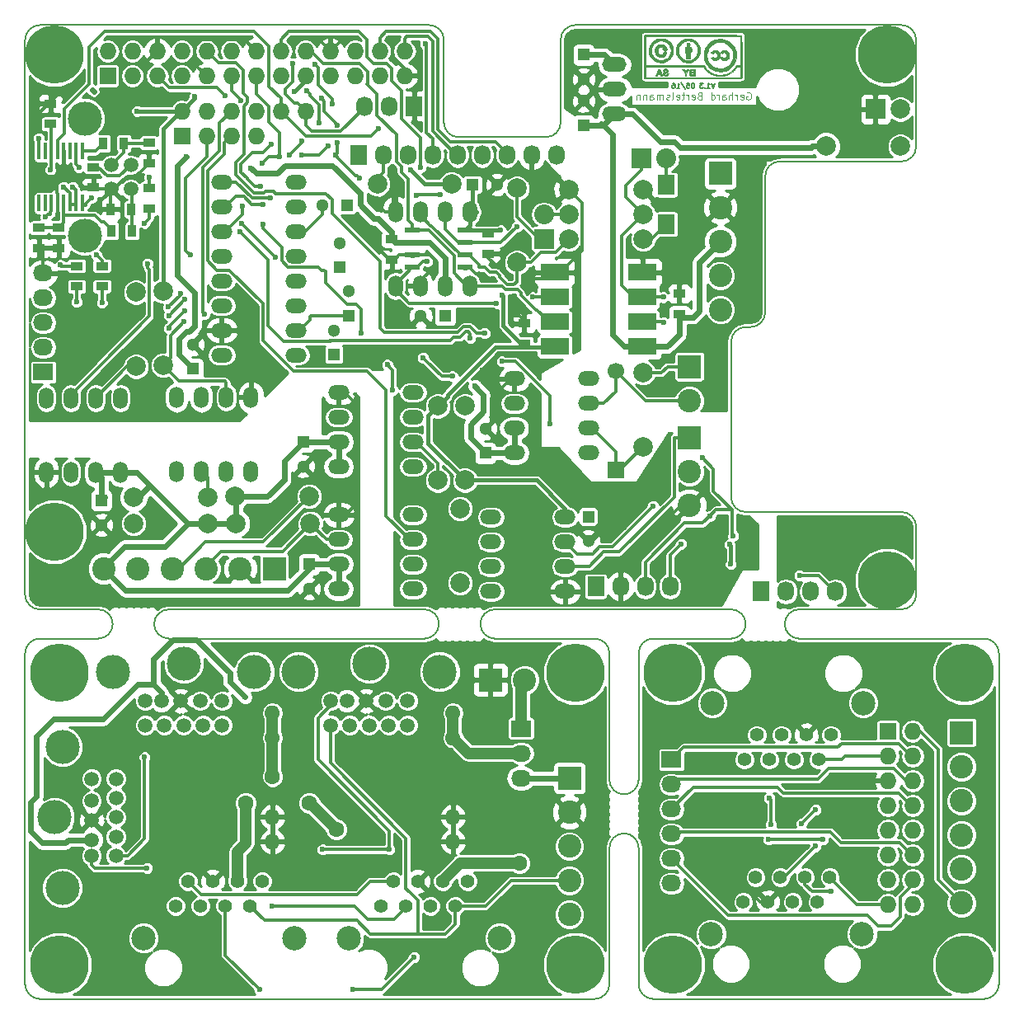
<source format=gbl>
%TF.GenerationSoftware,KiCad,Pcbnew,(2015-06-12 BZR 5742)-product*%
%TF.CreationDate,2016-05-16T15:37:26+02:00*%
%TF.JobID,BPi-CAN,4250692D43414E2E6B696361645F7063,rev?*%
%TF.FileFunction,Copper,L2,Bot,Signal*%
%FSLAX46Y46*%
G04 Gerber Fmt 4.6, Leading zero omitted, Abs format (unit mm)*
G04 Created by KiCad (PCBNEW (2015-06-12 BZR 5742)-product) date Mon 16 May 2016 03:37:26 PM CEST*
%MOMM*%
G01*
G04 APERTURE LIST*
%ADD10C,0.100000*%
%ADD11C,0.127000*%
%ADD12C,0.063500*%
%ADD13C,0.150000*%
%ADD14C,0.002540*%
%ADD15C,1.501140*%
%ADD16C,3.500120*%
%ADD17C,1.998980*%
%ADD18R,1.700000X1.700000*%
%ADD19O,1.727200X1.727200*%
%ADD20R,1.727200X1.727200*%
%ADD21C,1.400000*%
%ADD22C,2.500000*%
%ADD23R,1.300000X1.300000*%
%ADD24C,1.300000*%
%ADD25C,1.699260*%
%ADD26R,1.699260X1.699260*%
%ADD27C,6.000000*%
%ADD28O,1.720000X1.720000*%
%ADD29R,2.032000X2.032000*%
%ADD30O,2.032000X2.032000*%
%ADD31R,2.032000X1.727200*%
%ADD32O,2.032000X1.727200*%
%ADD33R,1.550000X0.600000*%
%ADD34R,3.000000X1.800000*%
%ADD35C,2.400000*%
%ADD36R,2.400000X2.400000*%
%ADD37R,1.727200X2.032000*%
%ADD38O,1.727200X2.032000*%
%ADD39O,2.499360X1.501140*%
%ADD40R,0.406400X1.651000*%
%ADD41O,1.600000X1.600000*%
%ADD42R,2.000000X2.000000*%
%ADD43C,2.000000*%
%ADD44R,0.900000X1.300000*%
%ADD45R,1.300000X0.900000*%
%ADD46O,2.199640X1.501140*%
%ADD47O,1.501140X2.199640*%
%ADD48R,1.700000X2.000000*%
%ADD49C,1.500000*%
%ADD50C,3.500000*%
%ADD51C,0.600000*%
%ADD52C,1.600000*%
%ADD53C,0.609600*%
%ADD54C,0.406400*%
%ADD55C,0.304800*%
%ADD56C,1.200000*%
%ADD57C,0.254000*%
G04 APERTURE END LIST*
D10*
D11*
X170793835Y-45949810D02*
X170624502Y-46457810D01*
X170455168Y-45949810D01*
X170019739Y-46457810D02*
X170310025Y-46457810D01*
X170164882Y-46457810D02*
X170164882Y-45949810D01*
X170213263Y-46022381D01*
X170261644Y-46070762D01*
X170310025Y-46094952D01*
X169802025Y-46409429D02*
X169777834Y-46433619D01*
X169802025Y-46457810D01*
X169826215Y-46433619D01*
X169802025Y-46409429D01*
X169802025Y-46457810D01*
X169608501Y-45949810D02*
X169294024Y-45949810D01*
X169463358Y-46143333D01*
X169390786Y-46143333D01*
X169342405Y-46167524D01*
X169318215Y-46191714D01*
X169294024Y-46240095D01*
X169294024Y-46361048D01*
X169318215Y-46409429D01*
X169342405Y-46433619D01*
X169390786Y-46457810D01*
X169535929Y-46457810D01*
X169584310Y-46433619D01*
X169608501Y-46409429D01*
X168592500Y-45949810D02*
X168544119Y-45949810D01*
X168495738Y-45974000D01*
X168471547Y-45998190D01*
X168447357Y-46046571D01*
X168423166Y-46143333D01*
X168423166Y-46264286D01*
X168447357Y-46361048D01*
X168471547Y-46409429D01*
X168495738Y-46433619D01*
X168544119Y-46457810D01*
X168592500Y-46457810D01*
X168640881Y-46433619D01*
X168665071Y-46409429D01*
X168689262Y-46361048D01*
X168713452Y-46264286D01*
X168713452Y-46143333D01*
X168689262Y-46046571D01*
X168665071Y-45998190D01*
X168640881Y-45974000D01*
X168592500Y-45949810D01*
X167963547Y-45949810D02*
X168205452Y-45949810D01*
X168229642Y-46191714D01*
X168205452Y-46167524D01*
X168157071Y-46143333D01*
X168036118Y-46143333D01*
X167987737Y-46167524D01*
X167963547Y-46191714D01*
X167939356Y-46240095D01*
X167939356Y-46361048D01*
X167963547Y-46409429D01*
X167987737Y-46433619D01*
X168036118Y-46457810D01*
X168157071Y-46457810D01*
X168205452Y-46433619D01*
X168229642Y-46409429D01*
X167358784Y-45925619D02*
X167794213Y-46578762D01*
X166923356Y-46457810D02*
X167213642Y-46457810D01*
X167068499Y-46457810D02*
X167068499Y-45949810D01*
X167116880Y-46022381D01*
X167165261Y-46070762D01*
X167213642Y-46094952D01*
X166487927Y-45949810D02*
X166584689Y-45949810D01*
X166633070Y-45974000D01*
X166657261Y-45998190D01*
X166705642Y-46070762D01*
X166729832Y-46167524D01*
X166729832Y-46361048D01*
X166705642Y-46409429D01*
X166681451Y-46433619D01*
X166633070Y-46457810D01*
X166536308Y-46457810D01*
X166487927Y-46433619D01*
X166463737Y-46409429D01*
X166439546Y-46361048D01*
X166439546Y-46240095D01*
X166463737Y-46191714D01*
X166487927Y-46167524D01*
X166536308Y-46143333D01*
X166633070Y-46143333D01*
X166681451Y-46167524D01*
X166705642Y-46191714D01*
X166729832Y-46240095D01*
D12*
X174117001Y-46926500D02*
X174189572Y-46890214D01*
X174298429Y-46890214D01*
X174407286Y-46926500D01*
X174479858Y-46999071D01*
X174516143Y-47071643D01*
X174552429Y-47216786D01*
X174552429Y-47325643D01*
X174516143Y-47470786D01*
X174479858Y-47543357D01*
X174407286Y-47615929D01*
X174298429Y-47652214D01*
X174225858Y-47652214D01*
X174117001Y-47615929D01*
X174080715Y-47579643D01*
X174080715Y-47325643D01*
X174225858Y-47325643D01*
X173463858Y-47615929D02*
X173536429Y-47652214D01*
X173681572Y-47652214D01*
X173754143Y-47615929D01*
X173790429Y-47543357D01*
X173790429Y-47253071D01*
X173754143Y-47180500D01*
X173681572Y-47144214D01*
X173536429Y-47144214D01*
X173463858Y-47180500D01*
X173427572Y-47253071D01*
X173427572Y-47325643D01*
X173790429Y-47398214D01*
X173101000Y-47652214D02*
X173101000Y-47144214D01*
X173101000Y-47289357D02*
X173064715Y-47216786D01*
X173028429Y-47180500D01*
X172955858Y-47144214D01*
X172883286Y-47144214D01*
X172629286Y-47652214D02*
X172629286Y-46890214D01*
X172302715Y-47652214D02*
X172302715Y-47253071D01*
X172339001Y-47180500D01*
X172411572Y-47144214D01*
X172520429Y-47144214D01*
X172593001Y-47180500D01*
X172629286Y-47216786D01*
X171613286Y-47652214D02*
X171613286Y-47253071D01*
X171649572Y-47180500D01*
X171722143Y-47144214D01*
X171867286Y-47144214D01*
X171939857Y-47180500D01*
X171613286Y-47615929D02*
X171685857Y-47652214D01*
X171867286Y-47652214D01*
X171939857Y-47615929D01*
X171976143Y-47543357D01*
X171976143Y-47470786D01*
X171939857Y-47398214D01*
X171867286Y-47361929D01*
X171685857Y-47361929D01*
X171613286Y-47325643D01*
X171250428Y-47652214D02*
X171250428Y-47144214D01*
X171250428Y-47289357D02*
X171214143Y-47216786D01*
X171177857Y-47180500D01*
X171105286Y-47144214D01*
X171032714Y-47144214D01*
X170452143Y-47652214D02*
X170452143Y-46890214D01*
X170452143Y-47615929D02*
X170524714Y-47652214D01*
X170669857Y-47652214D01*
X170742429Y-47615929D01*
X170778714Y-47579643D01*
X170815000Y-47507071D01*
X170815000Y-47289357D01*
X170778714Y-47216786D01*
X170742429Y-47180500D01*
X170669857Y-47144214D01*
X170524714Y-47144214D01*
X170452143Y-47180500D01*
X169254714Y-47253071D02*
X169145857Y-47289357D01*
X169109572Y-47325643D01*
X169073286Y-47398214D01*
X169073286Y-47507071D01*
X169109572Y-47579643D01*
X169145857Y-47615929D01*
X169218429Y-47652214D01*
X169508714Y-47652214D01*
X169508714Y-46890214D01*
X169254714Y-46890214D01*
X169182143Y-46926500D01*
X169145857Y-46962786D01*
X169109572Y-47035357D01*
X169109572Y-47107929D01*
X169145857Y-47180500D01*
X169182143Y-47216786D01*
X169254714Y-47253071D01*
X169508714Y-47253071D01*
X168456429Y-47615929D02*
X168529000Y-47652214D01*
X168674143Y-47652214D01*
X168746714Y-47615929D01*
X168783000Y-47543357D01*
X168783000Y-47253071D01*
X168746714Y-47180500D01*
X168674143Y-47144214D01*
X168529000Y-47144214D01*
X168456429Y-47180500D01*
X168420143Y-47253071D01*
X168420143Y-47325643D01*
X168783000Y-47398214D01*
X168093571Y-47652214D02*
X168093571Y-47144214D01*
X168093571Y-47289357D02*
X168057286Y-47216786D01*
X168021000Y-47180500D01*
X167948429Y-47144214D01*
X167875857Y-47144214D01*
X167730715Y-47144214D02*
X167440429Y-47144214D01*
X167621857Y-46890214D02*
X167621857Y-47543357D01*
X167585572Y-47615929D01*
X167513000Y-47652214D01*
X167440429Y-47652214D01*
X166896143Y-47615929D02*
X166968714Y-47652214D01*
X167113857Y-47652214D01*
X167186428Y-47615929D01*
X167222714Y-47543357D01*
X167222714Y-47253071D01*
X167186428Y-47180500D01*
X167113857Y-47144214D01*
X166968714Y-47144214D01*
X166896143Y-47180500D01*
X166859857Y-47253071D01*
X166859857Y-47325643D01*
X167222714Y-47398214D01*
X166424428Y-47652214D02*
X166497000Y-47615929D01*
X166533285Y-47543357D01*
X166533285Y-46890214D01*
X166170428Y-47615929D02*
X166097857Y-47652214D01*
X165952714Y-47652214D01*
X165880142Y-47615929D01*
X165843857Y-47543357D01*
X165843857Y-47507071D01*
X165880142Y-47434500D01*
X165952714Y-47398214D01*
X166061571Y-47398214D01*
X166134142Y-47361929D01*
X166170428Y-47289357D01*
X166170428Y-47253071D01*
X166134142Y-47180500D01*
X166061571Y-47144214D01*
X165952714Y-47144214D01*
X165880142Y-47180500D01*
X165517285Y-47652214D02*
X165517285Y-47144214D01*
X165517285Y-47216786D02*
X165481000Y-47180500D01*
X165408428Y-47144214D01*
X165299571Y-47144214D01*
X165227000Y-47180500D01*
X165190714Y-47253071D01*
X165190714Y-47652214D01*
X165190714Y-47253071D02*
X165154428Y-47180500D01*
X165081857Y-47144214D01*
X164973000Y-47144214D01*
X164900428Y-47180500D01*
X164864143Y-47253071D01*
X164864143Y-47652214D01*
X164174714Y-47652214D02*
X164174714Y-47253071D01*
X164211000Y-47180500D01*
X164283571Y-47144214D01*
X164428714Y-47144214D01*
X164501285Y-47180500D01*
X164174714Y-47615929D02*
X164247285Y-47652214D01*
X164428714Y-47652214D01*
X164501285Y-47615929D01*
X164537571Y-47543357D01*
X164537571Y-47470786D01*
X164501285Y-47398214D01*
X164428714Y-47361929D01*
X164247285Y-47361929D01*
X164174714Y-47325643D01*
X163811856Y-47144214D02*
X163811856Y-47652214D01*
X163811856Y-47216786D02*
X163775571Y-47180500D01*
X163702999Y-47144214D01*
X163594142Y-47144214D01*
X163521571Y-47180500D01*
X163485285Y-47253071D01*
X163485285Y-47652214D01*
X163122427Y-47144214D02*
X163122427Y-47652214D01*
X163122427Y-47216786D02*
X163086142Y-47180500D01*
X163013570Y-47144214D01*
X162904713Y-47144214D01*
X162832142Y-47180500D01*
X162795856Y-47253071D01*
X162795856Y-47652214D01*
D13*
X148250000Y-100000000D02*
X172500000Y-100000000D01*
X141000000Y-100000000D02*
X114750000Y-100000000D01*
X114750000Y-103000000D02*
X141000000Y-103000000D01*
X142500000Y-101500000D02*
G75*
G03X141000000Y-100000000I-1500000J0D01*
G01*
X141000000Y-103000000D02*
G75*
G03X142500000Y-101500000I0J1500000D01*
G01*
X101500000Y-100000000D02*
X107500000Y-100000000D01*
X101500000Y-103000000D02*
X107500000Y-103000000D01*
X148250000Y-100000000D02*
G75*
G03X146750000Y-101500000I0J-1500000D01*
G01*
X148250000Y-103000000D02*
X158500000Y-103000000D01*
X146750000Y-101500000D02*
G75*
G03X148250000Y-103000000I1500000J0D01*
G01*
X174000000Y-90000000D02*
X190000000Y-90000000D01*
X177500000Y-54000000D02*
X190000000Y-54000000D01*
X176000000Y-55500000D02*
X176000000Y-69500000D01*
X172500000Y-88500000D02*
X172500000Y-72500000D01*
X174000000Y-71000000D02*
X174500000Y-71000000D01*
X174500000Y-71000000D02*
G75*
G03X176000000Y-69500000I0J1500000D01*
G01*
X174000000Y-71000000D02*
G75*
G03X172500000Y-72500000I0J-1500000D01*
G01*
X161500000Y-119000000D02*
G75*
G03X163000000Y-117500000I0J1500000D01*
G01*
X163000000Y-124500000D02*
G75*
G03X161500000Y-123000000I-1500000J0D01*
G01*
X163000000Y-124500000D02*
X163000000Y-138500000D01*
X163000000Y-104500000D02*
X163000000Y-117500000D01*
X160000000Y-124500000D02*
X160000000Y-138500000D01*
X160000000Y-104500000D02*
X160000000Y-117500000D01*
X161500000Y-123000000D02*
G75*
G03X160000000Y-124500000I0J-1500000D01*
G01*
X160000000Y-117500000D02*
G75*
G03X161500000Y-119000000I1500000J0D01*
G01*
X164500000Y-103000000D02*
X172500000Y-103000000D01*
X164500000Y-140000000D02*
X198500000Y-140000000D01*
X163000000Y-138500000D02*
G75*
G03X164500000Y-140000000I1500000J0D01*
G01*
X158500000Y-140000000D02*
G75*
G03X160000000Y-138500000I0J1500000D01*
G01*
X164500000Y-103000000D02*
G75*
G03X163000000Y-104500000I0J-1500000D01*
G01*
X160000000Y-104500000D02*
G75*
G03X158500000Y-103000000I-1500000J0D01*
G01*
X113250000Y-101500000D02*
G75*
G03X114750000Y-103000000I1500000J0D01*
G01*
X114750000Y-100000000D02*
G75*
G03X113250000Y-101500000I0J-1500000D01*
G01*
X174000000Y-101500000D02*
G75*
G03X172500000Y-100000000I-1500000J0D01*
G01*
X172500000Y-103000000D02*
G75*
G03X174000000Y-101500000I0J1500000D01*
G01*
X178000000Y-101500000D02*
G75*
G03X179500000Y-103000000I1500000J0D01*
G01*
X179500000Y-100000000D02*
G75*
G03X178000000Y-101500000I0J-1500000D01*
G01*
X190000000Y-100000000D02*
X179500000Y-100000000D01*
X198500000Y-103000000D02*
X179500000Y-103000000D01*
X107500000Y-103000000D02*
G75*
G03X109000000Y-101500000I0J1500000D01*
G01*
X109000000Y-101500000D02*
G75*
G03X107500000Y-100000000I-1500000J0D01*
G01*
X198500000Y-140000000D02*
G75*
G03X200000000Y-138500000I0J1500000D01*
G01*
X200000000Y-104500000D02*
G75*
G03X198500000Y-103000000I-1500000J0D01*
G01*
X101500000Y-103000000D02*
G75*
G03X100000000Y-104500000I0J-1500000D01*
G01*
X100000000Y-138500000D02*
G75*
G03X101500000Y-140000000I1500000J0D01*
G01*
X100000000Y-104500000D02*
X100000000Y-138500000D01*
X200000000Y-104500000D02*
X200000000Y-138500000D01*
X101500000Y-140000000D02*
X158500000Y-140000000D01*
X191500000Y-91500000D02*
G75*
G03X190000000Y-90000000I-1500000J0D01*
G01*
X172500000Y-88500000D02*
G75*
G03X174000000Y-90000000I1500000J0D01*
G01*
X177500000Y-54000000D02*
G75*
G03X176000000Y-55500000I0J-1500000D01*
G01*
X190000000Y-54000000D02*
G75*
G03X191500000Y-52500000I0J1500000D01*
G01*
X191500000Y-41500000D02*
X191500000Y-52500000D01*
X143000000Y-41500000D02*
G75*
G03X141500000Y-40000000I-1500000J0D01*
G01*
X156500000Y-40000000D02*
G75*
G03X155000000Y-41500000I0J-1500000D01*
G01*
X153500000Y-51500000D02*
G75*
G03X155000000Y-50000000I0J1500000D01*
G01*
X143000000Y-50000000D02*
G75*
G03X144500000Y-51500000I1500000J0D01*
G01*
X144500000Y-51500000D02*
X153500000Y-51500000D01*
X143000000Y-41500000D02*
X143000000Y-50000000D01*
X155000000Y-41500000D02*
X155000000Y-50000000D01*
X190000000Y-40000000D02*
X156500000Y-40000000D01*
X100000000Y-41500000D02*
X100000000Y-98500000D01*
X191500000Y-91500000D02*
X191500000Y-98500000D01*
X191500000Y-41500000D02*
G75*
G03X190000000Y-40000000I-1500000J0D01*
G01*
X190000000Y-100000000D02*
G75*
G03X191500000Y-98500000I0J1500000D01*
G01*
X100000000Y-98500000D02*
G75*
G03X101500000Y-100000000I1500000J0D01*
G01*
X101500000Y-40000000D02*
G75*
G03X100000000Y-41500000I0J-1500000D01*
G01*
X101500000Y-40000000D02*
X141500000Y-40000000D01*
D14*
G36*
X163586160Y-45476160D02*
X163700460Y-45476160D01*
X163700460Y-44135040D01*
X163700460Y-42669460D01*
X163700460Y-41198800D01*
X163738560Y-41160700D01*
X163776660Y-41125140D01*
X168587420Y-41125140D01*
X173395640Y-41125140D01*
X173433740Y-41160700D01*
X173471840Y-41198800D01*
X173471840Y-42669460D01*
X173469300Y-44135040D01*
X173243240Y-44137580D01*
X173017180Y-44137580D01*
X172933360Y-44267120D01*
X172811440Y-44434760D01*
X172669200Y-44587160D01*
X172509180Y-44724320D01*
X172333920Y-44843700D01*
X172145960Y-44942760D01*
X171947840Y-45021500D01*
X171742100Y-45077380D01*
X171577000Y-45105320D01*
X171490640Y-45112940D01*
X171389040Y-45115480D01*
X171277280Y-45112940D01*
X171168060Y-45105320D01*
X171069000Y-45092620D01*
X171008040Y-45082460D01*
X170792140Y-45026580D01*
X170588940Y-44947840D01*
X170400980Y-44851320D01*
X170223180Y-44729400D01*
X170058080Y-44584620D01*
X169989500Y-44516040D01*
X169933620Y-44455080D01*
X169877740Y-44383960D01*
X169824400Y-44312840D01*
X169791380Y-44267120D01*
X169710100Y-44137580D01*
X166707820Y-44137580D01*
X163700460Y-44135040D01*
X163700460Y-45476160D01*
X163715700Y-45476160D01*
X163715700Y-45374560D01*
X163715700Y-44813220D01*
X163715700Y-44251880D01*
X166672260Y-44251880D01*
X169626280Y-44251880D01*
X169705020Y-44368720D01*
X169801540Y-44505880D01*
X169898060Y-44625260D01*
X169997120Y-44724320D01*
X170101260Y-44813220D01*
X170218100Y-44891960D01*
X170304460Y-44942760D01*
X170444160Y-45013880D01*
X170568620Y-45072300D01*
X170685460Y-45120560D01*
X170804840Y-45158660D01*
X170929300Y-45189140D01*
X170934380Y-45189140D01*
X171117260Y-45224700D01*
X171289980Y-45239940D01*
X171455080Y-45239940D01*
X171622720Y-45222160D01*
X171792900Y-45189140D01*
X171988480Y-45130720D01*
X172184060Y-45049440D01*
X172384720Y-44940220D01*
X172585380Y-44808140D01*
X172653960Y-44759880D01*
X172704760Y-44716700D01*
X172765720Y-44658280D01*
X172829220Y-44592240D01*
X172895260Y-44523660D01*
X172958760Y-44450000D01*
X173012100Y-44383960D01*
X173055280Y-44325540D01*
X173078140Y-44289980D01*
X173098460Y-44251880D01*
X173291500Y-44251880D01*
X173484540Y-44251880D01*
X173484540Y-44813220D01*
X173484540Y-45374560D01*
X168597580Y-45374560D01*
X163715700Y-45374560D01*
X163715700Y-45476160D01*
X168579800Y-45476160D01*
X173570900Y-45476160D01*
X173578520Y-45295820D01*
X173581060Y-45257720D01*
X173581060Y-45199300D01*
X173581060Y-45118020D01*
X173581060Y-45018960D01*
X173583600Y-44902120D01*
X173583600Y-44770040D01*
X173583600Y-44622720D01*
X173583600Y-44462700D01*
X173583600Y-44292520D01*
X173583600Y-44112180D01*
X173583600Y-43924220D01*
X173583600Y-43731180D01*
X173583600Y-43533060D01*
X173583600Y-43332400D01*
X173583600Y-43131740D01*
X173583600Y-42928540D01*
X173581060Y-42727880D01*
X173581060Y-42532300D01*
X173581060Y-42339260D01*
X173581060Y-42153840D01*
X173578520Y-41978580D01*
X173578520Y-41810940D01*
X173575980Y-41656000D01*
X173575980Y-41513760D01*
X173575980Y-41386760D01*
X173573440Y-41277540D01*
X173573440Y-41183560D01*
X173570900Y-41112440D01*
X173570900Y-41059100D01*
X173568360Y-41031160D01*
X173568360Y-41026080D01*
X173555660Y-41026080D01*
X173517560Y-41026080D01*
X173456600Y-41023540D01*
X173372780Y-41023540D01*
X173268640Y-41023540D01*
X173141640Y-41023540D01*
X172999400Y-41021000D01*
X172836840Y-41021000D01*
X172656500Y-41021000D01*
X172460920Y-41021000D01*
X172250100Y-41018460D01*
X172026580Y-41018460D01*
X171787820Y-41018460D01*
X171538900Y-41018460D01*
X171279820Y-41018460D01*
X171010580Y-41015920D01*
X170733720Y-41015920D01*
X170446700Y-41015920D01*
X170157140Y-41015920D01*
X169859960Y-41015920D01*
X169557700Y-41015920D01*
X169252900Y-41013380D01*
X168945560Y-41013380D01*
X168635680Y-41013380D01*
X168330880Y-41013380D01*
X168023540Y-41013380D01*
X167718740Y-41013380D01*
X167416480Y-41013380D01*
X167116760Y-41013380D01*
X166824660Y-41013380D01*
X166537640Y-41013380D01*
X166258240Y-41013380D01*
X165986460Y-41013380D01*
X165724840Y-41013380D01*
X165473380Y-41013380D01*
X165234620Y-41013380D01*
X165008560Y-41013380D01*
X164795200Y-41013380D01*
X164597080Y-41013380D01*
X164414200Y-41013380D01*
X164246560Y-41013380D01*
X164099240Y-41015920D01*
X163969700Y-41015920D01*
X163863020Y-41015920D01*
X163774120Y-41015920D01*
X163708080Y-41018460D01*
X163664900Y-41018460D01*
X163647120Y-41018460D01*
X163586160Y-41026080D01*
X163586160Y-43251120D01*
X163586160Y-45476160D01*
X163586160Y-45476160D01*
X163586160Y-45476160D01*
G37*
X163586160Y-45476160D02*
X163700460Y-45476160D01*
X163700460Y-44135040D01*
X163700460Y-42669460D01*
X163700460Y-41198800D01*
X163738560Y-41160700D01*
X163776660Y-41125140D01*
X168587420Y-41125140D01*
X173395640Y-41125140D01*
X173433740Y-41160700D01*
X173471840Y-41198800D01*
X173471840Y-42669460D01*
X173469300Y-44135040D01*
X173243240Y-44137580D01*
X173017180Y-44137580D01*
X172933360Y-44267120D01*
X172811440Y-44434760D01*
X172669200Y-44587160D01*
X172509180Y-44724320D01*
X172333920Y-44843700D01*
X172145960Y-44942760D01*
X171947840Y-45021500D01*
X171742100Y-45077380D01*
X171577000Y-45105320D01*
X171490640Y-45112940D01*
X171389040Y-45115480D01*
X171277280Y-45112940D01*
X171168060Y-45105320D01*
X171069000Y-45092620D01*
X171008040Y-45082460D01*
X170792140Y-45026580D01*
X170588940Y-44947840D01*
X170400980Y-44851320D01*
X170223180Y-44729400D01*
X170058080Y-44584620D01*
X169989500Y-44516040D01*
X169933620Y-44455080D01*
X169877740Y-44383960D01*
X169824400Y-44312840D01*
X169791380Y-44267120D01*
X169710100Y-44137580D01*
X166707820Y-44137580D01*
X163700460Y-44135040D01*
X163700460Y-45476160D01*
X163715700Y-45476160D01*
X163715700Y-45374560D01*
X163715700Y-44813220D01*
X163715700Y-44251880D01*
X166672260Y-44251880D01*
X169626280Y-44251880D01*
X169705020Y-44368720D01*
X169801540Y-44505880D01*
X169898060Y-44625260D01*
X169997120Y-44724320D01*
X170101260Y-44813220D01*
X170218100Y-44891960D01*
X170304460Y-44942760D01*
X170444160Y-45013880D01*
X170568620Y-45072300D01*
X170685460Y-45120560D01*
X170804840Y-45158660D01*
X170929300Y-45189140D01*
X170934380Y-45189140D01*
X171117260Y-45224700D01*
X171289980Y-45239940D01*
X171455080Y-45239940D01*
X171622720Y-45222160D01*
X171792900Y-45189140D01*
X171988480Y-45130720D01*
X172184060Y-45049440D01*
X172384720Y-44940220D01*
X172585380Y-44808140D01*
X172653960Y-44759880D01*
X172704760Y-44716700D01*
X172765720Y-44658280D01*
X172829220Y-44592240D01*
X172895260Y-44523660D01*
X172958760Y-44450000D01*
X173012100Y-44383960D01*
X173055280Y-44325540D01*
X173078140Y-44289980D01*
X173098460Y-44251880D01*
X173291500Y-44251880D01*
X173484540Y-44251880D01*
X173484540Y-44813220D01*
X173484540Y-45374560D01*
X168597580Y-45374560D01*
X163715700Y-45374560D01*
X163715700Y-45476160D01*
X168579800Y-45476160D01*
X173570900Y-45476160D01*
X173578520Y-45295820D01*
X173581060Y-45257720D01*
X173581060Y-45199300D01*
X173581060Y-45118020D01*
X173581060Y-45018960D01*
X173583600Y-44902120D01*
X173583600Y-44770040D01*
X173583600Y-44622720D01*
X173583600Y-44462700D01*
X173583600Y-44292520D01*
X173583600Y-44112180D01*
X173583600Y-43924220D01*
X173583600Y-43731180D01*
X173583600Y-43533060D01*
X173583600Y-43332400D01*
X173583600Y-43131740D01*
X173583600Y-42928540D01*
X173581060Y-42727880D01*
X173581060Y-42532300D01*
X173581060Y-42339260D01*
X173581060Y-42153840D01*
X173578520Y-41978580D01*
X173578520Y-41810940D01*
X173575980Y-41656000D01*
X173575980Y-41513760D01*
X173575980Y-41386760D01*
X173573440Y-41277540D01*
X173573440Y-41183560D01*
X173570900Y-41112440D01*
X173570900Y-41059100D01*
X173568360Y-41031160D01*
X173568360Y-41026080D01*
X173555660Y-41026080D01*
X173517560Y-41026080D01*
X173456600Y-41023540D01*
X173372780Y-41023540D01*
X173268640Y-41023540D01*
X173141640Y-41023540D01*
X172999400Y-41021000D01*
X172836840Y-41021000D01*
X172656500Y-41021000D01*
X172460920Y-41021000D01*
X172250100Y-41018460D01*
X172026580Y-41018460D01*
X171787820Y-41018460D01*
X171538900Y-41018460D01*
X171279820Y-41018460D01*
X171010580Y-41015920D01*
X170733720Y-41015920D01*
X170446700Y-41015920D01*
X170157140Y-41015920D01*
X169859960Y-41015920D01*
X169557700Y-41015920D01*
X169252900Y-41013380D01*
X168945560Y-41013380D01*
X168635680Y-41013380D01*
X168330880Y-41013380D01*
X168023540Y-41013380D01*
X167718740Y-41013380D01*
X167416480Y-41013380D01*
X167116760Y-41013380D01*
X166824660Y-41013380D01*
X166537640Y-41013380D01*
X166258240Y-41013380D01*
X165986460Y-41013380D01*
X165724840Y-41013380D01*
X165473380Y-41013380D01*
X165234620Y-41013380D01*
X165008560Y-41013380D01*
X164795200Y-41013380D01*
X164597080Y-41013380D01*
X164414200Y-41013380D01*
X164246560Y-41013380D01*
X164099240Y-41015920D01*
X163969700Y-41015920D01*
X163863020Y-41015920D01*
X163774120Y-41015920D01*
X163708080Y-41018460D01*
X163664900Y-41018460D01*
X163647120Y-41018460D01*
X163586160Y-41026080D01*
X163586160Y-43251120D01*
X163586160Y-45476160D01*
X163586160Y-45476160D01*
G36*
X165453060Y-45018960D02*
X165465760Y-45067220D01*
X165493700Y-45112940D01*
X165503860Y-45125640D01*
X165554660Y-45166280D01*
X165623240Y-45196760D01*
X165701980Y-45212000D01*
X165780720Y-45214540D01*
X165790880Y-45212000D01*
X165879780Y-45191680D01*
X165950900Y-45153580D01*
X166004240Y-45102780D01*
X166037260Y-45036740D01*
X166039800Y-45029120D01*
X166047420Y-44991020D01*
X166039800Y-44968160D01*
X166016940Y-44955460D01*
X165973760Y-44955460D01*
X165963600Y-44955460D01*
X165922960Y-44960540D01*
X165900100Y-44968160D01*
X165889940Y-44983400D01*
X165882320Y-45003720D01*
X165854380Y-45049440D01*
X165811200Y-45077380D01*
X165757860Y-45092620D01*
X165696900Y-45087540D01*
X165661340Y-45074840D01*
X165623240Y-45051980D01*
X165608000Y-45024040D01*
X165610540Y-44988480D01*
X165618160Y-44970700D01*
X165635940Y-44952920D01*
X165668960Y-44937680D01*
X165717220Y-44917360D01*
X165785800Y-44897040D01*
X165823900Y-44884340D01*
X165882320Y-44864020D01*
X165925500Y-44846240D01*
X165955980Y-44825920D01*
X165973760Y-44808140D01*
X166009320Y-44749720D01*
X166022020Y-44693840D01*
X166016940Y-44635420D01*
X165991540Y-44584620D01*
X165948360Y-44538900D01*
X165895020Y-44503340D01*
X165828980Y-44480480D01*
X165755320Y-44472860D01*
X165684200Y-44480480D01*
X165600380Y-44503340D01*
X165539420Y-44541440D01*
X165501320Y-44592240D01*
X165481000Y-44655740D01*
X165481000Y-44658280D01*
X165473380Y-44711620D01*
X165547040Y-44711620D01*
X165587680Y-44709080D01*
X165610540Y-44704000D01*
X165623240Y-44693840D01*
X165633400Y-44670980D01*
X165658800Y-44632880D01*
X165699440Y-44607480D01*
X165747700Y-44597320D01*
X165795960Y-44602400D01*
X165839140Y-44625260D01*
X165841680Y-44627800D01*
X165867080Y-44655740D01*
X165869620Y-44676060D01*
X165856920Y-44701460D01*
X165851840Y-44709080D01*
X165823900Y-44726860D01*
X165770560Y-44749720D01*
X165694360Y-44772580D01*
X165689280Y-44772580D01*
X165602920Y-44800520D01*
X165541960Y-44828460D01*
X165498780Y-44858940D01*
X165470840Y-44899580D01*
X165455600Y-44947840D01*
X165455600Y-44958000D01*
X165453060Y-45018960D01*
X165453060Y-45018960D01*
X165453060Y-45018960D01*
G37*
X165453060Y-45018960D02*
X165465760Y-45067220D01*
X165493700Y-45112940D01*
X165503860Y-45125640D01*
X165554660Y-45166280D01*
X165623240Y-45196760D01*
X165701980Y-45212000D01*
X165780720Y-45214540D01*
X165790880Y-45212000D01*
X165879780Y-45191680D01*
X165950900Y-45153580D01*
X166004240Y-45102780D01*
X166037260Y-45036740D01*
X166039800Y-45029120D01*
X166047420Y-44991020D01*
X166039800Y-44968160D01*
X166016940Y-44955460D01*
X165973760Y-44955460D01*
X165963600Y-44955460D01*
X165922960Y-44960540D01*
X165900100Y-44968160D01*
X165889940Y-44983400D01*
X165882320Y-45003720D01*
X165854380Y-45049440D01*
X165811200Y-45077380D01*
X165757860Y-45092620D01*
X165696900Y-45087540D01*
X165661340Y-45074840D01*
X165623240Y-45051980D01*
X165608000Y-45024040D01*
X165610540Y-44988480D01*
X165618160Y-44970700D01*
X165635940Y-44952920D01*
X165668960Y-44937680D01*
X165717220Y-44917360D01*
X165785800Y-44897040D01*
X165823900Y-44884340D01*
X165882320Y-44864020D01*
X165925500Y-44846240D01*
X165955980Y-44825920D01*
X165973760Y-44808140D01*
X166009320Y-44749720D01*
X166022020Y-44693840D01*
X166016940Y-44635420D01*
X165991540Y-44584620D01*
X165948360Y-44538900D01*
X165895020Y-44503340D01*
X165828980Y-44480480D01*
X165755320Y-44472860D01*
X165684200Y-44480480D01*
X165600380Y-44503340D01*
X165539420Y-44541440D01*
X165501320Y-44592240D01*
X165481000Y-44655740D01*
X165481000Y-44658280D01*
X165473380Y-44711620D01*
X165547040Y-44711620D01*
X165587680Y-44709080D01*
X165610540Y-44704000D01*
X165623240Y-44693840D01*
X165633400Y-44670980D01*
X165658800Y-44632880D01*
X165699440Y-44607480D01*
X165747700Y-44597320D01*
X165795960Y-44602400D01*
X165839140Y-44625260D01*
X165841680Y-44627800D01*
X165867080Y-44655740D01*
X165869620Y-44676060D01*
X165856920Y-44701460D01*
X165851840Y-44709080D01*
X165823900Y-44726860D01*
X165770560Y-44749720D01*
X165694360Y-44772580D01*
X165689280Y-44772580D01*
X165602920Y-44800520D01*
X165541960Y-44828460D01*
X165498780Y-44858940D01*
X165470840Y-44899580D01*
X165455600Y-44947840D01*
X165455600Y-44958000D01*
X165453060Y-45018960D01*
X165453060Y-45018960D01*
G36*
X168175940Y-45018960D02*
X168196260Y-45085000D01*
X168236900Y-45138340D01*
X168292780Y-45171360D01*
X168315640Y-45181520D01*
X168338500Y-45186600D01*
X168338500Y-44978320D01*
X168343580Y-44940220D01*
X168358820Y-44914820D01*
X168363900Y-44912280D01*
X168363900Y-44686220D01*
X168376600Y-44650660D01*
X168384220Y-44640500D01*
X168404540Y-44630340D01*
X168437560Y-44625260D01*
X168493440Y-44622720D01*
X168503600Y-44622720D01*
X168600120Y-44622720D01*
X168605200Y-44663360D01*
X168607740Y-44704000D01*
X168607740Y-44739560D01*
X168602660Y-44757340D01*
X168595040Y-44767500D01*
X168579800Y-44772580D01*
X168544240Y-44775120D01*
X168513760Y-44775120D01*
X168447720Y-44772580D01*
X168404540Y-44762420D01*
X168391840Y-44754800D01*
X168368980Y-44724320D01*
X168363900Y-44686220D01*
X168363900Y-44912280D01*
X168389300Y-44899580D01*
X168440100Y-44891960D01*
X168501060Y-44889420D01*
X168602660Y-44889420D01*
X168602660Y-44978320D01*
X168602660Y-45069760D01*
X168495980Y-45069760D01*
X168435020Y-45067220D01*
X168396920Y-45062140D01*
X168371520Y-45054520D01*
X168361360Y-45046900D01*
X168343580Y-45013880D01*
X168338500Y-44978320D01*
X168338500Y-45186600D01*
X168343580Y-45186600D01*
X168379140Y-45191680D01*
X168429940Y-45194220D01*
X168495980Y-45196760D01*
X168559480Y-45196760D01*
X168770300Y-45196760D01*
X168770300Y-44846240D01*
X168770300Y-44493180D01*
X168562020Y-44493180D01*
X168468040Y-44495720D01*
X168399460Y-44498260D01*
X168346120Y-44503340D01*
X168308020Y-44513500D01*
X168277540Y-44526200D01*
X168254680Y-44546520D01*
X168244520Y-44554140D01*
X168226740Y-44589700D01*
X168214040Y-44640500D01*
X168211500Y-44691300D01*
X168216580Y-44716700D01*
X168231820Y-44749720D01*
X168257220Y-44782740D01*
X168259760Y-44785280D01*
X168280080Y-44805600D01*
X168282620Y-44818300D01*
X168275000Y-44823380D01*
X168239440Y-44846240D01*
X168206420Y-44884340D01*
X168183560Y-44927520D01*
X168178480Y-44945300D01*
X168175940Y-45018960D01*
X168175940Y-45018960D01*
X168175940Y-45018960D01*
G37*
X168175940Y-45018960D02*
X168196260Y-45085000D01*
X168236900Y-45138340D01*
X168292780Y-45171360D01*
X168315640Y-45181520D01*
X168338500Y-45186600D01*
X168338500Y-44978320D01*
X168343580Y-44940220D01*
X168358820Y-44914820D01*
X168363900Y-44912280D01*
X168363900Y-44686220D01*
X168376600Y-44650660D01*
X168384220Y-44640500D01*
X168404540Y-44630340D01*
X168437560Y-44625260D01*
X168493440Y-44622720D01*
X168503600Y-44622720D01*
X168600120Y-44622720D01*
X168605200Y-44663360D01*
X168607740Y-44704000D01*
X168607740Y-44739560D01*
X168602660Y-44757340D01*
X168595040Y-44767500D01*
X168579800Y-44772580D01*
X168544240Y-44775120D01*
X168513760Y-44775120D01*
X168447720Y-44772580D01*
X168404540Y-44762420D01*
X168391840Y-44754800D01*
X168368980Y-44724320D01*
X168363900Y-44686220D01*
X168363900Y-44912280D01*
X168389300Y-44899580D01*
X168440100Y-44891960D01*
X168501060Y-44889420D01*
X168602660Y-44889420D01*
X168602660Y-44978320D01*
X168602660Y-45069760D01*
X168495980Y-45069760D01*
X168435020Y-45067220D01*
X168396920Y-45062140D01*
X168371520Y-45054520D01*
X168361360Y-45046900D01*
X168343580Y-45013880D01*
X168338500Y-44978320D01*
X168338500Y-45186600D01*
X168343580Y-45186600D01*
X168379140Y-45191680D01*
X168429940Y-45194220D01*
X168495980Y-45196760D01*
X168559480Y-45196760D01*
X168770300Y-45196760D01*
X168770300Y-44846240D01*
X168770300Y-44493180D01*
X168562020Y-44493180D01*
X168468040Y-44495720D01*
X168399460Y-44498260D01*
X168346120Y-44503340D01*
X168308020Y-44513500D01*
X168277540Y-44526200D01*
X168254680Y-44546520D01*
X168244520Y-44554140D01*
X168226740Y-44589700D01*
X168214040Y-44640500D01*
X168211500Y-44691300D01*
X168216580Y-44716700D01*
X168231820Y-44749720D01*
X168257220Y-44782740D01*
X168259760Y-44785280D01*
X168280080Y-44805600D01*
X168282620Y-44818300D01*
X168275000Y-44823380D01*
X168239440Y-44846240D01*
X168206420Y-44884340D01*
X168183560Y-44927520D01*
X168178480Y-44945300D01*
X168175940Y-45018960D01*
X168175940Y-45018960D01*
G36*
X167469820Y-44493180D02*
X167604440Y-44716700D01*
X167739060Y-44940220D01*
X167739060Y-45067220D01*
X167739060Y-45196760D01*
X167815260Y-45196760D01*
X167891460Y-45196760D01*
X167891460Y-45062140D01*
X167891460Y-44924980D01*
X168015920Y-44719240D01*
X168054020Y-44653200D01*
X168087040Y-44594780D01*
X168114980Y-44549060D01*
X168135300Y-44518580D01*
X168142920Y-44503340D01*
X168132760Y-44498260D01*
X168104820Y-44495720D01*
X168064180Y-44493180D01*
X168059100Y-44493180D01*
X167970200Y-44493180D01*
X167891460Y-44630340D01*
X167853360Y-44691300D01*
X167827960Y-44729400D01*
X167810180Y-44749720D01*
X167800020Y-44747180D01*
X167789860Y-44729400D01*
X167769540Y-44696380D01*
X167744140Y-44650660D01*
X167721280Y-44615100D01*
X167655240Y-44500800D01*
X167563800Y-44495720D01*
X167469820Y-44493180D01*
X167469820Y-44493180D01*
X167469820Y-44493180D01*
G37*
X167469820Y-44493180D02*
X167604440Y-44716700D01*
X167739060Y-44940220D01*
X167739060Y-45067220D01*
X167739060Y-45196760D01*
X167815260Y-45196760D01*
X167891460Y-45196760D01*
X167891460Y-45062140D01*
X167891460Y-44924980D01*
X168015920Y-44719240D01*
X168054020Y-44653200D01*
X168087040Y-44594780D01*
X168114980Y-44549060D01*
X168135300Y-44518580D01*
X168142920Y-44503340D01*
X168132760Y-44498260D01*
X168104820Y-44495720D01*
X168064180Y-44493180D01*
X168059100Y-44493180D01*
X167970200Y-44493180D01*
X167891460Y-44630340D01*
X167853360Y-44691300D01*
X167827960Y-44729400D01*
X167810180Y-44749720D01*
X167800020Y-44747180D01*
X167789860Y-44729400D01*
X167769540Y-44696380D01*
X167744140Y-44650660D01*
X167721280Y-44615100D01*
X167655240Y-44500800D01*
X167563800Y-44495720D01*
X167469820Y-44493180D01*
X167469820Y-44493180D01*
G36*
X164749480Y-45186600D02*
X164759640Y-45191680D01*
X164792660Y-45194220D01*
X164830760Y-45196760D01*
X164912040Y-45196760D01*
X164934900Y-45120560D01*
X164957760Y-45044360D01*
X165006020Y-45044360D01*
X165006020Y-44914820D01*
X165046660Y-44800520D01*
X165061900Y-44752260D01*
X165079680Y-44714160D01*
X165089840Y-44696380D01*
X165092380Y-44693840D01*
X165102540Y-44709080D01*
X165115240Y-44742100D01*
X165130480Y-44785280D01*
X165145720Y-44831000D01*
X165160960Y-44871640D01*
X165168580Y-44899580D01*
X165171120Y-44907200D01*
X165158420Y-44912280D01*
X165127940Y-44914820D01*
X165089840Y-44914820D01*
X165006020Y-44914820D01*
X165006020Y-45044360D01*
X165089840Y-45044360D01*
X165219380Y-45044360D01*
X165247320Y-45120560D01*
X165275260Y-45196760D01*
X165356540Y-45196760D01*
X165435280Y-45196760D01*
X165303200Y-44848780D01*
X165173660Y-44500800D01*
X165087300Y-44500800D01*
X165003480Y-44500800D01*
X164876480Y-44838620D01*
X164843460Y-44927520D01*
X164812980Y-45006260D01*
X164787580Y-45074840D01*
X164769800Y-45130720D01*
X164754560Y-45168820D01*
X164749480Y-45186600D01*
X164749480Y-45186600D01*
X164749480Y-45186600D01*
X164749480Y-45186600D01*
G37*
X164749480Y-45186600D02*
X164759640Y-45191680D01*
X164792660Y-45194220D01*
X164830760Y-45196760D01*
X164912040Y-45196760D01*
X164934900Y-45120560D01*
X164957760Y-45044360D01*
X165006020Y-45044360D01*
X165006020Y-44914820D01*
X165046660Y-44800520D01*
X165061900Y-44752260D01*
X165079680Y-44714160D01*
X165089840Y-44696380D01*
X165092380Y-44693840D01*
X165102540Y-44709080D01*
X165115240Y-44742100D01*
X165130480Y-44785280D01*
X165145720Y-44831000D01*
X165160960Y-44871640D01*
X165168580Y-44899580D01*
X165171120Y-44907200D01*
X165158420Y-44912280D01*
X165127940Y-44914820D01*
X165089840Y-44914820D01*
X165006020Y-44914820D01*
X165006020Y-45044360D01*
X165089840Y-45044360D01*
X165219380Y-45044360D01*
X165247320Y-45120560D01*
X165275260Y-45196760D01*
X165356540Y-45196760D01*
X165435280Y-45196760D01*
X165303200Y-44848780D01*
X165173660Y-44500800D01*
X165087300Y-44500800D01*
X165003480Y-44500800D01*
X164876480Y-44838620D01*
X164843460Y-44927520D01*
X164812980Y-45006260D01*
X164787580Y-45074840D01*
X164769800Y-45130720D01*
X164754560Y-45168820D01*
X164749480Y-45186600D01*
X164749480Y-45186600D01*
X164749480Y-45186600D01*
G36*
X169705020Y-43068240D02*
X169705020Y-43159680D01*
X169710100Y-43281600D01*
X169720260Y-43388280D01*
X169738040Y-43482260D01*
X169760900Y-43573700D01*
X169791380Y-43667680D01*
X169816780Y-43733720D01*
X169895520Y-43898820D01*
X169997120Y-44056300D01*
X169999660Y-44058840D01*
X169999660Y-43068240D01*
X170012360Y-42890440D01*
X170050460Y-42717720D01*
X170108880Y-42550080D01*
X170187620Y-42392600D01*
X170289220Y-42247820D01*
X170408600Y-42113200D01*
X170548300Y-41993820D01*
X170705780Y-41892220D01*
X170713400Y-41887140D01*
X170865800Y-41816020D01*
X171030900Y-41765220D01*
X171201080Y-41737280D01*
X171376340Y-41727120D01*
X171549060Y-41739820D01*
X171719240Y-41772840D01*
X171881800Y-41828720D01*
X171985940Y-41876980D01*
X172130720Y-41968420D01*
X172265340Y-42080180D01*
X172389800Y-42207180D01*
X172496480Y-42346880D01*
X172582840Y-42496740D01*
X172651420Y-42651680D01*
X172676820Y-42740580D01*
X172714920Y-42926000D01*
X172725080Y-43106340D01*
X172712380Y-43284140D01*
X172671740Y-43456860D01*
X172610780Y-43624500D01*
X172524420Y-43784520D01*
X172417740Y-43934380D01*
X172288200Y-44071540D01*
X172143420Y-44193460D01*
X171988480Y-44292520D01*
X171828460Y-44366180D01*
X171658280Y-44416980D01*
X171480480Y-44442380D01*
X171295060Y-44444920D01*
X171127420Y-44427140D01*
X170969940Y-44391580D01*
X170817540Y-44333160D01*
X170667680Y-44254420D01*
X170527980Y-44157900D01*
X170400980Y-44048680D01*
X170286680Y-43924220D01*
X170190160Y-43792140D01*
X170116500Y-43652440D01*
X170098720Y-43609260D01*
X170040300Y-43428920D01*
X170007280Y-43246040D01*
X169999660Y-43068240D01*
X169999660Y-44058840D01*
X170116500Y-44201080D01*
X170251120Y-44333160D01*
X170400980Y-44450000D01*
X170561000Y-44551600D01*
X170728640Y-44632880D01*
X170903900Y-44693840D01*
X171079160Y-44731940D01*
X171165520Y-44742100D01*
X171246800Y-44749720D01*
X171310300Y-44752260D01*
X171363640Y-44754800D01*
X171414440Y-44754800D01*
X171465240Y-44752260D01*
X171510960Y-44749720D01*
X171706540Y-44721780D01*
X171891960Y-44673520D01*
X172067220Y-44599860D01*
X172237400Y-44505880D01*
X172397420Y-44386500D01*
X172554900Y-44241720D01*
X172557440Y-44236640D01*
X172694600Y-44081700D01*
X172806360Y-43921680D01*
X172892720Y-43754040D01*
X172958760Y-43578780D01*
X172999400Y-43390820D01*
X173019720Y-43195240D01*
X173024800Y-43091100D01*
X173014640Y-42908220D01*
X172991780Y-42738040D01*
X172951140Y-42578020D01*
X172890180Y-42420540D01*
X172841920Y-42324020D01*
X172737780Y-42148760D01*
X172615860Y-41991280D01*
X172476160Y-41849040D01*
X172321220Y-41724580D01*
X172156120Y-41620440D01*
X171978320Y-41534080D01*
X171792900Y-41473120D01*
X171676060Y-41447720D01*
X171592240Y-41435020D01*
X171490640Y-41429940D01*
X171378880Y-41427400D01*
X171267120Y-41427400D01*
X171162980Y-41435020D01*
X171071540Y-41445180D01*
X171051220Y-41447720D01*
X170858180Y-41495980D01*
X170672760Y-41564560D01*
X170497500Y-41656000D01*
X170337480Y-41767760D01*
X170190160Y-41897300D01*
X170058080Y-42042080D01*
X169943780Y-42202100D01*
X169849800Y-42374820D01*
X169776140Y-42560240D01*
X169760900Y-42605960D01*
X169738040Y-42694860D01*
X169722800Y-42778680D01*
X169710100Y-42865040D01*
X169705020Y-42959020D01*
X169705020Y-43068240D01*
X169705020Y-43068240D01*
X169705020Y-43068240D01*
G37*
X169705020Y-43068240D02*
X169705020Y-43159680D01*
X169710100Y-43281600D01*
X169720260Y-43388280D01*
X169738040Y-43482260D01*
X169760900Y-43573700D01*
X169791380Y-43667680D01*
X169816780Y-43733720D01*
X169895520Y-43898820D01*
X169997120Y-44056300D01*
X169999660Y-44058840D01*
X169999660Y-43068240D01*
X170012360Y-42890440D01*
X170050460Y-42717720D01*
X170108880Y-42550080D01*
X170187620Y-42392600D01*
X170289220Y-42247820D01*
X170408600Y-42113200D01*
X170548300Y-41993820D01*
X170705780Y-41892220D01*
X170713400Y-41887140D01*
X170865800Y-41816020D01*
X171030900Y-41765220D01*
X171201080Y-41737280D01*
X171376340Y-41727120D01*
X171549060Y-41739820D01*
X171719240Y-41772840D01*
X171881800Y-41828720D01*
X171985940Y-41876980D01*
X172130720Y-41968420D01*
X172265340Y-42080180D01*
X172389800Y-42207180D01*
X172496480Y-42346880D01*
X172582840Y-42496740D01*
X172651420Y-42651680D01*
X172676820Y-42740580D01*
X172714920Y-42926000D01*
X172725080Y-43106340D01*
X172712380Y-43284140D01*
X172671740Y-43456860D01*
X172610780Y-43624500D01*
X172524420Y-43784520D01*
X172417740Y-43934380D01*
X172288200Y-44071540D01*
X172143420Y-44193460D01*
X171988480Y-44292520D01*
X171828460Y-44366180D01*
X171658280Y-44416980D01*
X171480480Y-44442380D01*
X171295060Y-44444920D01*
X171127420Y-44427140D01*
X170969940Y-44391580D01*
X170817540Y-44333160D01*
X170667680Y-44254420D01*
X170527980Y-44157900D01*
X170400980Y-44048680D01*
X170286680Y-43924220D01*
X170190160Y-43792140D01*
X170116500Y-43652440D01*
X170098720Y-43609260D01*
X170040300Y-43428920D01*
X170007280Y-43246040D01*
X169999660Y-43068240D01*
X169999660Y-44058840D01*
X170116500Y-44201080D01*
X170251120Y-44333160D01*
X170400980Y-44450000D01*
X170561000Y-44551600D01*
X170728640Y-44632880D01*
X170903900Y-44693840D01*
X171079160Y-44731940D01*
X171165520Y-44742100D01*
X171246800Y-44749720D01*
X171310300Y-44752260D01*
X171363640Y-44754800D01*
X171414440Y-44754800D01*
X171465240Y-44752260D01*
X171510960Y-44749720D01*
X171706540Y-44721780D01*
X171891960Y-44673520D01*
X172067220Y-44599860D01*
X172237400Y-44505880D01*
X172397420Y-44386500D01*
X172554900Y-44241720D01*
X172557440Y-44236640D01*
X172694600Y-44081700D01*
X172806360Y-43921680D01*
X172892720Y-43754040D01*
X172958760Y-43578780D01*
X172999400Y-43390820D01*
X173019720Y-43195240D01*
X173024800Y-43091100D01*
X173014640Y-42908220D01*
X172991780Y-42738040D01*
X172951140Y-42578020D01*
X172890180Y-42420540D01*
X172841920Y-42324020D01*
X172737780Y-42148760D01*
X172615860Y-41991280D01*
X172476160Y-41849040D01*
X172321220Y-41724580D01*
X172156120Y-41620440D01*
X171978320Y-41534080D01*
X171792900Y-41473120D01*
X171676060Y-41447720D01*
X171592240Y-41435020D01*
X171490640Y-41429940D01*
X171378880Y-41427400D01*
X171267120Y-41427400D01*
X171162980Y-41435020D01*
X171071540Y-41445180D01*
X171051220Y-41447720D01*
X170858180Y-41495980D01*
X170672760Y-41564560D01*
X170497500Y-41656000D01*
X170337480Y-41767760D01*
X170190160Y-41897300D01*
X170058080Y-42042080D01*
X169943780Y-42202100D01*
X169849800Y-42374820D01*
X169776140Y-42560240D01*
X169760900Y-42605960D01*
X169738040Y-42694860D01*
X169722800Y-42778680D01*
X169710100Y-42865040D01*
X169705020Y-42959020D01*
X169705020Y-43068240D01*
X169705020Y-43068240D01*
G36*
X166839900Y-42605960D02*
X166850060Y-42778680D01*
X166878000Y-42936160D01*
X166926260Y-43080940D01*
X166994840Y-43218100D01*
X167073580Y-43327320D01*
X167073580Y-42605960D01*
X167081200Y-42468800D01*
X167101520Y-42346880D01*
X167139620Y-42230040D01*
X167167560Y-42166540D01*
X167241220Y-42039540D01*
X167337740Y-41922700D01*
X167449500Y-41818560D01*
X167573960Y-41729660D01*
X167708580Y-41663620D01*
X167789860Y-41633140D01*
X167830500Y-41620440D01*
X167871140Y-41612820D01*
X167916860Y-41607740D01*
X167970200Y-41605200D01*
X168041320Y-41602660D01*
X168076880Y-41602660D01*
X168155620Y-41605200D01*
X168216580Y-41605200D01*
X168264840Y-41610280D01*
X168305480Y-41617900D01*
X168346120Y-41628060D01*
X168363900Y-41633140D01*
X168511220Y-41691560D01*
X168643300Y-41772840D01*
X168765220Y-41871900D01*
X168871900Y-41988740D01*
X168960800Y-42120820D01*
X169026840Y-42265600D01*
X169054780Y-42346880D01*
X169070020Y-42428160D01*
X169080180Y-42524680D01*
X169082720Y-42626280D01*
X169077640Y-42725340D01*
X169067480Y-42814240D01*
X169059860Y-42847260D01*
X169003980Y-42997120D01*
X168927780Y-43136820D01*
X168831260Y-43263820D01*
X168716960Y-43375580D01*
X168648380Y-43426380D01*
X168516300Y-43507660D01*
X168371520Y-43566080D01*
X168219120Y-43601640D01*
X168061640Y-43609260D01*
X167932100Y-43599100D01*
X167815260Y-43573700D01*
X167695880Y-43533060D01*
X167584120Y-43479720D01*
X167556180Y-43464480D01*
X167515540Y-43436540D01*
X167464740Y-43395900D01*
X167408860Y-43345100D01*
X167355520Y-43294300D01*
X167355520Y-43294300D01*
X167297100Y-43238420D01*
X167253920Y-43187620D01*
X167220900Y-43141900D01*
X167192960Y-43093640D01*
X167177720Y-43065700D01*
X167129460Y-42953940D01*
X167096440Y-42842180D01*
X167078660Y-42727880D01*
X167073580Y-42605960D01*
X167073580Y-43327320D01*
X167083740Y-43345100D01*
X167182800Y-43454320D01*
X167319960Y-43576240D01*
X167462200Y-43675300D01*
X167614600Y-43751500D01*
X167774620Y-43802300D01*
X167777160Y-43804840D01*
X167853360Y-43817540D01*
X167942260Y-43827700D01*
X168038780Y-43835320D01*
X168132760Y-43837860D01*
X168214040Y-43835320D01*
X168267380Y-43830240D01*
X168435020Y-43789600D01*
X168595040Y-43726100D01*
X168744900Y-43639740D01*
X168887140Y-43533060D01*
X168948100Y-43474640D01*
X169067480Y-43337480D01*
X169164000Y-43195240D01*
X169237660Y-43037760D01*
X169278300Y-42913300D01*
X169291000Y-42857420D01*
X169301160Y-42804080D01*
X169306240Y-42750740D01*
X169308780Y-42687240D01*
X169311320Y-42613580D01*
X169306240Y-42494200D01*
X169298620Y-42397680D01*
X169288460Y-42341800D01*
X169240200Y-42176700D01*
X169169080Y-42021760D01*
X169077640Y-41879520D01*
X168968420Y-41747440D01*
X168843960Y-41633140D01*
X168706800Y-41536620D01*
X168559480Y-41460420D01*
X168399460Y-41404540D01*
X168368980Y-41396920D01*
X168290240Y-41384220D01*
X168193720Y-41376600D01*
X168092120Y-41374060D01*
X167985440Y-41374060D01*
X167886380Y-41381680D01*
X167800020Y-41394380D01*
X167756840Y-41404540D01*
X167591740Y-41460420D01*
X167436800Y-41541700D01*
X167292020Y-41645840D01*
X167162480Y-41770300D01*
X167048180Y-41912540D01*
X167035480Y-41927780D01*
X166961820Y-42049700D01*
X166908480Y-42169080D01*
X166870380Y-42296080D01*
X166847520Y-42435780D01*
X166839900Y-42590720D01*
X166839900Y-42605960D01*
X166839900Y-42605960D01*
X166839900Y-42605960D01*
G37*
X166839900Y-42605960D02*
X166850060Y-42778680D01*
X166878000Y-42936160D01*
X166926260Y-43080940D01*
X166994840Y-43218100D01*
X167073580Y-43327320D01*
X167073580Y-42605960D01*
X167081200Y-42468800D01*
X167101520Y-42346880D01*
X167139620Y-42230040D01*
X167167560Y-42166540D01*
X167241220Y-42039540D01*
X167337740Y-41922700D01*
X167449500Y-41818560D01*
X167573960Y-41729660D01*
X167708580Y-41663620D01*
X167789860Y-41633140D01*
X167830500Y-41620440D01*
X167871140Y-41612820D01*
X167916860Y-41607740D01*
X167970200Y-41605200D01*
X168041320Y-41602660D01*
X168076880Y-41602660D01*
X168155620Y-41605200D01*
X168216580Y-41605200D01*
X168264840Y-41610280D01*
X168305480Y-41617900D01*
X168346120Y-41628060D01*
X168363900Y-41633140D01*
X168511220Y-41691560D01*
X168643300Y-41772840D01*
X168765220Y-41871900D01*
X168871900Y-41988740D01*
X168960800Y-42120820D01*
X169026840Y-42265600D01*
X169054780Y-42346880D01*
X169070020Y-42428160D01*
X169080180Y-42524680D01*
X169082720Y-42626280D01*
X169077640Y-42725340D01*
X169067480Y-42814240D01*
X169059860Y-42847260D01*
X169003980Y-42997120D01*
X168927780Y-43136820D01*
X168831260Y-43263820D01*
X168716960Y-43375580D01*
X168648380Y-43426380D01*
X168516300Y-43507660D01*
X168371520Y-43566080D01*
X168219120Y-43601640D01*
X168061640Y-43609260D01*
X167932100Y-43599100D01*
X167815260Y-43573700D01*
X167695880Y-43533060D01*
X167584120Y-43479720D01*
X167556180Y-43464480D01*
X167515540Y-43436540D01*
X167464740Y-43395900D01*
X167408860Y-43345100D01*
X167355520Y-43294300D01*
X167355520Y-43294300D01*
X167297100Y-43238420D01*
X167253920Y-43187620D01*
X167220900Y-43141900D01*
X167192960Y-43093640D01*
X167177720Y-43065700D01*
X167129460Y-42953940D01*
X167096440Y-42842180D01*
X167078660Y-42727880D01*
X167073580Y-42605960D01*
X167073580Y-43327320D01*
X167083740Y-43345100D01*
X167182800Y-43454320D01*
X167319960Y-43576240D01*
X167462200Y-43675300D01*
X167614600Y-43751500D01*
X167774620Y-43802300D01*
X167777160Y-43804840D01*
X167853360Y-43817540D01*
X167942260Y-43827700D01*
X168038780Y-43835320D01*
X168132760Y-43837860D01*
X168214040Y-43835320D01*
X168267380Y-43830240D01*
X168435020Y-43789600D01*
X168595040Y-43726100D01*
X168744900Y-43639740D01*
X168887140Y-43533060D01*
X168948100Y-43474640D01*
X169067480Y-43337480D01*
X169164000Y-43195240D01*
X169237660Y-43037760D01*
X169278300Y-42913300D01*
X169291000Y-42857420D01*
X169301160Y-42804080D01*
X169306240Y-42750740D01*
X169308780Y-42687240D01*
X169311320Y-42613580D01*
X169306240Y-42494200D01*
X169298620Y-42397680D01*
X169288460Y-42341800D01*
X169240200Y-42176700D01*
X169169080Y-42021760D01*
X169077640Y-41879520D01*
X168968420Y-41747440D01*
X168843960Y-41633140D01*
X168706800Y-41536620D01*
X168559480Y-41460420D01*
X168399460Y-41404540D01*
X168368980Y-41396920D01*
X168290240Y-41384220D01*
X168193720Y-41376600D01*
X168092120Y-41374060D01*
X167985440Y-41374060D01*
X167886380Y-41381680D01*
X167800020Y-41394380D01*
X167756840Y-41404540D01*
X167591740Y-41460420D01*
X167436800Y-41541700D01*
X167292020Y-41645840D01*
X167162480Y-41770300D01*
X167048180Y-41912540D01*
X167035480Y-41927780D01*
X166961820Y-42049700D01*
X166908480Y-42169080D01*
X166870380Y-42296080D01*
X166847520Y-42435780D01*
X166839900Y-42590720D01*
X166839900Y-42605960D01*
X166839900Y-42605960D01*
G36*
X164066220Y-42633900D02*
X164068760Y-42732960D01*
X164076380Y-42821860D01*
X164086540Y-42892980D01*
X164089080Y-42903140D01*
X164142420Y-43070780D01*
X164221160Y-43225720D01*
X164292280Y-43327320D01*
X164292280Y-42644060D01*
X164292280Y-42567860D01*
X164299900Y-42463720D01*
X164312600Y-42377360D01*
X164330380Y-42298620D01*
X164360860Y-42219880D01*
X164391340Y-42153840D01*
X164470080Y-42024300D01*
X164566600Y-41907460D01*
X164683440Y-41803320D01*
X164810440Y-41716960D01*
X164947600Y-41653460D01*
X164990780Y-41638220D01*
X165079680Y-41615360D01*
X165183820Y-41602660D01*
X165295580Y-41597580D01*
X165404800Y-41600120D01*
X165501320Y-41612820D01*
X165511480Y-41615360D01*
X165658800Y-41661080D01*
X165795960Y-41729660D01*
X165922960Y-41816020D01*
X166034720Y-41922700D01*
X166131240Y-42047160D01*
X166209980Y-42184320D01*
X166258240Y-42298620D01*
X166276020Y-42349420D01*
X166286180Y-42392600D01*
X166293800Y-42430700D01*
X166298880Y-42473880D01*
X166301420Y-42529760D01*
X166301420Y-42600880D01*
X166298880Y-42710100D01*
X166288720Y-42804080D01*
X166268400Y-42887900D01*
X166240460Y-42969180D01*
X166209980Y-43032680D01*
X166149020Y-43134280D01*
X166072820Y-43235880D01*
X165983920Y-43327320D01*
X165889940Y-43411140D01*
X165803580Y-43469560D01*
X165671500Y-43535600D01*
X165529260Y-43578780D01*
X165379400Y-43604180D01*
X165227000Y-43606720D01*
X165079680Y-43586400D01*
X165031420Y-43573700D01*
X164896800Y-43525440D01*
X164764720Y-43454320D01*
X164645340Y-43367960D01*
X164536120Y-43263820D01*
X164447220Y-43154600D01*
X164378640Y-43035220D01*
X164371020Y-43019980D01*
X164327840Y-42900600D01*
X164302440Y-42778680D01*
X164292280Y-42644060D01*
X164292280Y-43327320D01*
X164320220Y-43367960D01*
X164439600Y-43497500D01*
X164548820Y-43588940D01*
X164698680Y-43685460D01*
X164856160Y-43759120D01*
X165023800Y-43809920D01*
X165196520Y-43835320D01*
X165374320Y-43837860D01*
X165503860Y-43822620D01*
X165666420Y-43784520D01*
X165821360Y-43723560D01*
X165968680Y-43637200D01*
X166108380Y-43530520D01*
X166232840Y-43403520D01*
X166250620Y-43383200D01*
X166354760Y-43243500D01*
X166433500Y-43093640D01*
X166491920Y-42933620D01*
X166524940Y-42768520D01*
X166535100Y-42600880D01*
X166522400Y-42430700D01*
X166486840Y-42263060D01*
X166425880Y-42097960D01*
X166408100Y-42062400D01*
X166324280Y-41915080D01*
X166217600Y-41777920D01*
X166095680Y-41658540D01*
X165958520Y-41556940D01*
X165811200Y-41473120D01*
X165653720Y-41414700D01*
X165618160Y-41402000D01*
X165572440Y-41391840D01*
X165529260Y-41384220D01*
X165483540Y-41379140D01*
X165427660Y-41376600D01*
X165356540Y-41374060D01*
X165293040Y-41374060D01*
X165204140Y-41376600D01*
X165138100Y-41379140D01*
X165084760Y-41381680D01*
X165039040Y-41389300D01*
X164995860Y-41396920D01*
X164973000Y-41404540D01*
X164868860Y-41437560D01*
X164759640Y-41485820D01*
X164655500Y-41539160D01*
X164576760Y-41589960D01*
X164523420Y-41633140D01*
X164459920Y-41691560D01*
X164393880Y-41755060D01*
X164332920Y-41821100D01*
X164284660Y-41879520D01*
X164266880Y-41907460D01*
X164218620Y-41983660D01*
X164172900Y-42075100D01*
X164132260Y-42169080D01*
X164101780Y-42260520D01*
X164096700Y-42280840D01*
X164081460Y-42349420D01*
X164073840Y-42435780D01*
X164066220Y-42532300D01*
X164066220Y-42633900D01*
X164066220Y-42633900D01*
X164066220Y-42633900D01*
G37*
X164066220Y-42633900D02*
X164068760Y-42732960D01*
X164076380Y-42821860D01*
X164086540Y-42892980D01*
X164089080Y-42903140D01*
X164142420Y-43070780D01*
X164221160Y-43225720D01*
X164292280Y-43327320D01*
X164292280Y-42644060D01*
X164292280Y-42567860D01*
X164299900Y-42463720D01*
X164312600Y-42377360D01*
X164330380Y-42298620D01*
X164360860Y-42219880D01*
X164391340Y-42153840D01*
X164470080Y-42024300D01*
X164566600Y-41907460D01*
X164683440Y-41803320D01*
X164810440Y-41716960D01*
X164947600Y-41653460D01*
X164990780Y-41638220D01*
X165079680Y-41615360D01*
X165183820Y-41602660D01*
X165295580Y-41597580D01*
X165404800Y-41600120D01*
X165501320Y-41612820D01*
X165511480Y-41615360D01*
X165658800Y-41661080D01*
X165795960Y-41729660D01*
X165922960Y-41816020D01*
X166034720Y-41922700D01*
X166131240Y-42047160D01*
X166209980Y-42184320D01*
X166258240Y-42298620D01*
X166276020Y-42349420D01*
X166286180Y-42392600D01*
X166293800Y-42430700D01*
X166298880Y-42473880D01*
X166301420Y-42529760D01*
X166301420Y-42600880D01*
X166298880Y-42710100D01*
X166288720Y-42804080D01*
X166268400Y-42887900D01*
X166240460Y-42969180D01*
X166209980Y-43032680D01*
X166149020Y-43134280D01*
X166072820Y-43235880D01*
X165983920Y-43327320D01*
X165889940Y-43411140D01*
X165803580Y-43469560D01*
X165671500Y-43535600D01*
X165529260Y-43578780D01*
X165379400Y-43604180D01*
X165227000Y-43606720D01*
X165079680Y-43586400D01*
X165031420Y-43573700D01*
X164896800Y-43525440D01*
X164764720Y-43454320D01*
X164645340Y-43367960D01*
X164536120Y-43263820D01*
X164447220Y-43154600D01*
X164378640Y-43035220D01*
X164371020Y-43019980D01*
X164327840Y-42900600D01*
X164302440Y-42778680D01*
X164292280Y-42644060D01*
X164292280Y-43327320D01*
X164320220Y-43367960D01*
X164439600Y-43497500D01*
X164548820Y-43588940D01*
X164698680Y-43685460D01*
X164856160Y-43759120D01*
X165023800Y-43809920D01*
X165196520Y-43835320D01*
X165374320Y-43837860D01*
X165503860Y-43822620D01*
X165666420Y-43784520D01*
X165821360Y-43723560D01*
X165968680Y-43637200D01*
X166108380Y-43530520D01*
X166232840Y-43403520D01*
X166250620Y-43383200D01*
X166354760Y-43243500D01*
X166433500Y-43093640D01*
X166491920Y-42933620D01*
X166524940Y-42768520D01*
X166535100Y-42600880D01*
X166522400Y-42430700D01*
X166486840Y-42263060D01*
X166425880Y-42097960D01*
X166408100Y-42062400D01*
X166324280Y-41915080D01*
X166217600Y-41777920D01*
X166095680Y-41658540D01*
X165958520Y-41556940D01*
X165811200Y-41473120D01*
X165653720Y-41414700D01*
X165618160Y-41402000D01*
X165572440Y-41391840D01*
X165529260Y-41384220D01*
X165483540Y-41379140D01*
X165427660Y-41376600D01*
X165356540Y-41374060D01*
X165293040Y-41374060D01*
X165204140Y-41376600D01*
X165138100Y-41379140D01*
X165084760Y-41381680D01*
X165039040Y-41389300D01*
X164995860Y-41396920D01*
X164973000Y-41404540D01*
X164868860Y-41437560D01*
X164759640Y-41485820D01*
X164655500Y-41539160D01*
X164576760Y-41589960D01*
X164523420Y-41633140D01*
X164459920Y-41691560D01*
X164393880Y-41755060D01*
X164332920Y-41821100D01*
X164284660Y-41879520D01*
X164266880Y-41907460D01*
X164218620Y-41983660D01*
X164172900Y-42075100D01*
X164132260Y-42169080D01*
X164101780Y-42260520D01*
X164096700Y-42280840D01*
X164081460Y-42349420D01*
X164073840Y-42435780D01*
X164066220Y-42532300D01*
X164066220Y-42633900D01*
X164066220Y-42633900D01*
G36*
X171376340Y-43347640D02*
X171399200Y-43385740D01*
X171432220Y-43431460D01*
X171483020Y-43479720D01*
X171536360Y-43525440D01*
X171589700Y-43558460D01*
X171602400Y-43563540D01*
X171693840Y-43591480D01*
X171800520Y-43601640D01*
X171881800Y-43599100D01*
X171991020Y-43576240D01*
X172085000Y-43535600D01*
X172163740Y-43474640D01*
X172227240Y-43395900D01*
X172272960Y-43301920D01*
X172300900Y-43197780D01*
X172305980Y-43075860D01*
X172303440Y-43042840D01*
X172288200Y-42931080D01*
X172252640Y-42837100D01*
X172199300Y-42753280D01*
X172178980Y-42727880D01*
X172097700Y-42656760D01*
X172001180Y-42605960D01*
X171897040Y-42578020D01*
X171782740Y-42575480D01*
X171731940Y-42580560D01*
X171673520Y-42593260D01*
X171612560Y-42608500D01*
X171571920Y-42626280D01*
X171533820Y-42649140D01*
X171490640Y-42682160D01*
X171450000Y-42720260D01*
X171416980Y-42755820D01*
X171394120Y-42788840D01*
X171389040Y-42804080D01*
X171399200Y-42819320D01*
X171427140Y-42839640D01*
X171470320Y-42862500D01*
X171490640Y-42875200D01*
X171592240Y-42926000D01*
X171653200Y-42862500D01*
X171688760Y-42826940D01*
X171714160Y-42809160D01*
X171737020Y-42799000D01*
X171770040Y-42796460D01*
X171787820Y-42796460D01*
X171858940Y-42809160D01*
X171917360Y-42839640D01*
X171965620Y-42892980D01*
X171968160Y-42900600D01*
X171985940Y-42943780D01*
X171996100Y-43007280D01*
X172001180Y-43075860D01*
X171998640Y-43149520D01*
X171991020Y-43213020D01*
X171983400Y-43243500D01*
X171952920Y-43304460D01*
X171909740Y-43347640D01*
X171851320Y-43370500D01*
X171790360Y-43375580D01*
X171721780Y-43370500D01*
X171673520Y-43350180D01*
X171630340Y-43309540D01*
X171612560Y-43284140D01*
X171592240Y-43256200D01*
X171577000Y-43243500D01*
X171577000Y-43243500D01*
X171561760Y-43248580D01*
X171528740Y-43263820D01*
X171488100Y-43286680D01*
X171470320Y-43294300D01*
X171376340Y-43347640D01*
X171376340Y-43347640D01*
X171376340Y-43347640D01*
G37*
X171376340Y-43347640D02*
X171399200Y-43385740D01*
X171432220Y-43431460D01*
X171483020Y-43479720D01*
X171536360Y-43525440D01*
X171589700Y-43558460D01*
X171602400Y-43563540D01*
X171693840Y-43591480D01*
X171800520Y-43601640D01*
X171881800Y-43599100D01*
X171991020Y-43576240D01*
X172085000Y-43535600D01*
X172163740Y-43474640D01*
X172227240Y-43395900D01*
X172272960Y-43301920D01*
X172300900Y-43197780D01*
X172305980Y-43075860D01*
X172303440Y-43042840D01*
X172288200Y-42931080D01*
X172252640Y-42837100D01*
X172199300Y-42753280D01*
X172178980Y-42727880D01*
X172097700Y-42656760D01*
X172001180Y-42605960D01*
X171897040Y-42578020D01*
X171782740Y-42575480D01*
X171731940Y-42580560D01*
X171673520Y-42593260D01*
X171612560Y-42608500D01*
X171571920Y-42626280D01*
X171533820Y-42649140D01*
X171490640Y-42682160D01*
X171450000Y-42720260D01*
X171416980Y-42755820D01*
X171394120Y-42788840D01*
X171389040Y-42804080D01*
X171399200Y-42819320D01*
X171427140Y-42839640D01*
X171470320Y-42862500D01*
X171490640Y-42875200D01*
X171592240Y-42926000D01*
X171653200Y-42862500D01*
X171688760Y-42826940D01*
X171714160Y-42809160D01*
X171737020Y-42799000D01*
X171770040Y-42796460D01*
X171787820Y-42796460D01*
X171858940Y-42809160D01*
X171917360Y-42839640D01*
X171965620Y-42892980D01*
X171968160Y-42900600D01*
X171985940Y-42943780D01*
X171996100Y-43007280D01*
X172001180Y-43075860D01*
X171998640Y-43149520D01*
X171991020Y-43213020D01*
X171983400Y-43243500D01*
X171952920Y-43304460D01*
X171909740Y-43347640D01*
X171851320Y-43370500D01*
X171790360Y-43375580D01*
X171721780Y-43370500D01*
X171673520Y-43350180D01*
X171630340Y-43309540D01*
X171612560Y-43284140D01*
X171592240Y-43256200D01*
X171577000Y-43243500D01*
X171577000Y-43243500D01*
X171561760Y-43248580D01*
X171528740Y-43263820D01*
X171488100Y-43286680D01*
X171470320Y-43294300D01*
X171376340Y-43347640D01*
X171376340Y-43347640D01*
G36*
X170426380Y-43345100D02*
X170426380Y-43360340D01*
X170441620Y-43388280D01*
X170456860Y-43411140D01*
X170530520Y-43492420D01*
X170611800Y-43548300D01*
X170703240Y-43586400D01*
X170807380Y-43601640D01*
X170924220Y-43599100D01*
X171020740Y-43581320D01*
X171104560Y-43545760D01*
X171180760Y-43492420D01*
X171193460Y-43479720D01*
X171259500Y-43400980D01*
X171307760Y-43309540D01*
X171335700Y-43202860D01*
X171338240Y-43182540D01*
X171343320Y-43063160D01*
X171330620Y-42953940D01*
X171297600Y-42849800D01*
X171246800Y-42760900D01*
X171180760Y-42687240D01*
X171099480Y-42628820D01*
X171051220Y-42605960D01*
X170952160Y-42583100D01*
X170845480Y-42575480D01*
X170738800Y-42585640D01*
X170639740Y-42613580D01*
X170627040Y-42618660D01*
X170581320Y-42644060D01*
X170530520Y-42682160D01*
X170484800Y-42725340D01*
X170449240Y-42765980D01*
X170436540Y-42783760D01*
X170428920Y-42801540D01*
X170428920Y-42814240D01*
X170441620Y-42824400D01*
X170467020Y-42839640D01*
X170510200Y-42862500D01*
X170527980Y-42872660D01*
X170634660Y-42926000D01*
X170695620Y-42862500D01*
X170731180Y-42826940D01*
X170754040Y-42809160D01*
X170779440Y-42799000D01*
X170812460Y-42796460D01*
X170827700Y-42796460D01*
X170898820Y-42806620D01*
X170954700Y-42834560D01*
X170997880Y-42885360D01*
X171018200Y-42918380D01*
X171038520Y-42984420D01*
X171048680Y-43063160D01*
X171048680Y-43146980D01*
X171033440Y-43223180D01*
X171020740Y-43258740D01*
X170982640Y-43317160D01*
X170931840Y-43357800D01*
X170870880Y-43378120D01*
X170804840Y-43380660D01*
X170741340Y-43360340D01*
X170685460Y-43319700D01*
X170657520Y-43289220D01*
X170637200Y-43263820D01*
X170632120Y-43253660D01*
X170624500Y-43248580D01*
X170606720Y-43248580D01*
X170576240Y-43261280D01*
X170530520Y-43286680D01*
X170487340Y-43309540D01*
X170449240Y-43329860D01*
X170428920Y-43342560D01*
X170426380Y-43345100D01*
X170426380Y-43345100D01*
X170426380Y-43345100D01*
G37*
X170426380Y-43345100D02*
X170426380Y-43360340D01*
X170441620Y-43388280D01*
X170456860Y-43411140D01*
X170530520Y-43492420D01*
X170611800Y-43548300D01*
X170703240Y-43586400D01*
X170807380Y-43601640D01*
X170924220Y-43599100D01*
X171020740Y-43581320D01*
X171104560Y-43545760D01*
X171180760Y-43492420D01*
X171193460Y-43479720D01*
X171259500Y-43400980D01*
X171307760Y-43309540D01*
X171335700Y-43202860D01*
X171338240Y-43182540D01*
X171343320Y-43063160D01*
X171330620Y-42953940D01*
X171297600Y-42849800D01*
X171246800Y-42760900D01*
X171180760Y-42687240D01*
X171099480Y-42628820D01*
X171051220Y-42605960D01*
X170952160Y-42583100D01*
X170845480Y-42575480D01*
X170738800Y-42585640D01*
X170639740Y-42613580D01*
X170627040Y-42618660D01*
X170581320Y-42644060D01*
X170530520Y-42682160D01*
X170484800Y-42725340D01*
X170449240Y-42765980D01*
X170436540Y-42783760D01*
X170428920Y-42801540D01*
X170428920Y-42814240D01*
X170441620Y-42824400D01*
X170467020Y-42839640D01*
X170510200Y-42862500D01*
X170527980Y-42872660D01*
X170634660Y-42926000D01*
X170695620Y-42862500D01*
X170731180Y-42826940D01*
X170754040Y-42809160D01*
X170779440Y-42799000D01*
X170812460Y-42796460D01*
X170827700Y-42796460D01*
X170898820Y-42806620D01*
X170954700Y-42834560D01*
X170997880Y-42885360D01*
X171018200Y-42918380D01*
X171038520Y-42984420D01*
X171048680Y-43063160D01*
X171048680Y-43146980D01*
X171033440Y-43223180D01*
X171020740Y-43258740D01*
X170982640Y-43317160D01*
X170931840Y-43357800D01*
X170870880Y-43378120D01*
X170804840Y-43380660D01*
X170741340Y-43360340D01*
X170685460Y-43319700D01*
X170657520Y-43289220D01*
X170637200Y-43263820D01*
X170632120Y-43253660D01*
X170624500Y-43248580D01*
X170606720Y-43248580D01*
X170576240Y-43261280D01*
X170530520Y-43286680D01*
X170487340Y-43309540D01*
X170449240Y-43329860D01*
X170428920Y-43342560D01*
X170426380Y-43345100D01*
X170426380Y-43345100D01*
G36*
X167746680Y-42336720D02*
X167749220Y-42377360D01*
X167749220Y-42433240D01*
X167749220Y-42501820D01*
X167749220Y-42567860D01*
X167751760Y-42796460D01*
X167817800Y-42801540D01*
X167883840Y-42804080D01*
X167888920Y-43101260D01*
X167891460Y-43395900D01*
X168081960Y-43395900D01*
X168275000Y-43395900D01*
X168275000Y-43096180D01*
X168275000Y-42796460D01*
X168328340Y-42799000D01*
X168366440Y-42799000D01*
X168394380Y-42799000D01*
X168399460Y-42799000D01*
X168404540Y-42791380D01*
X168409620Y-42771060D01*
X168412160Y-42735500D01*
X168414700Y-42679620D01*
X168414700Y-42603420D01*
X168414700Y-42537380D01*
X168414700Y-42448480D01*
X168414700Y-42377360D01*
X168412160Y-42326560D01*
X168407080Y-42293540D01*
X168404540Y-42268140D01*
X168396920Y-42252900D01*
X168394380Y-42250360D01*
X168386760Y-42242740D01*
X168379140Y-42235120D01*
X168363900Y-42230040D01*
X168341040Y-42227500D01*
X168308020Y-42224960D01*
X168257220Y-42222420D01*
X168188640Y-42222420D01*
X168097200Y-42222420D01*
X168081960Y-42222420D01*
X167982900Y-42222420D01*
X167904160Y-42224960D01*
X167845740Y-42227500D01*
X167802560Y-42232580D01*
X167774620Y-42240200D01*
X167759380Y-42252900D01*
X167751760Y-42270680D01*
X167749220Y-42293540D01*
X167746680Y-42318940D01*
X167746680Y-42336720D01*
X167746680Y-42336720D01*
X167746680Y-42336720D01*
G37*
X167746680Y-42336720D02*
X167749220Y-42377360D01*
X167749220Y-42433240D01*
X167749220Y-42501820D01*
X167749220Y-42567860D01*
X167751760Y-42796460D01*
X167817800Y-42801540D01*
X167883840Y-42804080D01*
X167888920Y-43101260D01*
X167891460Y-43395900D01*
X168081960Y-43395900D01*
X168275000Y-43395900D01*
X168275000Y-43096180D01*
X168275000Y-42796460D01*
X168328340Y-42799000D01*
X168366440Y-42799000D01*
X168394380Y-42799000D01*
X168399460Y-42799000D01*
X168404540Y-42791380D01*
X168409620Y-42771060D01*
X168412160Y-42735500D01*
X168414700Y-42679620D01*
X168414700Y-42603420D01*
X168414700Y-42537380D01*
X168414700Y-42448480D01*
X168414700Y-42377360D01*
X168412160Y-42326560D01*
X168407080Y-42293540D01*
X168404540Y-42268140D01*
X168396920Y-42252900D01*
X168394380Y-42250360D01*
X168386760Y-42242740D01*
X168379140Y-42235120D01*
X168363900Y-42230040D01*
X168341040Y-42227500D01*
X168308020Y-42224960D01*
X168257220Y-42222420D01*
X168188640Y-42222420D01*
X168097200Y-42222420D01*
X168081960Y-42222420D01*
X167982900Y-42222420D01*
X167904160Y-42224960D01*
X167845740Y-42227500D01*
X167802560Y-42232580D01*
X167774620Y-42240200D01*
X167759380Y-42252900D01*
X167751760Y-42270680D01*
X167749220Y-42293540D01*
X167746680Y-42318940D01*
X167746680Y-42336720D01*
X167746680Y-42336720D01*
G36*
X167909240Y-41993820D02*
X167919400Y-42044620D01*
X167947340Y-42090340D01*
X167987980Y-42128440D01*
X168046400Y-42151300D01*
X168051480Y-42151300D01*
X168087040Y-42151300D01*
X168130220Y-42143680D01*
X168140380Y-42138600D01*
X168173400Y-42128440D01*
X168191180Y-42120820D01*
X168193720Y-42120820D01*
X168201340Y-42110660D01*
X168216580Y-42087800D01*
X168221660Y-42077640D01*
X168247060Y-42016680D01*
X168249600Y-41955720D01*
X168231820Y-41902380D01*
X168196260Y-41856660D01*
X168145460Y-41823640D01*
X168084500Y-41810940D01*
X168074340Y-41810940D01*
X168013380Y-41821100D01*
X167965120Y-41851580D01*
X167932100Y-41892220D01*
X167914320Y-41940480D01*
X167909240Y-41993820D01*
X167909240Y-41993820D01*
X167909240Y-41993820D01*
G37*
X167909240Y-41993820D02*
X167919400Y-42044620D01*
X167947340Y-42090340D01*
X167987980Y-42128440D01*
X168046400Y-42151300D01*
X168051480Y-42151300D01*
X168087040Y-42151300D01*
X168130220Y-42143680D01*
X168140380Y-42138600D01*
X168173400Y-42128440D01*
X168191180Y-42120820D01*
X168193720Y-42120820D01*
X168201340Y-42110660D01*
X168216580Y-42087800D01*
X168221660Y-42077640D01*
X168247060Y-42016680D01*
X168249600Y-41955720D01*
X168231820Y-41902380D01*
X168196260Y-41856660D01*
X168145460Y-41823640D01*
X168084500Y-41810940D01*
X168074340Y-41810940D01*
X168013380Y-41821100D01*
X167965120Y-41851580D01*
X167932100Y-41892220D01*
X167914320Y-41940480D01*
X167909240Y-41993820D01*
X167909240Y-41993820D01*
G36*
X164670740Y-42598340D02*
X164678360Y-42720260D01*
X164703760Y-42839640D01*
X164744400Y-42951400D01*
X164772340Y-42994580D01*
X164810440Y-43045380D01*
X164851080Y-43093640D01*
X164856160Y-43098720D01*
X164952680Y-43177460D01*
X165061900Y-43235880D01*
X165178740Y-43266360D01*
X165303200Y-43279060D01*
X165430200Y-43268900D01*
X165437820Y-43266360D01*
X165544500Y-43235880D01*
X165641020Y-43180000D01*
X165719760Y-43106340D01*
X165785800Y-43012360D01*
X165834060Y-42900600D01*
X165851840Y-42832020D01*
X165862000Y-42796460D01*
X165701980Y-42796460D01*
X165541960Y-42796460D01*
X165534340Y-42849800D01*
X165516560Y-42903140D01*
X165483540Y-42951400D01*
X165442900Y-42986960D01*
X165437820Y-42989500D01*
X165409880Y-42999660D01*
X165369240Y-43009820D01*
X165338760Y-43014900D01*
X165252400Y-43019980D01*
X165176200Y-42999660D01*
X165110160Y-42959020D01*
X165056820Y-42895520D01*
X165018720Y-42811700D01*
X164993320Y-42707560D01*
X164993320Y-42707560D01*
X164985700Y-42616120D01*
X164990780Y-42522140D01*
X165006020Y-42433240D01*
X165033960Y-42357040D01*
X165036500Y-42349420D01*
X165079680Y-42291000D01*
X165138100Y-42245280D01*
X165199060Y-42222420D01*
X165277800Y-42212260D01*
X165356540Y-42222420D01*
X165425120Y-42250360D01*
X165481000Y-42293540D01*
X165514020Y-42341800D01*
X165534340Y-42384980D01*
X165539420Y-42410380D01*
X165529260Y-42423080D01*
X165503860Y-42428160D01*
X165493700Y-42428160D01*
X165445440Y-42428160D01*
X165569900Y-42552620D01*
X165694360Y-42677080D01*
X165818820Y-42552620D01*
X165943280Y-42428160D01*
X165897560Y-42428160D01*
X165859460Y-42420540D01*
X165839140Y-42400220D01*
X165834060Y-42364660D01*
X165828980Y-42334180D01*
X165808660Y-42288460D01*
X165780720Y-42235120D01*
X165750240Y-42181780D01*
X165717220Y-42136060D01*
X165689280Y-42103040D01*
X165605460Y-42037000D01*
X165508940Y-41988740D01*
X165402260Y-41960800D01*
X165287960Y-41953180D01*
X165171120Y-41963340D01*
X165056820Y-41996360D01*
X164990780Y-42026840D01*
X164899340Y-42085260D01*
X164823140Y-42164000D01*
X164759640Y-42257980D01*
X164713920Y-42364660D01*
X164683440Y-42478960D01*
X164670740Y-42598340D01*
X164670740Y-42598340D01*
X164670740Y-42598340D01*
G37*
X164670740Y-42598340D02*
X164678360Y-42720260D01*
X164703760Y-42839640D01*
X164744400Y-42951400D01*
X164772340Y-42994580D01*
X164810440Y-43045380D01*
X164851080Y-43093640D01*
X164856160Y-43098720D01*
X164952680Y-43177460D01*
X165061900Y-43235880D01*
X165178740Y-43266360D01*
X165303200Y-43279060D01*
X165430200Y-43268900D01*
X165437820Y-43266360D01*
X165544500Y-43235880D01*
X165641020Y-43180000D01*
X165719760Y-43106340D01*
X165785800Y-43012360D01*
X165834060Y-42900600D01*
X165851840Y-42832020D01*
X165862000Y-42796460D01*
X165701980Y-42796460D01*
X165541960Y-42796460D01*
X165534340Y-42849800D01*
X165516560Y-42903140D01*
X165483540Y-42951400D01*
X165442900Y-42986960D01*
X165437820Y-42989500D01*
X165409880Y-42999660D01*
X165369240Y-43009820D01*
X165338760Y-43014900D01*
X165252400Y-43019980D01*
X165176200Y-42999660D01*
X165110160Y-42959020D01*
X165056820Y-42895520D01*
X165018720Y-42811700D01*
X164993320Y-42707560D01*
X164993320Y-42707560D01*
X164985700Y-42616120D01*
X164990780Y-42522140D01*
X165006020Y-42433240D01*
X165033960Y-42357040D01*
X165036500Y-42349420D01*
X165079680Y-42291000D01*
X165138100Y-42245280D01*
X165199060Y-42222420D01*
X165277800Y-42212260D01*
X165356540Y-42222420D01*
X165425120Y-42250360D01*
X165481000Y-42293540D01*
X165514020Y-42341800D01*
X165534340Y-42384980D01*
X165539420Y-42410380D01*
X165529260Y-42423080D01*
X165503860Y-42428160D01*
X165493700Y-42428160D01*
X165445440Y-42428160D01*
X165569900Y-42552620D01*
X165694360Y-42677080D01*
X165818820Y-42552620D01*
X165943280Y-42428160D01*
X165897560Y-42428160D01*
X165859460Y-42420540D01*
X165839140Y-42400220D01*
X165834060Y-42364660D01*
X165828980Y-42334180D01*
X165808660Y-42288460D01*
X165780720Y-42235120D01*
X165750240Y-42181780D01*
X165717220Y-42136060D01*
X165689280Y-42103040D01*
X165605460Y-42037000D01*
X165508940Y-41988740D01*
X165402260Y-41960800D01*
X165287960Y-41953180D01*
X165171120Y-41963340D01*
X165056820Y-41996360D01*
X164990780Y-42026840D01*
X164899340Y-42085260D01*
X164823140Y-42164000D01*
X164759640Y-42257980D01*
X164713920Y-42364660D01*
X164683440Y-42478960D01*
X164670740Y-42598340D01*
X164670740Y-42598340D01*
D15*
X108839000Y-54356000D03*
X108839000Y-56845200D03*
X110845600Y-56845200D03*
X110845600Y-54356000D03*
D16*
X106121200Y-49580800D03*
X106121200Y-61620400D03*
D17*
X155829000Y-56896000D03*
X163449000Y-56896000D03*
D18*
X116103400Y-51384200D03*
D19*
X116103400Y-48844200D03*
X118643400Y-51384200D03*
X118643400Y-48844200D03*
X121183400Y-51384200D03*
X121183400Y-48844200D03*
X123723400Y-51384200D03*
X123723400Y-48844200D03*
D20*
X108483400Y-45212000D03*
D19*
X108483400Y-42672000D03*
X111023400Y-45212000D03*
X111023400Y-42672000D03*
X113563400Y-45212000D03*
X113563400Y-42672000D03*
X116103400Y-45212000D03*
X116103400Y-42672000D03*
X118643400Y-45212000D03*
X118643400Y-42672000D03*
X121183400Y-45212000D03*
X121183400Y-42672000D03*
X123723400Y-45212000D03*
X123723400Y-42672000D03*
X126263400Y-45212000D03*
X126263400Y-42672000D03*
X128803400Y-45212000D03*
X128803400Y-42672000D03*
X131343400Y-45212000D03*
X131343400Y-42672000D03*
X133883400Y-45212000D03*
X133883400Y-42672000D03*
X136423400Y-45212000D03*
X136423400Y-42672000D03*
X138963400Y-45212000D03*
X138963400Y-42672000D03*
D21*
X117995000Y-130460000D03*
X115455000Y-130460000D03*
X116725000Y-127920000D03*
X119265000Y-127920000D03*
X120535000Y-130460000D03*
X121805000Y-127920000D03*
X123075000Y-130460000D03*
X124345000Y-127920000D03*
D22*
X112150000Y-133750000D03*
X127650000Y-133750000D03*
D23*
X133032500Y-58483500D03*
D24*
X130532500Y-58483500D03*
D23*
X132334000Y-64897000D03*
D24*
X132334000Y-62397000D03*
D23*
X133223000Y-69850000D03*
D24*
X133223000Y-67350000D03*
D25*
X160652460Y-75564480D03*
D26*
X160652460Y-85724480D03*
D27*
X196500000Y-136500000D03*
X196500000Y-106500000D03*
X166500000Y-106500000D03*
X166500000Y-136500000D03*
X156500000Y-136500000D03*
X156500000Y-106500000D03*
X103500000Y-106500000D03*
X103500000Y-136500000D03*
X103000000Y-92000000D03*
D23*
X145963000Y-56388000D03*
D24*
X148463000Y-56388000D03*
D23*
X143129000Y-69850000D03*
D24*
X140629000Y-69850000D03*
D28*
X126263400Y-48844200D03*
X128803400Y-48844200D03*
D29*
X153289000Y-61976000D03*
D30*
X153289000Y-59436000D03*
D27*
X188500000Y-43000000D03*
X188500000Y-97000000D03*
X103000000Y-43000000D03*
D23*
X157353000Y-43053000D03*
D24*
X157353000Y-45553000D03*
D23*
X157353000Y-50292000D03*
D24*
X157353000Y-47792000D03*
D23*
X128549400Y-82804000D03*
D24*
X128549400Y-85304000D03*
D23*
X129159000Y-95377000D03*
D24*
X129159000Y-97877000D03*
D23*
X107823000Y-88836500D03*
D24*
X107823000Y-91336500D03*
D23*
X117221000Y-75311000D03*
D24*
X117221000Y-72811000D03*
D23*
X157835600Y-90474800D03*
D24*
X157835600Y-92974800D03*
D31*
X101854000Y-75628500D03*
D32*
X101854000Y-73088500D03*
X101854000Y-70548500D03*
X101854000Y-68008500D03*
X101854000Y-65468500D03*
D33*
X139761000Y-64897000D03*
X139761000Y-63627000D03*
X139761000Y-62357000D03*
X139761000Y-61087000D03*
X145161000Y-61087000D03*
X145161000Y-62357000D03*
X145161000Y-63627000D03*
X145161000Y-64897000D03*
D34*
X154377000Y-73025000D03*
X154377000Y-70485000D03*
X154377000Y-67945000D03*
X154377000Y-65405000D03*
X163377000Y-65405000D03*
X163377000Y-67945000D03*
X163377000Y-70485000D03*
X163377000Y-73025000D03*
D17*
X144653000Y-97282000D03*
X144653000Y-89662000D03*
X142367000Y-86741000D03*
X142367000Y-79121000D03*
X145161000Y-79121000D03*
X145161000Y-86741000D03*
X121666000Y-91186000D03*
X129286000Y-91186000D03*
X111125000Y-88519000D03*
X118745000Y-88519000D03*
X121539000Y-88392000D03*
X129159000Y-88392000D03*
X118745000Y-91186000D03*
X111125000Y-91186000D03*
X111379000Y-75057000D03*
X111379000Y-67437000D03*
X114173000Y-74930000D03*
X114173000Y-67310000D03*
X163449000Y-75692000D03*
X163449000Y-83312000D03*
D35*
X122090000Y-95820000D03*
D36*
X125590000Y-95820000D03*
D35*
X118590000Y-95820000D03*
X115090000Y-95820000D03*
X111590000Y-95820000D03*
X108090000Y-95820000D03*
X151292500Y-107253000D03*
D36*
X147792500Y-107253000D03*
D35*
X171385000Y-58730000D03*
D36*
X171385000Y-55230000D03*
D35*
X171385000Y-62230000D03*
X171385000Y-65730000D03*
X171385000Y-69230000D03*
X155891000Y-120833000D03*
D36*
X155891000Y-117333000D03*
D35*
X155891000Y-124333000D03*
X155891000Y-127833000D03*
X155891000Y-131333000D03*
D29*
X163322000Y-53721000D03*
D30*
X165862000Y-53721000D03*
D17*
X150495000Y-64389000D03*
X150495000Y-56769000D03*
X155829000Y-61976000D03*
X163449000Y-61976000D03*
X155829000Y-59436000D03*
X163449000Y-59436000D03*
D35*
X196150000Y-116162000D03*
D36*
X196150000Y-112662000D03*
D35*
X196150000Y-119662000D03*
X196150000Y-123162000D03*
X196150000Y-126662000D03*
X196150000Y-130162000D03*
D37*
X139935800Y-48326200D03*
D38*
X137395800Y-48326200D03*
X134855800Y-48326200D03*
D21*
X180213000Y-112893000D03*
X182753000Y-112893000D03*
X181483000Y-115433000D03*
X178943000Y-115433000D03*
X177673000Y-112893000D03*
X176403000Y-115433000D03*
X175133000Y-112893000D03*
X173863000Y-115433000D03*
D22*
X186058000Y-109603000D03*
X170558000Y-109603000D03*
D21*
X176276000Y-130058000D03*
X173736000Y-130058000D03*
X175006000Y-127518000D03*
X177546000Y-127518000D03*
X178816000Y-130058000D03*
X180086000Y-127518000D03*
X181356000Y-130058000D03*
X182626000Y-127518000D03*
D22*
X170431000Y-133348000D03*
X185931000Y-133348000D03*
D21*
X139095000Y-130460000D03*
X136555000Y-130460000D03*
X137825000Y-127920000D03*
X140365000Y-127920000D03*
X141635000Y-130460000D03*
X142905000Y-127920000D03*
X144175000Y-130460000D03*
X145445000Y-127920000D03*
D22*
X133250000Y-133750000D03*
X148750000Y-133750000D03*
D20*
X188595000Y-112522000D03*
D19*
X191135000Y-112522000D03*
X188595000Y-115062000D03*
X191135000Y-115062000D03*
X188595000Y-117602000D03*
X191135000Y-117602000D03*
X188595000Y-120142000D03*
X191135000Y-120142000D03*
X188595000Y-122682000D03*
X191135000Y-122682000D03*
X188595000Y-125222000D03*
X191135000Y-125222000D03*
X188595000Y-127762000D03*
X191135000Y-127762000D03*
X188595000Y-130302000D03*
X191135000Y-130302000D03*
D31*
X166370000Y-115443000D03*
D32*
X166370000Y-117983000D03*
X166370000Y-120523000D03*
X166370000Y-123063000D03*
X166370000Y-125603000D03*
X166370000Y-128143000D03*
D39*
X160528000Y-46609000D03*
X160528000Y-44069000D03*
X160528000Y-49149000D03*
D40*
X103314500Y-52959000D03*
X103949500Y-52959000D03*
X104584500Y-52959000D03*
X105219500Y-52959000D03*
X101409500Y-58293000D03*
X101409500Y-52959000D03*
X102044500Y-52959000D03*
X102679500Y-52959000D03*
X105854500Y-58293000D03*
X105219500Y-58293000D03*
X104584500Y-58293000D03*
X103949500Y-58293000D03*
X103314500Y-58293000D03*
X102679500Y-58293000D03*
X105854500Y-52959000D03*
X102044500Y-58293000D03*
D37*
X175577500Y-98171000D03*
D38*
X178117500Y-98171000D03*
X180657500Y-98171000D03*
X183197500Y-98171000D03*
D35*
X168210000Y-85852000D03*
D36*
X168210000Y-82352000D03*
D35*
X168210000Y-89352000D03*
X168210000Y-78585000D03*
D36*
X168210000Y-75085000D03*
D23*
X147256500Y-83947000D03*
D24*
X147256500Y-81447000D03*
D37*
X134239000Y-53340000D03*
D38*
X136779000Y-53340000D03*
X139319000Y-53340000D03*
X141859000Y-53340000D03*
X144399000Y-53340000D03*
X146939000Y-53340000D03*
X149479000Y-53340000D03*
X152019000Y-53340000D03*
X154559000Y-53340000D03*
D17*
X143827500Y-56324500D03*
X136207500Y-56324500D03*
D41*
X143941800Y-110642400D03*
X143941800Y-113182400D03*
X143941800Y-121310400D03*
X143941800Y-123850400D03*
X125399800Y-110642400D03*
X125399800Y-113182400D03*
X125399800Y-121310400D03*
X125399800Y-123850400D03*
D31*
X150926800Y-112242600D03*
D32*
X150926800Y-114782600D03*
X150926800Y-117322600D03*
D42*
X187325000Y-48641000D03*
D43*
X189865000Y-48641000D03*
D17*
X189865000Y-52451000D03*
X182245000Y-52451000D03*
D23*
X131699000Y-73850500D03*
D24*
X131699000Y-71350500D03*
D44*
X110905000Y-58928000D03*
X108805000Y-58928000D03*
X110968500Y-61150500D03*
X108868500Y-61150500D03*
D45*
X147574000Y-61383200D03*
X147574000Y-63483200D03*
X137642600Y-61992800D03*
X137642600Y-64092800D03*
X167182800Y-69680800D03*
X167182800Y-67580800D03*
X151257000Y-72728800D03*
X151257000Y-70628800D03*
X103441500Y-60799000D03*
X103441500Y-62899000D03*
X101409500Y-60799000D03*
X101409500Y-62899000D03*
X112776000Y-58835000D03*
X112776000Y-56735000D03*
X106997500Y-54576000D03*
X106997500Y-56676000D03*
D44*
X108043000Y-52133500D03*
X110143000Y-52133500D03*
D45*
X102616000Y-50152000D03*
X102616000Y-48052000D03*
X112712500Y-52099500D03*
X112712500Y-54199500D03*
X105283000Y-64736000D03*
X105283000Y-66836000D03*
X107886500Y-64736000D03*
X107886500Y-66836000D03*
D46*
X127810000Y-73890000D03*
X127810000Y-71350000D03*
X127810000Y-68810000D03*
X127810000Y-66270000D03*
X127810000Y-63730000D03*
X127810000Y-61190000D03*
X127810000Y-58650000D03*
X127810000Y-56110000D03*
X120190000Y-56110000D03*
X120190000Y-58650000D03*
X120190000Y-61190000D03*
X120190000Y-63730000D03*
X120190000Y-66270000D03*
X120190000Y-68810000D03*
X120190000Y-71350000D03*
X120190000Y-73890000D03*
X139827000Y-85344000D03*
X139827000Y-82804000D03*
X139827000Y-80264000D03*
X139827000Y-77724000D03*
X132207000Y-77724000D03*
X132207000Y-80264000D03*
X132207000Y-82804000D03*
X132207000Y-85344000D03*
X139827000Y-97917000D03*
X139827000Y-95377000D03*
X139827000Y-92837000D03*
X139827000Y-90297000D03*
X132207000Y-90297000D03*
X132207000Y-92837000D03*
X132207000Y-95377000D03*
X132207000Y-97917000D03*
D47*
X115570000Y-85852000D03*
X118110000Y-85852000D03*
X120650000Y-85852000D03*
X123190000Y-85852000D03*
X123190000Y-78232000D03*
X120650000Y-78232000D03*
X118110000Y-78232000D03*
X115570000Y-78232000D03*
X109791500Y-78295500D03*
X107251500Y-78295500D03*
X104711500Y-78295500D03*
X102171500Y-78295500D03*
X102171500Y-85915500D03*
X104711500Y-85915500D03*
X107251500Y-85915500D03*
X109791500Y-85915500D03*
D46*
X147828000Y-90525600D03*
X147828000Y-93065600D03*
X147828000Y-95605600D03*
X147828000Y-98145600D03*
X155448000Y-98145600D03*
X155448000Y-95605600D03*
X155448000Y-93065600D03*
X155448000Y-90525600D03*
X157861000Y-83947000D03*
X157861000Y-81407000D03*
X157861000Y-78867000D03*
X157861000Y-76327000D03*
X150241000Y-76327000D03*
X150241000Y-78867000D03*
X150241000Y-81407000D03*
X150241000Y-83947000D03*
D47*
X138049000Y-66802000D03*
X140589000Y-66802000D03*
X143129000Y-66802000D03*
X145669000Y-66802000D03*
X145669000Y-59182000D03*
X143129000Y-59182000D03*
X140589000Y-59182000D03*
X138049000Y-59182000D03*
D48*
X165862000Y-56420000D03*
X165862000Y-60420000D03*
D37*
X158597600Y-97637600D03*
D38*
X161137600Y-97637600D03*
X163677600Y-97637600D03*
X166217600Y-97637600D03*
D49*
X106825800Y-117411200D03*
X106825800Y-123661200D03*
D50*
X103825800Y-114111200D03*
X103825800Y-128611200D03*
D49*
X106825800Y-119661200D03*
X106825800Y-121661200D03*
X106825800Y-125311200D03*
X109325800Y-121361200D03*
X109326680Y-123361200D03*
X109325800Y-117411200D03*
X109325800Y-119361200D03*
X109326680Y-125311200D03*
D50*
X103025800Y-121361200D03*
D49*
X120231200Y-109391200D03*
X113981200Y-109391200D03*
D50*
X123531200Y-106391200D03*
X109031200Y-106391200D03*
D49*
X117981200Y-109391200D03*
X115981200Y-109391200D03*
X112331200Y-109391200D03*
X116281200Y-111891200D03*
X114281200Y-111892080D03*
X120231200Y-111891200D03*
X118281200Y-111891200D03*
X112331200Y-111892080D03*
D50*
X116281200Y-105591200D03*
D49*
X139281200Y-109391200D03*
X133031200Y-109391200D03*
D50*
X142581200Y-106391200D03*
X128081200Y-106391200D03*
D49*
X137031200Y-109391200D03*
X135031200Y-109391200D03*
X131381200Y-109391200D03*
X135331200Y-111891200D03*
X133331200Y-111892080D03*
X139281200Y-111891200D03*
X137331200Y-111891200D03*
X131381200Y-111892080D03*
D50*
X135331200Y-105591200D03*
D51*
X139573000Y-54864000D03*
X148844000Y-61087000D03*
X148980789Y-67743320D03*
X111506000Y-48831500D03*
X172466000Y-95377000D03*
X172339000Y-93345000D03*
X127651776Y-46782724D03*
X117411500Y-47371000D03*
X146939000Y-75438000D03*
X108204000Y-47785221D03*
X151765000Y-66040000D03*
X149859982Y-66008367D03*
X150241000Y-67818000D03*
X146050000Y-70358000D03*
X149860000Y-69850000D03*
X135890000Y-60960000D03*
X148082000Y-66040000D03*
X137794621Y-54610379D03*
X137287000Y-41402000D03*
X133992140Y-41312741D03*
X127635000Y-41402000D03*
X115443000Y-41402000D03*
X161480500Y-95186500D03*
X104535848Y-47131848D03*
X136270982Y-58833621D03*
X122745500Y-72961500D03*
X122745500Y-76009500D03*
X146177000Y-77089000D03*
X116520378Y-53518210D03*
X123190000Y-54673500D03*
X116967000Y-63627000D03*
X112561531Y-64514600D03*
X118413899Y-69699446D03*
X116332000Y-70485000D03*
X136271000Y-50673000D03*
X127508000Y-43942000D03*
X101409500Y-51625500D03*
X169291000Y-51562000D03*
X169545000Y-84455000D03*
X172720000Y-92456000D03*
X148971000Y-74549000D03*
X145707013Y-72136000D03*
X122089795Y-61256795D03*
X170307000Y-90424000D03*
X153863399Y-80935837D03*
X120523000Y-47244000D03*
X142621000Y-57404000D03*
X140208000Y-57531000D03*
X134366000Y-55753000D03*
X130407143Y-47500047D03*
X132080000Y-52070000D03*
X132080000Y-50260369D03*
X131858540Y-53374822D03*
X167386000Y-93268800D03*
X137206669Y-74883331D03*
X137722350Y-77470000D03*
X122250456Y-60401456D03*
X125695525Y-63834904D03*
X147190137Y-71640479D03*
X131549028Y-48063793D03*
X129794000Y-44069000D03*
X122103611Y-47741647D03*
X125234940Y-52235548D03*
X124203926Y-56595984D03*
X126111000Y-53530500D03*
X122294624Y-58612126D03*
X124333000Y-54229000D03*
X128397000Y-51943000D03*
X127127000Y-53340000D03*
X130168769Y-50052300D03*
X125161755Y-57764547D03*
X128939469Y-46756246D03*
X141097000Y-41910000D03*
X128397000Y-53340000D03*
X124428367Y-58420000D03*
X131110448Y-52427776D03*
X143891000Y-76073000D03*
X124445530Y-60446065D03*
X140875105Y-74167982D03*
X134493000Y-71628000D03*
X140589000Y-54610000D03*
X152146000Y-67945000D03*
X141263246Y-64279420D03*
X148394780Y-68545179D03*
X107886500Y-68516500D03*
X105283000Y-68453000D03*
X125349000Y-130492500D03*
X139954000Y-135699500D03*
X133667500Y-139065000D03*
X124079000Y-139065000D03*
D52*
X129184400Y-119862600D03*
X131978400Y-122605800D03*
X125399800Y-117144800D03*
X122656600Y-119888000D03*
X150774400Y-126060200D03*
D51*
X112268000Y-115189000D03*
X112522000Y-126568200D03*
X137414000Y-124663200D03*
X130530600Y-124663200D03*
X122593100Y-109004100D03*
X165544500Y-67945000D03*
X165544500Y-70548500D03*
X170053000Y-124587000D03*
X171132500Y-111696500D03*
X181165500Y-120586500D03*
X179705000Y-122047000D03*
X181165500Y-124333000D03*
X176593500Y-122110500D03*
X176403000Y-119380000D03*
X182753000Y-128968500D03*
X181927500Y-123634500D03*
X176339500Y-123634500D03*
X103949500Y-56642000D03*
X104884580Y-56618776D03*
X102595069Y-54884931D03*
X150495000Y-60706000D03*
X164492021Y-89397747D03*
X116374969Y-69342000D03*
X114756439Y-71137899D03*
X114750028Y-69814634D03*
X116374969Y-68199000D03*
X114681000Y-68961000D03*
X115930741Y-67533657D03*
X112267981Y-60342420D03*
X106807000Y-57785000D03*
X185039000Y-94297500D03*
X185039000Y-93154500D03*
X179514500Y-96520000D03*
X112776000Y-55626000D03*
X107315000Y-63627000D03*
X105537000Y-54610000D03*
X103632000Y-64643000D03*
X102108000Y-59690000D03*
D53*
X106914999Y-46639441D02*
X107055959Y-46780401D01*
D54*
X145963000Y-58888000D02*
X145669000Y-59182000D01*
X145963000Y-56388000D02*
X145963000Y-58888000D01*
X145669000Y-60579000D02*
X145161000Y-61087000D01*
X145669000Y-59182000D02*
X145669000Y-60579000D01*
X145669000Y-59182000D02*
X146399000Y-59182000D01*
X142367000Y-79121000D02*
X142589000Y-79121000D01*
X145164800Y-61083200D02*
X145161000Y-61087000D01*
X147574000Y-61083200D02*
X145164800Y-61083200D01*
X141033500Y-56324500D02*
X139573000Y-54864000D01*
X143827500Y-56324500D02*
X141033500Y-56324500D01*
X154373200Y-73028800D02*
X154377000Y-73025000D01*
X151257000Y-73028800D02*
X154373200Y-73028800D01*
X141367511Y-80120489D02*
X142367000Y-79121000D01*
X145161000Y-86741000D02*
X141367511Y-82947511D01*
X141367511Y-82947511D02*
X141367511Y-80120489D01*
X151257000Y-73028800D02*
X148307460Y-73028800D01*
X148307460Y-73028800D02*
X143366489Y-77969771D01*
X143366489Y-77969771D02*
X143366489Y-78121511D01*
X143366489Y-78121511D02*
X142367000Y-79121000D01*
X147577800Y-61087000D02*
X147574000Y-61083200D01*
X148844000Y-61087000D02*
X147577800Y-61087000D01*
X111518700Y-48844200D02*
X116103400Y-48844200D01*
X111506000Y-48831500D02*
X111518700Y-48844200D01*
X114173000Y-50609500D02*
X114173000Y-67310000D01*
X115938300Y-48844200D02*
X114173000Y-50609500D01*
X116103400Y-48844200D02*
X115938300Y-48844200D01*
X172466000Y-93472000D02*
X172339000Y-93345000D01*
X172466000Y-95377000D02*
X172466000Y-93472000D01*
X149097981Y-70869781D02*
X149097981Y-67860512D01*
X151257000Y-73028800D02*
X149097981Y-70869781D01*
X149097981Y-67860512D02*
X148980789Y-67743320D01*
X128803400Y-45212000D02*
X128803400Y-45394344D01*
X128803400Y-45631100D02*
X127651776Y-46782724D01*
X128803400Y-45212000D02*
X128803400Y-45631100D01*
X117411500Y-47536100D02*
X116103400Y-48844200D01*
X117411500Y-47371000D02*
X117411500Y-47536100D01*
X155448000Y-89644220D02*
X152544780Y-86741000D01*
X152544780Y-86741000D02*
X146447492Y-86741000D01*
X146447492Y-86741000D02*
X145034000Y-86741000D01*
X155448000Y-90525600D02*
X155448000Y-89644220D01*
D55*
X103949500Y-54216300D02*
X103949500Y-53086000D01*
X104089200Y-54356000D02*
X103949500Y-54216300D01*
X117779801Y-44348401D02*
X118643400Y-45212000D01*
X117427399Y-43995999D02*
X117779801Y-44348401D01*
X117427399Y-42088319D02*
X117427399Y-43995999D01*
X118059719Y-41455999D02*
X117427399Y-42088319D01*
X122507399Y-41455999D02*
X118059719Y-41455999D01*
X123723400Y-42672000D02*
X122507399Y-41455999D01*
X149891750Y-76327000D02*
X150241000Y-76327000D01*
X147906499Y-78312251D02*
X149891750Y-76327000D01*
X147256500Y-81447000D02*
X147906499Y-80797001D01*
X147828000Y-76327000D02*
X146939000Y-75438000D01*
X150241000Y-76327000D02*
X147828000Y-76327000D01*
X103314500Y-57289700D02*
X103314500Y-58420000D01*
X103266899Y-57242099D02*
X103314500Y-57289700D01*
X103266899Y-55178301D02*
X104089200Y-54356000D01*
X103949500Y-53086000D02*
X104028899Y-53006601D01*
X112347399Y-43888001D02*
X112347399Y-45767601D01*
X113563400Y-42672000D02*
X112347399Y-43888001D01*
X110966210Y-47218068D02*
X110432278Y-47752000D01*
X110966210Y-47148790D02*
X110966210Y-47218068D01*
X112347399Y-45767601D02*
X110966210Y-47148790D01*
X108237221Y-47752000D02*
X108204000Y-47785221D01*
X110432278Y-47752000D02*
X108237221Y-47752000D01*
X153742000Y-66040000D02*
X154377000Y-65405000D01*
X151765000Y-66040000D02*
X153742000Y-66040000D01*
X151257000Y-68834000D02*
X150241000Y-67818000D01*
X151257000Y-70328800D02*
X151257000Y-68834000D01*
X154977000Y-65405000D02*
X154377000Y-65405000D01*
X157180891Y-63201109D02*
X154977000Y-65405000D01*
X157180891Y-58247891D02*
X157180891Y-63201109D01*
X155829000Y-56896000D02*
X157180891Y-58247891D01*
X141831401Y-71052401D02*
X144220921Y-71052401D01*
X140629000Y-69850000D02*
X141831401Y-71052401D01*
X150778200Y-69850000D02*
X151257000Y-70328800D01*
X149860000Y-69850000D02*
X150778200Y-69850000D01*
X144915322Y-70358000D02*
X144220921Y-71052401D01*
X146050000Y-70358000D02*
X144915322Y-70358000D01*
X147906499Y-80518000D02*
X147906499Y-78312251D01*
X147906499Y-80797001D02*
X147906499Y-80518000D01*
X138408400Y-63627000D02*
X137642600Y-64392800D01*
X139761000Y-63627000D02*
X138408400Y-63627000D01*
X135890000Y-62540200D02*
X135890000Y-60960000D01*
X137642600Y-64292800D02*
X135890000Y-62540200D01*
X137642600Y-64392800D02*
X137642600Y-64292800D01*
X147574000Y-63783200D02*
X147574000Y-63883200D01*
X147574000Y-63883200D02*
X148528800Y-64838000D01*
X148528800Y-64838000D02*
X148689615Y-64838000D01*
X148689615Y-64838000D02*
X149559983Y-65708368D01*
X149559983Y-65708368D02*
X149859982Y-66008367D01*
X145636000Y-64897000D02*
X145161000Y-64897000D01*
X146240800Y-65501800D02*
X145636000Y-64897000D01*
X147082568Y-66040000D02*
X146544368Y-65501800D01*
X146544368Y-65501800D02*
X146240800Y-65501800D01*
X148082000Y-66040000D02*
X147082568Y-66040000D01*
X140888401Y-66502599D02*
X140888401Y-65994599D01*
X140589000Y-66802000D02*
X140888401Y-66502599D01*
X140888401Y-65994599D02*
X142271790Y-64611210D01*
X140840800Y-63627000D02*
X139761000Y-63627000D01*
X142271790Y-64611210D02*
X142271790Y-64315580D01*
X141583210Y-63627000D02*
X140840800Y-63627000D01*
X142271790Y-64315580D02*
X141583210Y-63627000D01*
X137794621Y-58927621D02*
X138049000Y-59182000D01*
X137794621Y-54610379D02*
X137794621Y-58927621D01*
X138963400Y-45212000D02*
X138963400Y-44471682D01*
X137747399Y-41862399D02*
X137287000Y-41402000D01*
X137747399Y-43255681D02*
X137747399Y-41862399D01*
X138963400Y-44471682D02*
X137747399Y-43255681D01*
X132702659Y-41312741D02*
X131343400Y-42672000D01*
X133992140Y-41312741D02*
X132702659Y-41312741D01*
X130073400Y-41402000D02*
X127635000Y-41402000D01*
X131343400Y-42672000D02*
X130073400Y-41402000D01*
X117427399Y-42088319D02*
X116741080Y-41402000D01*
X116741080Y-41402000D02*
X115443000Y-41402000D01*
X167315000Y-89352000D02*
X168210000Y-89352000D01*
X161480500Y-95186500D02*
X167315000Y-89352000D01*
X118451500Y-71350000D02*
X120190000Y-71350000D01*
X117221000Y-72580500D02*
X118451500Y-71350000D01*
X117221000Y-72811000D02*
X117221000Y-72580500D01*
X108805000Y-56879200D02*
X108839000Y-56845200D01*
X108805000Y-58928000D02*
X108805000Y-56879200D01*
X107166700Y-56845200D02*
X106997500Y-56676000D01*
X108839000Y-56845200D02*
X107166700Y-56845200D01*
X102616000Y-47852000D02*
X103336152Y-47131848D01*
X104111584Y-47131848D02*
X104535848Y-47131848D01*
X103336152Y-47131848D02*
X104111584Y-47131848D01*
X136993630Y-59182000D02*
X136645251Y-58833621D01*
X136645251Y-58833621D02*
X136270982Y-58833621D01*
X138049000Y-59182000D02*
X136993630Y-59182000D01*
X103266899Y-55178301D02*
X104545001Y-55178301D01*
X104545001Y-55178301D02*
X106042700Y-56676000D01*
X106042700Y-56676000D02*
X106997500Y-56676000D01*
X102416000Y-48052000D02*
X100584000Y-49884000D01*
X102616000Y-48052000D02*
X102416000Y-48052000D01*
X100584000Y-49884000D02*
X100584000Y-53796522D01*
X102349978Y-55562500D02*
X103266899Y-55562500D01*
X100584000Y-53796522D02*
X102349978Y-55562500D01*
X103266899Y-55562500D02*
X103266899Y-55178301D01*
X103266899Y-57242099D02*
X103266899Y-55562500D01*
X101409500Y-62899000D02*
X103441500Y-62899000D01*
X101854000Y-63343500D02*
X101409500Y-62899000D01*
X101854000Y-65468500D02*
X101854000Y-63343500D01*
X110363000Y-55626000D02*
X111286000Y-55626000D01*
X111286000Y-55626000D02*
X112712500Y-54199500D01*
X109143800Y-56845200D02*
X110363000Y-55626000D01*
X108839000Y-56845200D02*
X109143800Y-56845200D01*
X122745500Y-72961500D02*
X122745500Y-76009500D01*
X151893230Y-82086323D02*
X151874658Y-82104895D01*
X148320479Y-80104020D02*
X151129961Y-80104020D01*
X151129961Y-80104020D02*
X151893230Y-80867289D01*
X151893230Y-80867289D02*
X151893230Y-82086323D01*
X153468292Y-83869832D02*
X159512000Y-89913540D01*
X159512000Y-89913540D02*
X159512000Y-91142736D01*
X151874658Y-82760071D02*
X152984419Y-83869832D01*
X151874658Y-82104895D02*
X151874658Y-82760071D01*
X147906499Y-80518000D02*
X148320479Y-80104020D01*
X152984419Y-83869832D02*
X153468292Y-83869832D01*
X159512000Y-91795600D02*
X159512000Y-91142736D01*
X158332800Y-92974800D02*
X159512000Y-91795600D01*
X157835600Y-92974800D02*
X158332800Y-92974800D01*
D53*
X150241000Y-83947000D02*
X150241000Y-81407000D01*
X147256500Y-83947000D02*
X150241000Y-83947000D01*
X145732500Y-82423000D02*
X145732500Y-81026000D01*
X147256500Y-83947000D02*
X145732500Y-82423000D01*
X145732500Y-81026000D02*
X147049288Y-79709212D01*
X147049288Y-79709212D02*
X147049288Y-77961288D01*
X147049288Y-77961288D02*
X146476999Y-77388999D01*
X146476999Y-77388999D02*
X146177000Y-77089000D01*
X139761000Y-62357000D02*
X141547279Y-62357000D01*
X143129000Y-65092580D02*
X143129000Y-66802000D01*
X143129000Y-63938721D02*
X143129000Y-65092580D01*
X141547279Y-62357000D02*
X143129000Y-63938721D01*
X115604979Y-54433609D02*
X115604979Y-65730871D01*
X116520378Y-53518210D02*
X115604979Y-54433609D01*
X115773501Y-73863501D02*
X117221000Y-75311000D01*
X115773501Y-72255778D02*
X115773501Y-73863501D01*
X116814305Y-71489801D02*
X116539478Y-71489801D01*
X115604979Y-65730871D02*
X117379789Y-67505681D01*
X117379789Y-67505681D02*
X117379789Y-70924317D01*
X116539478Y-71489801D02*
X115773501Y-72255778D01*
X117379789Y-70924317D02*
X116814305Y-71489801D01*
X136228922Y-59838422D02*
X135788677Y-59838422D01*
X136255530Y-59838422D02*
X136228922Y-59838422D01*
X135788677Y-59838422D02*
X134387301Y-58437046D01*
X126713974Y-54414634D02*
X125894806Y-55233802D01*
X139761000Y-62357000D02*
X138774108Y-62357000D01*
X134387301Y-57269659D02*
X131532276Y-54414634D01*
X125894806Y-55233802D02*
X123750302Y-55233802D01*
X134387301Y-58437046D02*
X134387301Y-57269659D01*
X131532276Y-54414634D02*
X126713974Y-54414634D01*
X123750302Y-55233802D02*
X123489999Y-54973499D01*
X123489999Y-54973499D02*
X123190000Y-54673500D01*
X137642600Y-61252100D02*
X136228922Y-59838422D01*
X137642600Y-61992800D02*
X137642600Y-61252100D01*
X138006800Y-62357000D02*
X137642600Y-61992800D01*
X139761000Y-62357000D02*
X138006800Y-62357000D01*
D55*
X104711500Y-77946250D02*
X104711500Y-78295500D01*
X104711500Y-77946250D02*
X107727750Y-74930000D01*
X107727750Y-74930000D02*
X107727750Y-74898250D01*
X112766076Y-69891674D02*
X112766076Y-65143409D01*
X107727750Y-74930000D02*
X112766076Y-69891674D01*
X112766076Y-65143409D02*
X112561531Y-64938864D01*
X112561531Y-64938864D02*
X112561531Y-64514600D01*
X118643400Y-51384200D02*
X118643400Y-53489690D01*
X118643400Y-53489690D02*
X116462190Y-55670900D01*
X116462190Y-55670900D02*
X116462190Y-63122190D01*
X116462190Y-63122190D02*
X116667001Y-63327001D01*
X116667001Y-63327001D02*
X116967000Y-63627000D01*
X118643400Y-48844200D02*
X118643400Y-49504600D01*
X124409556Y-68580457D02*
X120996119Y-65167020D01*
X120996119Y-65167020D02*
X119717921Y-65167020D01*
X119717921Y-65167020D02*
X118737770Y-64186869D01*
X118737770Y-64186869D02*
X118737770Y-63273131D01*
X118737770Y-61646869D02*
X118737770Y-60733131D01*
X118737770Y-63273131D02*
X118741811Y-63269090D01*
X139827000Y-92837000D02*
X139477750Y-92837000D01*
X118741811Y-63269090D02*
X118741811Y-61650910D01*
X118741811Y-61650910D02*
X118737770Y-61646869D01*
X124409556Y-72398655D02*
X124409556Y-68580457D01*
X139477750Y-92837000D02*
X137069948Y-90429198D01*
X137069948Y-90429198D02*
X137069948Y-77506948D01*
X137069948Y-77506948D02*
X135128000Y-75565000D01*
X118737770Y-60733131D02*
X118741811Y-60729090D01*
X118741811Y-60729090D02*
X118741811Y-59110910D01*
X118741811Y-59110910D02*
X118737770Y-59106869D01*
X118737770Y-59106869D02*
X118737770Y-58193131D01*
X118737770Y-58193131D02*
X118741811Y-58189090D01*
X118741811Y-58189090D02*
X118741811Y-56570910D01*
X118737770Y-56566869D02*
X118737770Y-55653131D01*
X118741811Y-56570910D02*
X118737770Y-56566869D01*
X118737770Y-55653131D02*
X118741811Y-55649090D01*
X120472210Y-53215700D02*
X120472210Y-52095390D01*
X120472210Y-52095390D02*
X121183400Y-51384200D01*
X118741811Y-54946099D02*
X120472210Y-53215700D01*
X118741811Y-55649090D02*
X118741811Y-54946099D01*
X135128000Y-75565000D02*
X127575901Y-75565000D01*
X127575901Y-75565000D02*
X124409556Y-72398655D01*
X115822770Y-76579770D02*
X120521770Y-76579770D01*
X120521770Y-76579770D02*
X120650000Y-76708000D01*
X120650000Y-76708000D02*
X120650000Y-78232000D01*
X114173000Y-74930000D02*
X115822770Y-76579770D01*
X119967399Y-50060201D02*
X119967399Y-52879601D01*
X121183400Y-48844200D02*
X119967399Y-50060201D01*
X118232959Y-54614041D02*
X118232959Y-64395968D01*
X119967399Y-52879601D02*
X118232959Y-54614041D01*
X118237000Y-64400009D02*
X118237000Y-69522547D01*
X118237000Y-69522547D02*
X118413899Y-69699446D01*
X118232959Y-64395968D02*
X118237000Y-64400009D01*
X114916291Y-71900710D02*
X114916291Y-74186709D01*
X116332000Y-70485000D02*
X114916291Y-71900710D01*
X114916291Y-74186709D02*
X114173000Y-74930000D01*
X103314500Y-51828700D02*
X104013000Y-51130200D01*
X103314500Y-52959000D02*
X103314500Y-51828700D01*
X104013000Y-48577357D02*
X106553000Y-46037357D01*
X104013000Y-51130200D02*
X104013000Y-48577357D01*
X106553000Y-46037357D02*
X106553000Y-42291000D01*
X106553000Y-42291000D02*
X108204000Y-40640000D01*
X126263400Y-47523400D02*
X126263400Y-48844200D01*
X125047399Y-46307399D02*
X126263400Y-47523400D01*
X125047399Y-42196317D02*
X125047399Y-46307399D01*
X123491082Y-40640000D02*
X125047399Y-42196317D01*
X108204000Y-40640000D02*
X123491082Y-40640000D01*
X128836799Y-51417599D02*
X135526401Y-51417599D01*
X126263400Y-48844200D02*
X128836799Y-51417599D01*
X135526401Y-51417599D02*
X135971001Y-50972999D01*
X135971001Y-50972999D02*
X136271000Y-50673000D01*
X101409500Y-52959000D02*
X101409500Y-51625500D01*
X128803400Y-48844200D02*
X128803400Y-50281040D01*
X128803400Y-50281040D02*
X129435149Y-50912789D01*
X134855800Y-48478600D02*
X134855800Y-48326200D01*
X132421611Y-50912789D02*
X134855800Y-48478600D01*
X129435149Y-50912789D02*
X132421611Y-50912789D01*
X127508000Y-44366264D02*
X127508000Y-43942000D01*
X127508000Y-45767082D02*
X127508000Y-44366264D01*
X126728598Y-46546484D02*
X127508000Y-45767082D01*
X127663645Y-47984201D02*
X126728598Y-47049154D01*
X126728598Y-47049154D02*
X126728598Y-46546484D01*
X128803400Y-48844200D02*
X127943401Y-47984201D01*
X127943401Y-47984201D02*
X127663645Y-47984201D01*
X150495000Y-59690000D02*
X150495000Y-56769000D01*
X152781000Y-61976000D02*
X150495000Y-59690000D01*
X153289000Y-61976000D02*
X152781000Y-61976000D01*
D53*
X159512000Y-43053000D02*
X160528000Y-44069000D01*
X157353000Y-43053000D02*
X159512000Y-43053000D01*
X171373800Y-55218800D02*
X171385000Y-55230000D01*
D55*
X186020200Y-48641000D02*
X184623200Y-50038000D01*
X187325000Y-48641000D02*
X186020200Y-48641000D01*
X170815000Y-50038000D02*
X169291000Y-51562000D01*
X184623200Y-50038000D02*
X170815000Y-50038000D01*
X161027110Y-46609000D02*
X160528000Y-46609000D01*
D53*
X121666000Y-88519000D02*
X121539000Y-88392000D01*
X121666000Y-91186000D02*
X121666000Y-88519000D01*
X121666000Y-91186000D02*
X118745000Y-91186000D01*
X108090000Y-95820000D02*
X108090000Y-95681500D01*
X107251500Y-85915500D02*
X109791500Y-85915500D01*
X116713000Y-91186000D02*
X118745000Y-91186000D01*
X112807750Y-87280750D02*
X116713000Y-91186000D01*
X111442500Y-85915500D02*
X112807750Y-87280750D01*
X109791500Y-85915500D02*
X111442500Y-85915500D01*
X114363500Y-93535500D02*
X116713000Y-91186000D01*
X108090000Y-95681500D02*
X110236000Y-93535500D01*
X110236000Y-93535500D02*
X114363500Y-93535500D01*
X132207000Y-82804000D02*
X132207000Y-85344000D01*
X108090000Y-95820000D02*
X108090000Y-96406000D01*
X132207000Y-95377000D02*
X132207000Y-97917000D01*
X111569500Y-88519000D02*
X112807750Y-87280750D01*
X111125000Y-88519000D02*
X111569500Y-88519000D01*
X108140500Y-88519000D02*
X107823000Y-88836500D01*
X107823000Y-86487000D02*
X107251500Y-85915500D01*
X107823000Y-88836500D02*
X107823000Y-86487000D01*
X124866400Y-88392000D02*
X126593600Y-86664800D01*
X126593600Y-86664800D02*
X126593600Y-84759800D01*
X126593600Y-84759800D02*
X128549400Y-82804000D01*
X121539000Y-88392000D02*
X124866400Y-88392000D01*
X128549400Y-82804000D02*
X132207000Y-82804000D01*
X132207000Y-95377000D02*
X129159000Y-95377000D01*
X127000000Y-98044000D02*
X110314000Y-98044000D01*
X110314000Y-98044000D02*
X108090000Y-95820000D01*
X129159000Y-95885000D02*
X127000000Y-98044000D01*
X129159000Y-95377000D02*
X129159000Y-95885000D01*
D55*
X130937000Y-92837000D02*
X129286000Y-91186000D01*
X132207000Y-92837000D02*
X130937000Y-92837000D01*
X126428500Y-94043500D02*
X129286000Y-91186000D01*
X120142000Y-94043500D02*
X126428500Y-94043500D01*
X118590000Y-95595500D02*
X120142000Y-94043500D01*
X118590000Y-95820000D02*
X118590000Y-95595500D01*
X124460000Y-93091000D02*
X129159000Y-88392000D01*
X118491000Y-93091000D02*
X124460000Y-93091000D01*
X115762000Y-95820000D02*
X118491000Y-93091000D01*
X115090000Y-95820000D02*
X115762000Y-95820000D01*
X142367000Y-84994750D02*
X140176250Y-82804000D01*
X140176250Y-82804000D02*
X139827000Y-82804000D01*
X142367000Y-86741000D02*
X142367000Y-84994750D01*
X132918200Y-90297000D02*
X132207000Y-90297000D01*
X133908800Y-89306400D02*
X132918200Y-90297000D01*
X133908800Y-78816200D02*
X133908800Y-89306400D01*
X132816600Y-77724000D02*
X133908800Y-78816200D01*
X132207000Y-77724000D02*
X132816600Y-77724000D01*
X170688000Y-85598000D02*
X169545000Y-84455000D01*
X170688000Y-87884000D02*
X170688000Y-85598000D01*
X172593000Y-89789000D02*
X170688000Y-87884000D01*
X172593000Y-92329000D02*
X172593000Y-89789000D01*
X172720000Y-92456000D02*
X172593000Y-92329000D01*
X145707013Y-71711736D02*
X145707013Y-72136000D01*
X145478875Y-71483598D02*
X145707013Y-71711736D01*
X144639119Y-72062023D02*
X145217544Y-71483598D01*
X143684255Y-72393189D02*
X144015421Y-72062023D01*
X144015421Y-72062023D02*
X144639119Y-72062023D01*
X145217544Y-71483598D02*
X145478875Y-71483598D01*
X131445000Y-72393189D02*
X143684255Y-72393189D01*
X131258135Y-72393189D02*
X131445000Y-72393189D01*
X122389794Y-61556794D02*
X122089795Y-61256795D01*
X124968000Y-64135000D02*
X122389794Y-61556794D01*
X131445000Y-72393189D02*
X131385209Y-72452980D01*
X124968000Y-70866000D02*
X124968000Y-64135000D01*
X126554980Y-72452980D02*
X124968000Y-70866000D01*
X131385209Y-72452980D02*
X126554980Y-72452980D01*
X170942000Y-89789000D02*
X171992615Y-89789000D01*
X171992615Y-89789000D02*
X172593000Y-89789000D01*
X170307000Y-90424000D02*
X170942000Y-89789000D01*
X150372099Y-74549000D02*
X153863399Y-78040300D01*
X148971000Y-74549000D02*
X150372099Y-74549000D01*
X153863399Y-80511573D02*
X153863399Y-80935837D01*
X153863399Y-78040300D02*
X153863399Y-80511573D01*
X163677600Y-95148400D02*
X167690800Y-91135200D01*
X167690800Y-91135200D02*
X169595800Y-91135200D01*
X169595800Y-91135200D02*
X170307000Y-90424000D01*
X163677600Y-97637600D02*
X163677600Y-95148400D01*
X119707001Y-46428001D02*
X120523000Y-47244000D01*
X114779401Y-46428001D02*
X119707001Y-46428001D01*
X113563400Y-45212000D02*
X114779401Y-46428001D01*
X140335000Y-57404000D02*
X140208000Y-57531000D01*
X142621000Y-57404000D02*
X140335000Y-57404000D01*
X130707142Y-47800046D02*
X130707142Y-48887511D01*
X134066001Y-55453001D02*
X133936719Y-55453001D01*
X134366000Y-55753000D02*
X134066001Y-55453001D01*
X130407143Y-47500047D02*
X130707142Y-47800046D01*
X133936719Y-55453001D02*
X132158539Y-53674821D01*
X132158539Y-53674821D02*
X131858540Y-53374822D01*
X130707142Y-48887511D02*
X131780001Y-49960370D01*
X131780001Y-49960370D02*
X132080000Y-50260369D01*
X132080000Y-53153362D02*
X131858540Y-53374822D01*
X132080000Y-52070000D02*
X132080000Y-53153362D01*
X166217600Y-94437200D02*
X167386000Y-93268800D01*
X166217600Y-97637600D02*
X166217600Y-94437200D01*
X137506668Y-75183330D02*
X137206669Y-74883331D01*
X137722350Y-77470000D02*
X137722350Y-75399012D01*
X137722350Y-75399012D02*
X137506668Y-75183330D01*
X122250456Y-60401456D02*
X125683904Y-63834904D01*
X125683904Y-63834904D02*
X125695525Y-63834904D01*
X124517079Y-57248385D02*
X124661563Y-57103901D01*
X119859401Y-43888001D02*
X118643400Y-42672000D01*
X121659083Y-43888001D02*
X122410599Y-44639517D01*
X122410599Y-44639517D02*
X122410599Y-47023043D01*
X122410599Y-47023043D02*
X122826402Y-47438846D01*
X122826402Y-47438846D02*
X122826402Y-47941516D01*
X122826402Y-47941516D02*
X122457700Y-48310218D01*
X121637481Y-54082724D02*
X121637481Y-55358891D01*
X122457700Y-53262505D02*
X121637481Y-54082724D01*
X122457700Y-48310218D02*
X122457700Y-53262505D01*
X119859401Y-43888001D02*
X121659083Y-43888001D01*
X121637481Y-55358891D02*
X123526975Y-57248385D01*
X123526975Y-57248385D02*
X124517079Y-57248385D01*
X125506083Y-57103901D02*
X125689395Y-57287213D01*
X124661563Y-57103901D02*
X125506083Y-57103901D01*
X130877934Y-57287213D02*
X131534901Y-57944180D01*
X125689395Y-57287213D02*
X130877934Y-57287213D01*
X131534901Y-59345653D02*
X136471752Y-64282504D01*
X131534901Y-57944180D02*
X131534901Y-59345653D01*
X136471752Y-64282504D02*
X136471752Y-71120000D01*
X136471752Y-71120000D02*
X136908964Y-71557212D01*
X136908964Y-71557212D02*
X144430020Y-71557212D01*
X144430020Y-71557212D02*
X145008445Y-70978787D01*
X146765873Y-71640479D02*
X147190137Y-71640479D01*
X145008445Y-70978787D02*
X145705231Y-70978787D01*
X145705231Y-70978787D02*
X146366923Y-71640479D01*
X146366923Y-71640479D02*
X146765873Y-71640479D01*
X131549028Y-47573564D02*
X131549028Y-47639529D01*
X129794000Y-44069000D02*
X130093999Y-44368999D01*
X130093999Y-44368999D02*
X130093999Y-46118535D01*
X131549028Y-47639529D02*
X131549028Y-48063793D01*
X130093999Y-46118535D02*
X131549028Y-47573564D01*
X121183400Y-45212000D02*
X121183400Y-46761400D01*
X121183400Y-46761400D02*
X122103611Y-47681611D01*
X122103611Y-47681611D02*
X122103611Y-47741647D01*
X120190000Y-63730000D02*
X120539250Y-63730000D01*
X123588484Y-56595984D02*
X124203926Y-56595984D01*
X122788355Y-55795855D02*
X123588484Y-56595984D01*
X122788355Y-55738133D02*
X122788355Y-55795855D01*
X122142291Y-54291824D02*
X122142291Y-55092069D01*
X123368627Y-53065488D02*
X122142291Y-54291824D01*
X124405000Y-53065488D02*
X123368627Y-53065488D01*
X125234940Y-52235548D02*
X124405000Y-53065488D01*
X122142291Y-55092069D02*
X122788355Y-55738133D01*
X120190000Y-61190000D02*
X119840750Y-61190000D01*
X125050999Y-48372117D02*
X125050999Y-49993999D01*
X123723400Y-47044518D02*
X125050999Y-48372117D01*
X123723400Y-45212000D02*
X123723400Y-47044518D01*
X126111000Y-51054000D02*
X126111000Y-53530500D01*
X125050999Y-49993999D02*
X126111000Y-51054000D01*
X120190000Y-61190000D02*
X120539250Y-61190000D01*
X120539250Y-61190000D02*
X122294624Y-59434626D01*
X122294624Y-59036390D02*
X122294624Y-58612126D01*
X122294624Y-59434626D02*
X122294624Y-59036390D01*
X125031500Y-53530500D02*
X124333000Y-54229000D01*
X126111000Y-53530500D02*
X125031500Y-53530500D01*
X128397000Y-52070000D02*
X127127000Y-53340000D01*
X128397000Y-51943000D02*
X128397000Y-52070000D01*
X123329227Y-57764547D02*
X124737491Y-57764547D01*
X121674680Y-56110000D02*
X123329227Y-57764547D01*
X120190000Y-56110000D02*
X121674680Y-56110000D01*
X124737491Y-57764547D02*
X125161755Y-57764547D01*
X130168769Y-50052300D02*
X130168769Y-48184335D01*
X129239468Y-47056245D02*
X128939469Y-46756246D01*
X130168769Y-48184335D02*
X129239468Y-47255034D01*
X129239468Y-47255034D02*
X129239468Y-47056245D01*
X141859000Y-51689000D02*
X141224000Y-51054000D01*
X141224000Y-51054000D02*
X141224000Y-42037000D01*
X141224000Y-42037000D02*
X141097000Y-41910000D01*
X141859000Y-53340000D02*
X141859000Y-51689000D01*
X130198224Y-53340000D02*
X130810449Y-52727775D01*
X128397000Y-53340000D02*
X130198224Y-53340000D01*
X130810449Y-52727775D02*
X131110448Y-52427776D01*
X123270770Y-58420000D02*
X124004103Y-58420000D01*
X124004103Y-58420000D02*
X124428367Y-58420000D01*
X122445400Y-57594630D02*
X123270770Y-58420000D01*
X121594620Y-57594630D02*
X122445400Y-57594630D01*
X120190000Y-58650000D02*
X120539250Y-58650000D01*
X120539250Y-58650000D02*
X121594620Y-57594630D01*
X149479000Y-53340000D02*
X149479000Y-53187600D01*
X142392400Y-50746502D02*
X143612949Y-51967051D01*
X143612949Y-51967051D02*
X143883271Y-51967051D01*
X143883271Y-51967051D02*
X143887810Y-51971590D01*
X142392400Y-50476180D02*
X142392400Y-41427400D01*
X142392400Y-41427400D02*
X141605000Y-40640000D01*
X148262990Y-51971590D02*
X149479000Y-53187600D01*
X148262990Y-51971590D02*
X143887810Y-51971590D01*
X136423400Y-41300044D02*
X136423400Y-41450686D01*
X137083444Y-40640000D02*
X136423400Y-41300044D01*
X141605000Y-40640000D02*
X137083444Y-40640000D01*
X136423400Y-42672000D02*
X136423400Y-41450686D01*
X142392400Y-50476180D02*
X142392400Y-50746502D01*
X130108169Y-64832980D02*
X130446402Y-65171213D01*
X127003881Y-64832980D02*
X130108169Y-64832980D01*
X126357770Y-64186869D02*
X127003881Y-64832980D01*
X126357770Y-62782569D02*
X126357770Y-64186869D01*
X124445530Y-60446065D02*
X124445530Y-60870329D01*
X124445530Y-60870329D02*
X126357770Y-62782569D01*
X141175104Y-74467981D02*
X140875105Y-74167982D01*
X142780123Y-76073000D02*
X141175104Y-74467981D01*
X143891000Y-76073000D02*
X142780123Y-76073000D01*
X130826788Y-66437342D02*
X133096446Y-68707000D01*
X130826788Y-65294788D02*
X130826788Y-66437342D01*
X130703213Y-65171213D02*
X130826788Y-65294788D01*
X130446402Y-65171213D02*
X130703213Y-65171213D01*
X134493000Y-69185678D02*
X134493000Y-71628000D01*
X134014322Y-68707000D02*
X134493000Y-69185678D01*
X133096446Y-68707000D02*
X134014322Y-68707000D01*
X144399000Y-53340000D02*
X144399000Y-53187600D01*
X141859000Y-50927000D02*
X141859000Y-41652802D01*
X141859000Y-41652802D02*
X141351000Y-41144802D01*
X141351000Y-41144802D02*
X139195198Y-41144802D01*
X139195198Y-41144802D02*
X138963400Y-41376600D01*
X138963400Y-41376600D02*
X138963400Y-42672000D01*
X144272000Y-53340000D02*
X141859000Y-50927000D01*
X144399000Y-53340000D02*
X144272000Y-53340000D01*
X163449000Y-75692000D02*
X165354000Y-75692000D01*
X165961000Y-75085000D02*
X168210000Y-75085000D01*
X165354000Y-75692000D02*
X165961000Y-75085000D01*
X161036520Y-85724480D02*
X160652460Y-85724480D01*
X163449000Y-83312000D02*
X161036520Y-85724480D01*
X158210250Y-81407000D02*
X157861000Y-81407000D01*
X160652460Y-83849210D02*
X158210250Y-81407000D01*
X160652460Y-85724480D02*
X160652460Y-83849210D01*
X163672980Y-78585000D02*
X160652460Y-75564480D01*
X168210000Y-78585000D02*
X163672980Y-78585000D01*
X160652460Y-75564480D02*
X160652460Y-77599540D01*
X159385000Y-78867000D02*
X157861000Y-78867000D01*
X160652460Y-77599540D02*
X159385000Y-78867000D01*
X154377000Y-67945000D02*
X153777000Y-67945000D01*
X138049000Y-66609000D02*
X139761000Y-64897000D01*
X138049000Y-66802000D02*
X138049000Y-66609000D01*
X152146000Y-67945000D02*
X154377000Y-67945000D01*
X140853580Y-64279420D02*
X141263246Y-64279420D01*
X140236000Y-64897000D02*
X140853580Y-64279420D01*
X139761000Y-64897000D02*
X140236000Y-64897000D01*
X135128000Y-43307000D02*
X135128000Y-41483047D01*
X135128000Y-41483047D02*
X134284953Y-40640000D01*
X140589000Y-54610000D02*
X140589000Y-51562000D01*
X140589000Y-51562000D02*
X138684000Y-49657000D01*
X135763000Y-43942000D02*
X135128000Y-43307000D01*
X138684000Y-46736000D02*
X137668000Y-45720000D01*
X138684000Y-49657000D02*
X138684000Y-46736000D01*
X137668000Y-44450000D02*
X137160000Y-43942000D01*
X137668000Y-45720000D02*
X137668000Y-44450000D01*
X134284953Y-40640000D02*
X127074086Y-40640000D01*
X137160000Y-43942000D02*
X135763000Y-43942000D01*
X127074086Y-40640000D02*
X126263400Y-41450686D01*
X126263400Y-41450686D02*
X126263400Y-42672000D01*
X147970516Y-68545179D02*
X148394780Y-68545179D01*
X139442929Y-68545179D02*
X147970516Y-68545179D01*
X138049000Y-67151250D02*
X139442929Y-68545179D01*
X138049000Y-66802000D02*
X138049000Y-67151250D01*
X145796000Y-67151250D02*
X145796000Y-66802000D01*
X145796000Y-66802000D02*
X145589135Y-66802000D01*
X135191500Y-46164500D02*
X135128000Y-46101000D01*
X135191500Y-46164500D02*
X135191500Y-44767500D01*
X135191500Y-44767500D02*
X134366000Y-43942000D01*
X134366000Y-43942000D02*
X130632556Y-43942000D01*
X130632556Y-43942000D02*
X129362556Y-42672000D01*
X129362556Y-42672000D02*
X128803400Y-42672000D01*
X146724370Y-66802000D02*
X145669000Y-66802000D01*
X154377000Y-70485000D02*
X153777000Y-70485000D01*
X153777000Y-70485000D02*
X152572200Y-69280200D01*
X152572200Y-69280200D02*
X152417110Y-69280200D01*
X152417110Y-69280200D02*
X150893402Y-67756492D01*
X150893402Y-67756492D02*
X150893402Y-67504846D01*
X150893402Y-67504846D02*
X150554154Y-67165598D01*
X150554154Y-67165598D02*
X149306132Y-67165598D01*
X149306132Y-67165598D02*
X148959936Y-66819402D01*
X148959936Y-66819402D02*
X146741772Y-66819402D01*
X146741772Y-66819402D02*
X146724370Y-66802000D01*
X139761000Y-61087000D02*
X141489558Y-61087000D01*
X145356678Y-66802000D02*
X145669000Y-66802000D01*
X144033599Y-65478921D02*
X145356678Y-66802000D01*
X144033599Y-63631041D02*
X144033599Y-65478921D01*
X141489558Y-61087000D02*
X144033599Y-63631041D01*
X139761000Y-60482200D02*
X139319000Y-60040200D01*
X136144000Y-47117000D02*
X135191500Y-46164500D01*
X139319000Y-55794752D02*
X138614075Y-55089827D01*
X139319000Y-60040200D02*
X139319000Y-55794752D01*
X138614075Y-55089827D02*
X138614075Y-54507172D01*
X138614075Y-54507172D02*
X138102990Y-53996087D01*
X138102990Y-53996087D02*
X138102990Y-51234990D01*
X136144000Y-49276000D02*
X136144000Y-47117000D01*
X139761000Y-61087000D02*
X139761000Y-60482200D01*
X138102990Y-51234990D02*
X136144000Y-49276000D01*
X107886500Y-66836000D02*
X107886500Y-68516500D01*
X105283000Y-68453000D02*
X105283000Y-66836000D01*
X133858000Y-130492500D02*
X125349000Y-130492500D01*
X135191500Y-131826000D02*
X133858000Y-130492500D01*
X137922000Y-131826000D02*
X135191500Y-131826000D01*
X139095000Y-130653000D02*
X137922000Y-131826000D01*
X139095000Y-130460000D02*
X139095000Y-130653000D01*
X118091000Y-129286000D02*
X116725000Y-127920000D01*
X137825000Y-127920000D02*
X135478000Y-127920000D01*
X134112000Y-129286000D02*
X118872000Y-129286000D01*
X135478000Y-127920000D02*
X134112000Y-129286000D01*
X118872000Y-129286000D02*
X118091000Y-129286000D01*
X119265000Y-127920000D02*
X119182400Y-127920000D01*
X139954000Y-135699500D02*
X136588500Y-139065000D01*
X136588500Y-139065000D02*
X133667500Y-139065000D01*
X124079000Y-139065000D02*
X120535000Y-135521000D01*
X120535000Y-135521000D02*
X120535000Y-130460000D01*
D56*
X129235200Y-119862600D02*
X129184400Y-119862600D01*
X131978400Y-122605800D02*
X129235200Y-119862600D01*
X121805000Y-127920000D02*
X121805000Y-124879800D01*
X125399800Y-117144800D02*
X125399800Y-113182400D01*
X122656600Y-124028200D02*
X122656600Y-119888000D01*
X121805000Y-124879800D02*
X122656600Y-124028200D01*
X142905000Y-127920000D02*
X142905000Y-127833600D01*
X142905000Y-127833600D02*
X144678400Y-126060200D01*
X144678400Y-126060200D02*
X150774400Y-126060200D01*
X125399800Y-110642400D02*
X125399800Y-113182400D01*
D55*
X142875000Y-127890000D02*
X142905000Y-127920000D01*
D53*
X142905000Y-127920000D02*
X142905000Y-127478000D01*
X142905000Y-127920000D02*
X142905000Y-127538000D01*
X142905000Y-127920000D02*
X142905000Y-127728500D01*
X142971000Y-127920000D02*
X142905000Y-127920000D01*
D55*
X125679200Y-110693200D02*
X125476000Y-110490000D01*
X109326680Y-125311200D02*
X110527800Y-125311200D01*
X112268000Y-123571000D02*
X112268000Y-115189000D01*
X110527800Y-125311200D02*
X112268000Y-123571000D01*
X139496800Y-129057400D02*
X140309600Y-129870200D01*
X131381200Y-115760200D02*
X139115800Y-123494800D01*
X139115800Y-123494800D02*
X139115800Y-128676400D01*
X139115800Y-128676400D02*
X139496800Y-129057400D01*
X131381200Y-111892080D02*
X131381200Y-115760200D01*
X140309600Y-133350000D02*
X140284200Y-133350000D01*
X140309600Y-129870200D02*
X140309600Y-133350000D01*
X149916000Y-127833000D02*
X147289000Y-130460000D01*
X147289000Y-130460000D02*
X144175000Y-130460000D01*
X155891000Y-127833000D02*
X149916000Y-127833000D01*
X144175000Y-132304000D02*
X143129000Y-133350000D01*
X143129000Y-133350000D02*
X140284200Y-133350000D01*
X140284200Y-133350000D02*
X135445500Y-133350000D01*
X135445500Y-133350000D02*
X134048500Y-131953000D01*
X134048500Y-131953000D02*
X124568000Y-131953000D01*
X124568000Y-131953000D02*
X123075000Y-130460000D01*
X144175000Y-130460000D02*
X144175000Y-132304000D01*
X107823000Y-126593600D02*
X107162600Y-126593600D01*
X106825800Y-126256800D02*
X106825800Y-125311200D01*
X107162600Y-126593600D02*
X106825800Y-126256800D01*
X112331200Y-109391200D02*
X112331200Y-108928200D01*
X137388600Y-122758200D02*
X137388600Y-124637800D01*
X130073400Y-115443000D02*
X137388600Y-122758200D01*
X130073400Y-111150400D02*
X130073400Y-115443000D01*
X131381200Y-109842600D02*
X130073400Y-111150400D01*
X137388600Y-124637800D02*
X137414000Y-124663200D01*
X131381200Y-109391200D02*
X131381200Y-109842600D01*
X112496600Y-126593600D02*
X107823000Y-126593600D01*
X107823000Y-126593600D02*
X107772200Y-126593600D01*
X112522000Y-126568200D02*
X112496600Y-126593600D01*
X137414000Y-124663200D02*
X130530600Y-124663200D01*
D53*
X100558600Y-120116600D02*
X100558600Y-119786400D01*
X100558600Y-119786400D02*
X101168200Y-119176800D01*
X101168200Y-119176800D02*
X101168200Y-113004600D01*
X101168200Y-113004600D02*
X102895400Y-111277400D01*
X102895400Y-111277400D02*
X108000800Y-111277400D01*
X108000800Y-111277400D02*
X111556800Y-107721400D01*
X111556800Y-107721400D02*
X113182400Y-107721400D01*
X106825800Y-123661200D02*
X104430800Y-123661200D01*
X104430800Y-123661200D02*
X104114600Y-123977400D01*
X104114600Y-123977400D02*
X101752400Y-123977400D01*
X101752400Y-123977400D02*
X100558600Y-122783600D01*
X100558600Y-122783600D02*
X100558600Y-120116600D01*
X113182400Y-107721400D02*
X113182400Y-105079800D01*
X121005600Y-107416600D02*
X122593100Y-109004100D01*
X121005600Y-106553000D02*
X121005600Y-107416600D01*
X117551200Y-103098600D02*
X121005600Y-106553000D01*
X115163600Y-103098600D02*
X117551200Y-103098600D01*
X113182400Y-105079800D02*
X115163600Y-103098600D01*
X113981200Y-108520200D02*
X113981200Y-109391200D01*
X113182400Y-107721400D02*
X113981200Y-108520200D01*
X150937200Y-117333000D02*
X150926800Y-117322600D01*
X155891000Y-117333000D02*
X150937200Y-117333000D01*
D55*
X161226500Y-66738500D02*
X161226500Y-61658500D01*
X161226500Y-61658500D02*
X163449000Y-59436000D01*
X162433000Y-67945000D02*
X161226500Y-66738500D01*
X163377000Y-67945000D02*
X162433000Y-67945000D01*
X163322000Y-54864000D02*
X161671000Y-56515000D01*
X161671000Y-56515000D02*
X161671000Y-57658000D01*
X161671000Y-57658000D02*
X163449000Y-59436000D01*
X163322000Y-53721000D02*
X163322000Y-54864000D01*
X163377000Y-67945000D02*
X165544500Y-67945000D01*
X163377000Y-70485000D02*
X164465000Y-70485000D01*
X163449000Y-61976000D02*
X163656000Y-61976000D01*
X165481000Y-70485000D02*
X165544500Y-70548500D01*
X163377000Y-70485000D02*
X165481000Y-70485000D01*
X164306000Y-61976000D02*
X165862000Y-60420000D01*
X163449000Y-61976000D02*
X164306000Y-61976000D01*
X175524000Y-130058000D02*
X170053000Y-124587000D01*
X176276000Y-130058000D02*
X175524000Y-130058000D01*
X171132500Y-111696500D02*
X172275500Y-110553500D01*
X177873500Y-110553500D02*
X180213000Y-112893000D01*
X172275500Y-110553500D02*
X177873500Y-110553500D01*
X183842500Y-115433000D02*
X184213500Y-115062000D01*
X184213500Y-115062000D02*
X188595000Y-115062000D01*
X181483000Y-115433000D02*
X183842500Y-115433000D01*
X177980500Y-127518000D02*
X177546000Y-127518000D01*
X181165500Y-120586500D02*
X179705000Y-122047000D01*
X181165500Y-124333000D02*
X177980500Y-127518000D01*
X176593500Y-119570500D02*
X176593500Y-122110500D01*
X176403000Y-119380000D02*
X176593500Y-119570500D01*
X180086000Y-128270000D02*
X180784500Y-128968500D01*
X180784500Y-128968500D02*
X182753000Y-128968500D01*
X180086000Y-127518000D02*
X180086000Y-128270000D01*
X185410000Y-130302000D02*
X182626000Y-127518000D01*
X188595000Y-130302000D02*
X185410000Y-130302000D01*
X181927500Y-123634500D02*
X176339500Y-123634500D01*
X127834000Y-73914000D02*
X127810000Y-73890000D01*
X128333000Y-68810000D02*
X127810000Y-68810000D01*
X128159250Y-71350000D02*
X127810000Y-71350000D01*
X129214620Y-70294630D02*
X128159250Y-71350000D01*
X129214620Y-69945380D02*
X129214620Y-70294630D01*
X129310000Y-69850000D02*
X129214620Y-69945380D01*
X133223000Y-69850000D02*
X129310000Y-69850000D01*
X128745238Y-61190000D02*
X127810000Y-61190000D01*
X130532500Y-59402738D02*
X128745238Y-61190000D01*
X130532500Y-58483500D02*
X130532500Y-59402738D01*
X105219500Y-58420000D02*
X104584500Y-58420000D01*
X102679500Y-50515500D02*
X102616000Y-50452000D01*
X102679500Y-50215500D02*
X102616000Y-50152000D01*
X102679500Y-52959000D02*
X102679500Y-50215500D01*
X104584500Y-57277000D02*
X103949500Y-56642000D01*
X104584500Y-58293000D02*
X104584500Y-57277000D01*
X105184579Y-56918775D02*
X104884580Y-56618776D01*
X105219500Y-58293000D02*
X105219500Y-56953696D01*
X105219500Y-56953696D02*
X105184579Y-56918775D01*
X102679500Y-52959000D02*
X102679500Y-54800500D01*
X102679500Y-54800500D02*
X102595069Y-54884931D01*
X166941500Y-117411500D02*
X166370000Y-117983000D01*
X189230000Y-116332000D02*
X182499000Y-116332000D01*
X182499000Y-116332000D02*
X181419500Y-117411500D01*
X181419500Y-117411500D02*
X166941500Y-117411500D01*
X190500000Y-117602000D02*
X189230000Y-116332000D01*
X191135000Y-117602000D02*
X190500000Y-117602000D01*
X189738000Y-113792000D02*
X183832500Y-113792000D01*
X183832500Y-113792000D02*
X183451500Y-114173000D01*
X183451500Y-114173000D02*
X167640000Y-114173000D01*
X167640000Y-114173000D02*
X166370000Y-115443000D01*
X191008000Y-115062000D02*
X189738000Y-113792000D01*
X191135000Y-115062000D02*
X191008000Y-115062000D01*
X189738000Y-118872000D02*
X177863500Y-118872000D01*
X177863500Y-118872000D02*
X177292000Y-118300500D01*
X177292000Y-118300500D02*
X168592500Y-118300500D01*
X168592500Y-118300500D02*
X166370000Y-120523000D01*
X191008000Y-120142000D02*
X189738000Y-118872000D01*
X191135000Y-120142000D02*
X191008000Y-120142000D01*
X166560500Y-122872500D02*
X166370000Y-123063000D01*
X189801500Y-123952000D02*
X183769000Y-123952000D01*
X183769000Y-123952000D02*
X182689500Y-122872500D01*
X182689500Y-122872500D02*
X166560500Y-122872500D01*
X191071500Y-125222000D02*
X189801500Y-123952000D01*
X191135000Y-125222000D02*
X191071500Y-125222000D01*
X189865000Y-129540000D02*
X189865000Y-131572000D01*
X189865000Y-131572000D02*
X188912500Y-132524500D01*
X188912500Y-132524500D02*
X187579000Y-132524500D01*
X187579000Y-132524500D02*
X186499500Y-131445000D01*
X186499500Y-131445000D02*
X172212000Y-131445000D01*
X172212000Y-131445000D02*
X166370000Y-125603000D01*
X191135000Y-128270000D02*
X189865000Y-129540000D01*
X191135000Y-127762000D02*
X191135000Y-128270000D01*
X193738500Y-127750500D02*
X196150000Y-130162000D01*
X193738500Y-114363500D02*
X193738500Y-127750500D01*
X191897000Y-112522000D02*
X193738500Y-114363500D01*
X191135000Y-112522000D02*
X191897000Y-112522000D01*
X153289000Y-59436000D02*
X155829000Y-59436000D01*
X148844000Y-62357000D02*
X150495000Y-60706000D01*
X145161000Y-62357000D02*
X148844000Y-62357000D01*
X143129000Y-60960000D02*
X143129000Y-59182000D01*
X144526000Y-62357000D02*
X143129000Y-60960000D01*
X145161000Y-62357000D02*
X144526000Y-62357000D01*
X162055169Y-91843231D02*
X160324800Y-93573600D01*
X160324800Y-93573600D02*
X159004000Y-93573600D01*
X159004000Y-93573600D02*
X158292800Y-94284800D01*
X158292800Y-94284800D02*
X156667200Y-94284800D01*
X156667200Y-94284800D02*
X155448000Y-93065600D01*
X162055169Y-91834599D02*
X164192022Y-89697746D01*
X164192022Y-89697746D02*
X164492021Y-89397747D01*
X162055169Y-91834599D02*
X162055169Y-91843231D01*
X166705200Y-82352000D02*
X168210000Y-82352000D01*
X166657599Y-82399601D02*
X166705200Y-82352000D01*
X166657599Y-88444955D02*
X166657599Y-82399601D01*
X160995554Y-94107000D02*
X166657599Y-88444955D01*
X159512000Y-94107000D02*
X160995554Y-94107000D01*
X159480250Y-94107000D02*
X159512000Y-94107000D01*
X159435800Y-94107000D02*
X157937200Y-95605600D01*
X157937200Y-95605600D02*
X155448000Y-95605600D01*
X159512000Y-94107000D02*
X159435800Y-94107000D01*
X114756439Y-70960530D02*
X114756439Y-71137899D01*
X116374969Y-69342000D02*
X114756439Y-70960530D01*
X114750028Y-69814634D02*
X116365662Y-68199000D01*
X116365662Y-68199000D02*
X116374969Y-68199000D01*
X114681000Y-68961000D02*
X115930741Y-67711259D01*
X115930741Y-67711259D02*
X115930741Y-67533657D01*
X127810000Y-56110000D02*
X127810000Y-56721000D01*
X165862000Y-56420000D02*
X165862000Y-53721000D01*
X154829511Y-62975489D02*
X155829000Y-61976000D01*
X154460599Y-63344401D02*
X154829511Y-62975489D01*
X152953091Y-63344401D02*
X154460599Y-63344401D01*
X151908492Y-64389000D02*
X152953091Y-63344401D01*
X150495000Y-64389000D02*
X151908492Y-64389000D01*
X146642079Y-64885601D02*
X147217247Y-64885601D01*
X146571599Y-64815121D02*
X146642079Y-64885601D01*
X145636000Y-63627000D02*
X146571599Y-64562599D01*
X145161000Y-63627000D02*
X145636000Y-63627000D01*
X146571599Y-64562599D02*
X146571599Y-64815121D01*
X147217247Y-64885601D02*
X147719245Y-65387599D01*
X148734401Y-65726847D02*
X148734401Y-65879957D01*
X148395153Y-65387599D02*
X148734401Y-65726847D01*
X147719245Y-65387599D02*
X148395153Y-65387599D01*
X150204769Y-66660787D02*
X150512402Y-66353154D01*
X149515231Y-66660787D02*
X150204769Y-66660787D01*
X148734401Y-65879957D02*
X149515231Y-66660787D01*
X150495000Y-65802492D02*
X150495000Y-64389000D01*
X150512402Y-65819894D02*
X150495000Y-65802492D01*
X150512402Y-66353154D02*
X150512402Y-65819894D01*
X144743468Y-63627000D02*
X145161000Y-63627000D01*
X141703088Y-60586620D02*
X144743468Y-63627000D01*
X140589000Y-59182000D02*
X140589000Y-59531250D01*
X140589000Y-59531250D02*
X141644370Y-60586620D01*
X141644370Y-60586620D02*
X141703088Y-60586620D01*
X110490000Y-75057000D02*
X107251500Y-78295500D01*
X111379000Y-75057000D02*
X110490000Y-75057000D01*
X118745000Y-88519000D02*
X118745000Y-87757000D01*
X118745000Y-86487000D02*
X118110000Y-85852000D01*
X118745000Y-88519000D02*
X118745000Y-86487000D01*
X105897972Y-58468090D02*
X106262435Y-58468090D01*
X112776000Y-59834401D02*
X112567980Y-60042421D01*
X112776000Y-58835000D02*
X112776000Y-59834401D01*
X105854500Y-58293000D02*
X105854500Y-58424618D01*
X105854500Y-58424618D02*
X105897972Y-58468090D01*
X112567980Y-60042421D02*
X112267981Y-60342420D01*
X106262435Y-58329565D02*
X106807000Y-57785000D01*
X106262435Y-58468090D02*
X106262435Y-58329565D01*
X107217500Y-52959000D02*
X108043000Y-52133500D01*
X105854500Y-52959000D02*
X107217500Y-52959000D01*
D53*
X159385000Y-50292000D02*
X160528000Y-49149000D01*
X159131000Y-50292000D02*
X159385000Y-50292000D01*
X157353000Y-50292000D02*
X159131000Y-50292000D01*
X164139000Y-72771000D02*
X162814000Y-72771000D01*
X163377000Y-73025000D02*
X164483800Y-73025000D01*
X171385000Y-62230000D02*
X171323000Y-62230000D01*
X159321500Y-50292000D02*
X159131000Y-50101500D01*
X159131000Y-50101500D02*
X159131000Y-50292000D01*
X159385000Y-50292000D02*
X159321500Y-50292000D01*
X161544000Y-73025000D02*
X160337500Y-71818500D01*
X160337500Y-71818500D02*
X160337500Y-51244500D01*
X160337500Y-51244500D02*
X159385000Y-50292000D01*
X163377000Y-73025000D02*
X161544000Y-73025000D01*
X165938200Y-73025000D02*
X167182800Y-71780400D01*
X167182800Y-71780400D02*
X167182800Y-69980800D01*
X163377000Y-73025000D02*
X165938200Y-73025000D01*
X168601400Y-69980800D02*
X169240200Y-69342000D01*
X169240200Y-69342000D02*
X169240200Y-64374800D01*
X169240200Y-64374800D02*
X171385000Y-62230000D01*
X167182800Y-69980800D02*
X168601400Y-69980800D01*
X162387280Y-49149000D02*
X160528000Y-49149000D01*
X182245000Y-52451000D02*
X180831508Y-52451000D01*
X166687985Y-52000199D02*
X165238479Y-52000199D01*
X165238479Y-52000199D02*
X162387280Y-49149000D01*
X180831508Y-52451000D02*
X180715706Y-52566802D01*
X180715706Y-52566802D02*
X167254588Y-52566802D01*
X167254588Y-52566802D02*
X166687985Y-52000199D01*
D55*
X103949500Y-60291000D02*
X103441500Y-60799000D01*
X103949500Y-59499500D02*
X103949500Y-60291000D01*
X103949500Y-58420000D02*
X103949500Y-59499500D01*
X103441500Y-60799000D02*
X101409500Y-60799000D01*
X107130382Y-59517939D02*
X103967939Y-59517939D01*
X103967939Y-59517939D02*
X103949500Y-59499500D01*
X107808143Y-60195700D02*
X107130382Y-59517939D01*
X108113700Y-60195700D02*
X107808143Y-60195700D01*
X108868500Y-61150500D02*
X108868500Y-60950500D01*
X108868500Y-60950500D02*
X108113700Y-60195700D01*
X185039000Y-94297500D02*
X185039000Y-93154500D01*
X181483000Y-96520000D02*
X179514500Y-96520000D01*
X183134000Y-98171000D02*
X181483000Y-96520000D01*
X136779000Y-55118000D02*
X136779000Y-53340000D01*
X136207500Y-55689500D02*
X136779000Y-55118000D01*
X136207500Y-56324500D02*
X136207500Y-55689500D01*
D56*
X143941800Y-113182400D02*
X143941800Y-110642400D01*
X150926800Y-114782600D02*
X145542000Y-114782600D01*
X145542000Y-114782600D02*
X143941800Y-113182400D01*
X150926800Y-112242600D02*
X150926800Y-107618700D01*
X150926800Y-107618700D02*
X151292500Y-107253000D01*
D55*
X110968500Y-58991500D02*
X110905000Y-58928000D01*
X110968500Y-61150500D02*
X110968500Y-58991500D01*
X110968500Y-61150500D02*
X110968500Y-56968100D01*
X110968500Y-56968100D02*
X110845600Y-56845200D01*
X109702600Y-55499000D02*
X110845600Y-54356000D01*
X108394500Y-55499000D02*
X109702600Y-55499000D01*
X107471500Y-54576000D02*
X108394500Y-55499000D01*
X106997500Y-54576000D02*
X107471500Y-54576000D01*
X112776000Y-56735000D02*
X112776000Y-55626000D01*
X110109000Y-52167500D02*
X110143000Y-52133500D01*
X110109000Y-53086000D02*
X110109000Y-52167500D01*
X108839000Y-54356000D02*
X110109000Y-53086000D01*
X112678500Y-52133500D02*
X112712500Y-52099500D01*
X110143000Y-52133500D02*
X112678500Y-52133500D01*
X107886500Y-64198500D02*
X107315000Y-63627000D01*
X107886500Y-64736000D02*
X107886500Y-64198500D01*
X105219500Y-54292500D02*
X105219500Y-52959000D01*
X105537000Y-54610000D02*
X105219500Y-54292500D01*
X105283000Y-64736000D02*
X103725000Y-64736000D01*
X103725000Y-64736000D02*
X103632000Y-64643000D01*
X102108000Y-59690000D02*
X102327099Y-59470901D01*
X102679500Y-58293000D02*
X102679500Y-59118500D01*
X102679500Y-59118500D02*
X102600101Y-59197899D01*
X102529621Y-59470901D02*
X102327099Y-59470901D01*
X102600101Y-59400421D02*
X102529621Y-59470901D01*
X102600101Y-59197899D02*
X102600101Y-59400421D01*
D57*
G36*
X147422632Y-103264967D02*
X147422632Y-103264967D01*
X147422634Y-103264969D01*
X147587014Y-103333057D01*
X148161039Y-103447238D01*
X148205950Y-103447238D01*
X148250000Y-103456000D01*
X155013407Y-103456000D01*
X154587319Y-103632056D01*
X153635399Y-104582317D01*
X153119588Y-105824527D01*
X153118414Y-107169572D01*
X153632056Y-108412681D01*
X154582317Y-109364601D01*
X155824527Y-109880412D01*
X157169572Y-109881586D01*
X158412681Y-109367944D01*
X159364601Y-108417683D01*
X159544000Y-107985643D01*
X159544000Y-117500000D01*
X159552762Y-117544050D01*
X159552762Y-117588961D01*
X159666943Y-118162987D01*
X159735031Y-118327366D01*
X159735033Y-118327368D01*
X159993469Y-118714144D01*
X159915376Y-118792101D01*
X159819110Y-119023936D01*
X159818891Y-119274963D01*
X159914752Y-119506966D01*
X159932631Y-119524876D01*
X159915376Y-119542101D01*
X159819110Y-119773936D01*
X159818891Y-120024963D01*
X159914752Y-120256966D01*
X159932631Y-120274876D01*
X159915376Y-120292101D01*
X159819110Y-120523936D01*
X159818891Y-120774963D01*
X159914752Y-121006966D01*
X159932631Y-121024876D01*
X159915376Y-121042101D01*
X159819110Y-121273936D01*
X159818891Y-121524963D01*
X159914752Y-121756966D01*
X159932631Y-121774876D01*
X159915376Y-121792101D01*
X159819110Y-122023936D01*
X159818891Y-122274963D01*
X159914752Y-122506966D01*
X159932631Y-122524876D01*
X159915376Y-122542101D01*
X159819110Y-122773936D01*
X159818891Y-123024963D01*
X159914752Y-123256966D01*
X159973470Y-123315786D01*
X159735033Y-123672632D01*
X159735031Y-123672634D01*
X159666943Y-123837013D01*
X159552762Y-124411039D01*
X159552762Y-124455950D01*
X159544000Y-124500000D01*
X159544000Y-135013407D01*
X159367944Y-134587319D01*
X158417683Y-133635399D01*
X157175473Y-133119588D01*
X155830428Y-133118414D01*
X154587319Y-133632056D01*
X153635399Y-134582317D01*
X153119588Y-135824527D01*
X153118414Y-137169572D01*
X153632056Y-138412681D01*
X154582317Y-139364601D01*
X155014357Y-139544000D01*
X136813272Y-139544000D01*
X136965671Y-139442171D01*
X140027278Y-136380564D01*
X140088865Y-136380618D01*
X140339252Y-136277161D01*
X140530987Y-136085759D01*
X140634882Y-135835554D01*
X140635118Y-135564635D01*
X140531661Y-135314248D01*
X140340259Y-135122513D01*
X140090054Y-135018618D01*
X139819135Y-135018382D01*
X139568748Y-135121839D01*
X139377013Y-135313241D01*
X139273118Y-135563446D01*
X139273063Y-135626095D01*
X137001120Y-137898038D01*
X137290651Y-137200769D01*
X137291348Y-136402732D01*
X136986596Y-135665177D01*
X136422791Y-135100387D01*
X135685769Y-134794349D01*
X134887732Y-134793652D01*
X134248560Y-135057753D01*
X134631888Y-134675093D01*
X134880716Y-134075849D01*
X134881183Y-133540025D01*
X135068329Y-133727171D01*
X135241376Y-133842797D01*
X135445500Y-133883400D01*
X143129000Y-133883400D01*
X143333123Y-133842797D01*
X143506171Y-133727171D01*
X144552168Y-132681173D01*
X144552171Y-132681171D01*
X144621484Y-132577437D01*
X144667797Y-132508124D01*
X144708400Y-132304000D01*
X144708400Y-132118718D01*
X148426997Y-132118718D01*
X147827320Y-132366499D01*
X147368112Y-132824907D01*
X147119284Y-133424151D01*
X147118718Y-134073003D01*
X147366499Y-134672680D01*
X147751456Y-135058309D01*
X147115769Y-134794349D01*
X146317732Y-134793652D01*
X145580177Y-135098404D01*
X145015387Y-135662209D01*
X144709349Y-136399231D01*
X144708652Y-137197268D01*
X145013404Y-137934823D01*
X145577209Y-138499613D01*
X146314231Y-138805651D01*
X147112268Y-138806348D01*
X147849823Y-138501596D01*
X148414613Y-137937791D01*
X148720651Y-137200769D01*
X148721348Y-136402732D01*
X148416596Y-135665177D01*
X147926241Y-135173966D01*
X148424151Y-135380716D01*
X149073003Y-135381282D01*
X149672680Y-135133501D01*
X150131888Y-134675093D01*
X150380716Y-134075849D01*
X150381282Y-133426997D01*
X150133501Y-132827320D01*
X149675093Y-132368112D01*
X149075849Y-132119284D01*
X148426997Y-132118718D01*
X144708400Y-132118718D01*
X144708400Y-131409247D01*
X144786537Y-131376962D01*
X145090893Y-131073137D01*
X145124003Y-130993400D01*
X147289000Y-130993400D01*
X147493123Y-130952797D01*
X147666171Y-130837171D01*
X148751616Y-129751726D01*
X155577899Y-129751726D01*
X154996605Y-129991912D01*
X154551475Y-130436266D01*
X154310275Y-131017140D01*
X154309726Y-131646101D01*
X154549912Y-132227395D01*
X154994266Y-132672525D01*
X155575140Y-132913725D01*
X156204101Y-132914274D01*
X156785395Y-132674088D01*
X157230525Y-132229734D01*
X157471725Y-131648860D01*
X157472274Y-131019899D01*
X157232088Y-130438605D01*
X156787734Y-129993475D01*
X156206860Y-129752275D01*
X155577899Y-129751726D01*
X148751616Y-129751726D01*
X150136942Y-128366400D01*
X154400752Y-128366400D01*
X154549912Y-128727395D01*
X154994266Y-129172525D01*
X155575140Y-129413725D01*
X156204101Y-129414274D01*
X156785395Y-129174088D01*
X157230525Y-128729734D01*
X157471725Y-128148860D01*
X157472274Y-127519899D01*
X157232088Y-126938605D01*
X156787734Y-126493475D01*
X156206860Y-126252275D01*
X155577899Y-126251726D01*
X154996605Y-126491912D01*
X154551475Y-126936266D01*
X154400606Y-127299600D01*
X149916000Y-127299600D01*
X149711877Y-127340203D01*
X149538829Y-127455829D01*
X147068058Y-129926600D01*
X145124247Y-129926600D01*
X145091962Y-129848463D01*
X144788137Y-129544107D01*
X144390968Y-129379188D01*
X143960919Y-129378813D01*
X143563463Y-129543038D01*
X143259107Y-129846863D01*
X143094188Y-130244032D01*
X143093813Y-130674081D01*
X143258038Y-131071537D01*
X143561863Y-131375893D01*
X143641600Y-131409003D01*
X143641600Y-132083059D01*
X142908058Y-132816600D01*
X140843000Y-132816600D01*
X140843000Y-131196717D01*
X141021863Y-131375893D01*
X141419032Y-131540812D01*
X141849081Y-131541187D01*
X142246537Y-131376962D01*
X142550893Y-131073137D01*
X142715812Y-130675968D01*
X142716187Y-130245919D01*
X142551962Y-129848463D01*
X142248137Y-129544107D01*
X141850968Y-129379188D01*
X141420919Y-129378813D01*
X141023463Y-129543038D01*
X140818602Y-129747542D01*
X140802397Y-129666077D01*
X140686771Y-129493029D01*
X140446295Y-129252553D01*
X140702440Y-129238664D01*
X141058831Y-129091042D01*
X141120669Y-128855275D01*
X140365000Y-128099605D01*
X140350858Y-128113748D01*
X140171252Y-127934142D01*
X140185395Y-127920000D01*
X140171252Y-127905858D01*
X140350858Y-127726252D01*
X140365000Y-127740395D01*
X140941063Y-127164331D01*
X141300275Y-127164331D01*
X140544605Y-127920000D01*
X141300275Y-128675669D01*
X141536042Y-128613831D01*
X141712419Y-128112878D01*
X141683664Y-127582560D01*
X141536042Y-127226169D01*
X141300275Y-127164331D01*
X140941063Y-127164331D01*
X141120669Y-126984725D01*
X141058831Y-126748958D01*
X140557878Y-126572581D01*
X140027560Y-126601336D01*
X139671169Y-126748958D01*
X139649200Y-126832718D01*
X139649200Y-123977400D01*
X142671171Y-123977400D01*
X142549886Y-124199441D01*
X142789411Y-124705534D01*
X143204377Y-125081441D01*
X143592761Y-125242304D01*
X143814800Y-125120315D01*
X143814800Y-123977400D01*
X144068800Y-123977400D01*
X144068800Y-125120315D01*
X144224878Y-125206065D01*
X144018321Y-125344082D01*
X143984728Y-125366528D01*
X142386773Y-126964483D01*
X142293463Y-127003038D01*
X141989107Y-127306863D01*
X141824188Y-127704032D01*
X141823813Y-128134081D01*
X141988038Y-128531537D01*
X142291863Y-128835893D01*
X142689032Y-129000812D01*
X143119081Y-129001187D01*
X143516537Y-128836962D01*
X143820893Y-128533137D01*
X143982855Y-128143089D01*
X144364138Y-127761806D01*
X144363813Y-128134081D01*
X144528038Y-128531537D01*
X144831863Y-128835893D01*
X145229032Y-129000812D01*
X145659081Y-129001187D01*
X146056537Y-128836962D01*
X146360893Y-128533137D01*
X146525812Y-128135968D01*
X146526187Y-127705919D01*
X146361962Y-127308463D01*
X146095165Y-127041200D01*
X150084959Y-127041200D01*
X150104544Y-127060819D01*
X150538454Y-127240994D01*
X151008285Y-127241404D01*
X151442509Y-127061987D01*
X151775019Y-126730056D01*
X151955194Y-126296146D01*
X151955604Y-125826315D01*
X151776187Y-125392091D01*
X151444256Y-125059581D01*
X151010346Y-124879406D01*
X150540515Y-124878996D01*
X150106291Y-125058413D01*
X150085468Y-125079200D01*
X144681697Y-125079200D01*
X145094189Y-124705534D01*
X145333714Y-124199441D01*
X145212429Y-123977400D01*
X144068800Y-123977400D01*
X143814800Y-123977400D01*
X143814800Y-123977400D01*
X142671171Y-123977400D01*
X139649200Y-123977400D01*
X139649200Y-123494800D01*
X139608597Y-123290677D01*
X139492971Y-123117629D01*
X137812742Y-121437400D01*
X142671171Y-121437400D01*
X142549886Y-121659441D01*
X142789411Y-122165534D01*
X143204377Y-122541441D01*
X143298439Y-122580400D01*
X143204377Y-122619359D01*
X142789411Y-122995266D01*
X142549886Y-123501359D01*
X142671171Y-123723400D01*
X143814800Y-123723400D01*
X143814800Y-122580485D01*
X143814645Y-122580400D01*
X143814800Y-122580315D01*
X143814800Y-121437400D01*
X144068800Y-121437400D01*
X144068800Y-122580315D01*
X144068955Y-122580400D01*
X144068800Y-122580485D01*
X144068800Y-123723400D01*
X145212429Y-123723400D01*
X145333714Y-123501359D01*
X145094189Y-122995266D01*
X144825344Y-122751726D01*
X155577899Y-122751726D01*
X154996605Y-122991912D01*
X154551475Y-123436266D01*
X154310275Y-124017140D01*
X154309726Y-124646101D01*
X154549912Y-125227395D01*
X154994266Y-125672525D01*
X155575140Y-125913725D01*
X156204101Y-125914274D01*
X156785395Y-125674088D01*
X157230525Y-125229734D01*
X157471725Y-124648860D01*
X157472274Y-124019899D01*
X157232088Y-123438605D01*
X156787734Y-122993475D01*
X156206860Y-122752275D01*
X155577899Y-122751726D01*
X144825344Y-122751726D01*
X144679223Y-122619359D01*
X144585161Y-122580400D01*
X144679223Y-122541441D01*
X145094189Y-122165534D01*
X145333714Y-121659441D01*
X145212429Y-121437400D01*
X144068800Y-121437400D01*
X143814800Y-121437400D01*
X143814800Y-121437400D01*
X142671171Y-121437400D01*
X137812742Y-121437400D01*
X136293838Y-119918496D01*
X143592761Y-119918496D01*
X143204377Y-120079359D01*
X142789411Y-120455266D01*
X142549886Y-120961359D01*
X142671171Y-121183400D01*
X143814800Y-121183400D01*
X143814800Y-120040485D01*
X143592761Y-119918496D01*
X144290839Y-119918496D01*
X144068800Y-120040485D01*
X144068800Y-121183400D01*
X145212429Y-121183400D01*
X145333714Y-120961359D01*
X145094189Y-120455266D01*
X144679223Y-120079359D01*
X144290839Y-119918496D01*
X143592761Y-119918496D01*
X143592761Y-119918496D01*
X136293838Y-119918496D01*
X136090772Y-119715430D01*
X154593825Y-119715430D01*
X154306212Y-119838565D01*
X154046293Y-120520734D01*
X154067214Y-121250443D01*
X154306212Y-121827435D01*
X154593825Y-121950570D01*
X155531790Y-121012605D01*
X155891000Y-121012605D01*
X154773430Y-122130175D01*
X154896565Y-122417788D01*
X155578734Y-122677707D01*
X156308443Y-122656786D01*
X156885435Y-122417788D01*
X157008570Y-122130175D01*
X155891000Y-121012605D01*
X155531790Y-121012605D01*
X155711395Y-120833000D01*
X154593825Y-119715430D01*
X136090772Y-119715430D01*
X131914600Y-115539258D01*
X131914600Y-112895428D01*
X132021023Y-112851455D01*
X132339456Y-112533577D01*
X132356027Y-112493669D01*
X132371825Y-112531903D01*
X132689703Y-112850336D01*
X133105243Y-113022884D01*
X133555183Y-113023276D01*
X133971023Y-112851455D01*
X134289456Y-112533577D01*
X134331271Y-112432875D01*
X134371825Y-112531023D01*
X134689703Y-112849456D01*
X135105243Y-113022004D01*
X135555183Y-113022396D01*
X135971023Y-112850575D01*
X136289456Y-112532697D01*
X136331089Y-112432434D01*
X136371825Y-112531023D01*
X136689703Y-112849456D01*
X137105243Y-113022004D01*
X137555183Y-113022396D01*
X137971023Y-112850575D01*
X138289456Y-112532697D01*
X138306027Y-112492789D01*
X138321825Y-112531023D01*
X138639703Y-112849456D01*
X139055243Y-113022004D01*
X139505183Y-113022396D01*
X139921023Y-112850575D01*
X140239456Y-112532697D01*
X140412004Y-112117157D01*
X140412396Y-111667217D01*
X140240575Y-111251377D01*
X139922697Y-110932944D01*
X139507157Y-110760396D01*
X139057217Y-110760004D01*
X138641377Y-110931825D01*
X138322944Y-111249703D01*
X138306373Y-111289611D01*
X138290575Y-111251377D01*
X137972697Y-110932944D01*
X137557157Y-110760396D01*
X137107217Y-110760004D01*
X136691377Y-110931825D01*
X136372944Y-111249703D01*
X136331311Y-111349966D01*
X136290575Y-111251377D01*
X135972697Y-110932944D01*
X135557157Y-110760396D01*
X135377109Y-110760239D01*
X135755123Y-110603660D01*
X135823112Y-110362717D01*
X135031200Y-109570805D01*
X134239288Y-110362717D01*
X134307277Y-110603660D01*
X134826371Y-110788401D01*
X135068246Y-110776106D01*
X134691377Y-110931825D01*
X134372944Y-111249703D01*
X134331129Y-111350405D01*
X134290575Y-111252257D01*
X133972697Y-110933824D01*
X133557157Y-110761276D01*
X133107217Y-110760884D01*
X132691377Y-110932705D01*
X132372944Y-111250583D01*
X132356373Y-111290491D01*
X132340575Y-111252257D01*
X132022697Y-110933824D01*
X131607157Y-110761276D01*
X131217205Y-110760936D01*
X131455875Y-110522266D01*
X131605183Y-110522396D01*
X132021023Y-110350575D01*
X132102917Y-110268824D01*
X132306893Y-110473157D01*
X132776075Y-110667978D01*
X133284097Y-110668421D01*
X133753617Y-110474419D01*
X134048574Y-110179977D01*
X134059683Y-110183112D01*
X134851595Y-109391200D01*
X134059683Y-108599288D01*
X134048262Y-108602511D01*
X133755507Y-108309243D01*
X133286325Y-108114422D01*
X132778303Y-108113979D01*
X132308783Y-108307981D01*
X132103009Y-108513396D01*
X132022697Y-108432944D01*
X131607157Y-108260396D01*
X131157217Y-108260004D01*
X130741377Y-108431825D01*
X130422944Y-108749703D01*
X130250396Y-109165243D01*
X130250004Y-109615183D01*
X130421825Y-110031023D01*
X130430123Y-110039336D01*
X129696229Y-110773229D01*
X129580603Y-110946277D01*
X129540000Y-111150400D01*
X129540000Y-115443000D01*
X129580603Y-115647123D01*
X129696229Y-115820171D01*
X136855200Y-122979142D01*
X136855200Y-124129800D01*
X130960370Y-124129800D01*
X130916859Y-124086213D01*
X130666654Y-123982318D01*
X130395735Y-123982082D01*
X130145348Y-124085539D01*
X129953613Y-124276941D01*
X129849718Y-124527146D01*
X129849482Y-124798065D01*
X129952939Y-125048452D01*
X130144341Y-125240187D01*
X130394546Y-125344082D01*
X130665465Y-125344318D01*
X130915852Y-125240861D01*
X130960190Y-125196600D01*
X136984230Y-125196600D01*
X137027741Y-125240187D01*
X137277946Y-125344082D01*
X137548865Y-125344318D01*
X137799252Y-125240861D01*
X137990987Y-125049459D01*
X138094882Y-124799254D01*
X138095118Y-124528335D01*
X137991661Y-124277948D01*
X137922000Y-124208166D01*
X137922000Y-123055342D01*
X138582400Y-123715742D01*
X138582400Y-127148622D01*
X138438137Y-127004107D01*
X138040968Y-126839188D01*
X137610919Y-126838813D01*
X137213463Y-127003038D01*
X136909107Y-127306863D01*
X136875997Y-127386600D01*
X135478005Y-127386600D01*
X135478000Y-127386599D01*
X135273877Y-127427203D01*
X135100829Y-127542829D01*
X133891058Y-128752600D01*
X125041046Y-128752600D01*
X125260893Y-128533137D01*
X125425812Y-128135968D01*
X125426187Y-127705919D01*
X125261962Y-127308463D01*
X124958137Y-127004107D01*
X124560968Y-126839188D01*
X124130919Y-126838813D01*
X123733463Y-127003038D01*
X123429107Y-127306863D01*
X123264188Y-127704032D01*
X123263813Y-128134081D01*
X123428038Y-128531537D01*
X123648715Y-128752600D01*
X122501046Y-128752600D01*
X122720893Y-128533137D01*
X122885812Y-128135968D01*
X122886187Y-127705919D01*
X122786000Y-127463447D01*
X122786000Y-125286144D01*
X123350272Y-124721872D01*
X123503199Y-124493000D01*
X123562926Y-124403612D01*
X123637600Y-124028200D01*
X123637600Y-123977400D01*
X124129171Y-123977400D01*
X124007886Y-124199441D01*
X124247411Y-124705534D01*
X124662377Y-125081441D01*
X125050761Y-125242304D01*
X125272800Y-125120315D01*
X125272800Y-123977400D01*
X125526800Y-123977400D01*
X125526800Y-125120315D01*
X125748839Y-125242304D01*
X126137223Y-125081441D01*
X126552189Y-124705534D01*
X126791714Y-124199441D01*
X126670429Y-123977400D01*
X125526800Y-123977400D01*
X125272800Y-123977400D01*
X125272800Y-123977400D01*
X124129171Y-123977400D01*
X123637600Y-123977400D01*
X123637600Y-121437400D01*
X124129171Y-121437400D01*
X124007886Y-121659441D01*
X124247411Y-122165534D01*
X124662377Y-122541441D01*
X124756439Y-122580400D01*
X124662377Y-122619359D01*
X124247411Y-122995266D01*
X124007886Y-123501359D01*
X124129171Y-123723400D01*
X125272800Y-123723400D01*
X125272800Y-122580485D01*
X125272645Y-122580400D01*
X125272800Y-122580315D01*
X125272800Y-121437400D01*
X125526800Y-121437400D01*
X125526800Y-122580315D01*
X125526955Y-122580400D01*
X125526800Y-122580485D01*
X125526800Y-123723400D01*
X126670429Y-123723400D01*
X126791714Y-123501359D01*
X126552189Y-122995266D01*
X126137223Y-122619359D01*
X126043161Y-122580400D01*
X126137223Y-122541441D01*
X126552189Y-122165534D01*
X126791714Y-121659441D01*
X126670429Y-121437400D01*
X125526800Y-121437400D01*
X125272800Y-121437400D01*
X125272800Y-121437400D01*
X124129171Y-121437400D01*
X123637600Y-121437400D01*
X123637600Y-120577441D01*
X123657219Y-120557856D01*
X123837394Y-120123946D01*
X123837573Y-119918496D01*
X125050761Y-119918496D01*
X124662377Y-120079359D01*
X124247411Y-120455266D01*
X124007886Y-120961359D01*
X124129171Y-121183400D01*
X125272800Y-121183400D01*
X125272800Y-120040485D01*
X125050761Y-119918496D01*
X125748839Y-119918496D01*
X125526800Y-120040485D01*
X125526800Y-121183400D01*
X126670429Y-121183400D01*
X126791714Y-120961359D01*
X126552189Y-120455266D01*
X126137223Y-120079359D01*
X125748839Y-119918496D01*
X125050761Y-119918496D01*
X125050761Y-119918496D01*
X123837573Y-119918496D01*
X123837804Y-119654115D01*
X123658387Y-119219891D01*
X123326456Y-118887381D01*
X122892546Y-118707206D01*
X122422715Y-118706796D01*
X121988491Y-118886213D01*
X121655981Y-119218144D01*
X121475806Y-119652054D01*
X121475396Y-120121885D01*
X121654813Y-120556109D01*
X121675600Y-120576932D01*
X121675600Y-123621856D01*
X121111328Y-124186128D01*
X120898674Y-124504387D01*
X120869937Y-124648860D01*
X120824000Y-124879800D01*
X120824000Y-127463658D01*
X120724188Y-127704032D01*
X120723813Y-128134081D01*
X120888038Y-128531537D01*
X121108715Y-128752600D01*
X120277208Y-128752600D01*
X120200277Y-128675669D01*
X120436042Y-128613831D01*
X120612419Y-128112878D01*
X120583664Y-127582560D01*
X120436042Y-127226169D01*
X120200275Y-127164331D01*
X119444605Y-127920000D01*
X119458748Y-127934142D01*
X119279142Y-128113748D01*
X119265000Y-128099605D01*
X119250858Y-128113748D01*
X119071252Y-127934142D01*
X119085395Y-127920000D01*
X118329725Y-127164331D01*
X118093958Y-127226169D01*
X117917581Y-127727122D01*
X117946336Y-128257440D01*
X118037945Y-128478603D01*
X117773390Y-128214048D01*
X117805812Y-128135968D01*
X117806187Y-127705919D01*
X117641962Y-127308463D01*
X117338137Y-127004107D01*
X116940968Y-126839188D01*
X116510919Y-126838813D01*
X116113463Y-127003038D01*
X115809107Y-127306863D01*
X115644188Y-127704032D01*
X115643813Y-128134081D01*
X115808038Y-128531537D01*
X116111863Y-128835893D01*
X116509032Y-129000812D01*
X116939081Y-129001187D01*
X117018875Y-128968217D01*
X117532228Y-129481570D01*
X117383463Y-129543038D01*
X117079107Y-129846863D01*
X116914188Y-130244032D01*
X116913813Y-130674081D01*
X117078038Y-131071537D01*
X117381863Y-131375893D01*
X117779032Y-131540812D01*
X118209081Y-131541187D01*
X118606537Y-131376962D01*
X118910893Y-131073137D01*
X119075812Y-130675968D01*
X119076187Y-130245919D01*
X118911962Y-129848463D01*
X118882950Y-129819400D01*
X119646618Y-129819400D01*
X119619107Y-129846863D01*
X119454188Y-130244032D01*
X119453813Y-130674081D01*
X119618038Y-131071537D01*
X119921863Y-131375893D01*
X120001600Y-131409003D01*
X120001600Y-135521000D01*
X120042203Y-135725123D01*
X120157829Y-135898171D01*
X123397936Y-139138278D01*
X123397882Y-139199865D01*
X123501339Y-139450252D01*
X123594924Y-139544000D01*
X104986593Y-139544000D01*
X105412681Y-139367944D01*
X106364601Y-138417683D01*
X106880412Y-137175473D01*
X106881586Y-135830428D01*
X106367944Y-134587319D01*
X105417683Y-133635399D01*
X104175473Y-133119588D01*
X102830428Y-133118414D01*
X101587319Y-133632056D01*
X100635399Y-134582317D01*
X100456000Y-135014357D01*
X100456000Y-132118718D01*
X111826997Y-132118718D01*
X111227320Y-132366499D01*
X110768112Y-132824907D01*
X110519284Y-133424151D01*
X110518718Y-134073003D01*
X110766499Y-134672680D01*
X111224907Y-135131888D01*
X111824151Y-135380716D01*
X112473003Y-135381282D01*
X112974297Y-135174152D01*
X112485387Y-135662209D01*
X112179349Y-136399231D01*
X112178652Y-137197268D01*
X112483404Y-137934823D01*
X113047209Y-138499613D01*
X113784231Y-138805651D01*
X114582268Y-138806348D01*
X115319823Y-138501596D01*
X115884613Y-137937791D01*
X116190651Y-137200769D01*
X116191348Y-136402732D01*
X115886596Y-135665177D01*
X115322791Y-135100387D01*
X114585769Y-134794349D01*
X113787732Y-134793652D01*
X113148560Y-135057753D01*
X113531888Y-134675093D01*
X113780716Y-134075849D01*
X113781282Y-133426997D01*
X113533501Y-132827320D01*
X113075093Y-132368112D01*
X112475849Y-132119284D01*
X111826997Y-132118718D01*
X100456000Y-132118718D01*
X100456000Y-126479831D01*
X103403778Y-126479831D01*
X102620262Y-126803573D01*
X102020279Y-127402509D01*
X101695170Y-128185458D01*
X101694431Y-129033222D01*
X102018173Y-129816738D01*
X102617109Y-130416721D01*
X103400058Y-130741830D01*
X104247822Y-130742569D01*
X105031338Y-130418827D01*
X105631321Y-129819891D01*
X105814472Y-129378813D01*
X115240919Y-129378813D01*
X114843463Y-129543038D01*
X114539107Y-129846863D01*
X114374188Y-130244032D01*
X114373813Y-130674081D01*
X114538038Y-131071537D01*
X114841863Y-131375893D01*
X115239032Y-131540812D01*
X115669081Y-131541187D01*
X116066537Y-131376962D01*
X116370893Y-131073137D01*
X116535812Y-130675968D01*
X116536187Y-130245919D01*
X116371962Y-129848463D01*
X116068137Y-129544107D01*
X115670968Y-129379188D01*
X115240919Y-129378813D01*
X105814472Y-129378813D01*
X105956430Y-129036942D01*
X105957169Y-128189178D01*
X105633427Y-127405662D01*
X105034491Y-126805679D01*
X104251542Y-126480570D01*
X103403778Y-126479831D01*
X100456000Y-126479831D01*
X100456000Y-123857342D01*
X101164228Y-124565571D01*
X101398149Y-124721872D01*
X101434084Y-124745883D01*
X101752400Y-124809200D01*
X104114600Y-124809200D01*
X104432916Y-124745883D01*
X104702771Y-124565571D01*
X104775342Y-124493000D01*
X105851773Y-124493000D01*
X105947996Y-124589391D01*
X105867544Y-124669703D01*
X105694996Y-125085243D01*
X105694604Y-125535183D01*
X105866425Y-125951023D01*
X106184303Y-126269456D01*
X106304876Y-126319523D01*
X106333003Y-126460923D01*
X106448629Y-126633971D01*
X106785429Y-126970771D01*
X106958477Y-127086397D01*
X107162600Y-127127000D01*
X112117586Y-127127000D01*
X112135741Y-127145187D01*
X112385946Y-127249082D01*
X112656865Y-127249318D01*
X112907252Y-127145861D01*
X113098987Y-126954459D01*
X113202882Y-126704254D01*
X113202996Y-126572581D01*
X119457878Y-126572581D01*
X118927560Y-126601336D01*
X118571169Y-126748958D01*
X118509331Y-126984725D01*
X119265000Y-127740395D01*
X120020669Y-126984725D01*
X119958831Y-126748958D01*
X119457878Y-126572581D01*
X113202996Y-126572581D01*
X113203118Y-126433335D01*
X113099661Y-126182948D01*
X112908259Y-125991213D01*
X112658054Y-125887318D01*
X112387135Y-125887082D01*
X112136748Y-125990539D01*
X112066966Y-126060200D01*
X110177245Y-126060200D01*
X110284936Y-125952697D01*
X110329822Y-125844600D01*
X110527800Y-125844600D01*
X110731923Y-125803997D01*
X110904971Y-125688371D01*
X112645168Y-123948173D01*
X112645171Y-123948171D01*
X112719444Y-123837013D01*
X112760797Y-123775124D01*
X112801400Y-123571000D01*
X112801400Y-118681396D01*
X128950515Y-118681396D01*
X128516291Y-118860813D01*
X128183781Y-119192744D01*
X128003606Y-119626654D01*
X128003196Y-120096485D01*
X128182613Y-120530709D01*
X128514544Y-120863219D01*
X128948454Y-121043394D01*
X129028720Y-121043464D01*
X130797220Y-122811964D01*
X130797196Y-122839685D01*
X130976613Y-123273909D01*
X131308544Y-123606419D01*
X131742454Y-123786594D01*
X132212285Y-123787004D01*
X132646509Y-123607587D01*
X132979019Y-123275656D01*
X133159194Y-122841746D01*
X133159604Y-122371915D01*
X132980187Y-121937691D01*
X132648256Y-121605181D01*
X132214346Y-121425006D01*
X132184924Y-121424980D01*
X130349370Y-119589426D01*
X130186187Y-119194491D01*
X129854256Y-118861981D01*
X129420346Y-118681806D01*
X128950515Y-118681396D01*
X112801400Y-118681396D01*
X112801400Y-115618770D01*
X112844987Y-115575259D01*
X112948882Y-115325054D01*
X112949118Y-115054135D01*
X112845661Y-114803748D01*
X112654259Y-114612013D01*
X112404054Y-114508118D01*
X112133135Y-114507882D01*
X111882748Y-114611339D01*
X111691013Y-114802741D01*
X111587118Y-115052946D01*
X111586882Y-115323865D01*
X111690339Y-115574252D01*
X111734600Y-115618590D01*
X111734600Y-123350059D01*
X110323254Y-124761405D01*
X110286055Y-124671377D01*
X109968177Y-124352944D01*
X109928269Y-124336373D01*
X109966503Y-124320575D01*
X110284936Y-124002697D01*
X110457484Y-123587157D01*
X110457876Y-123137217D01*
X110286055Y-122721377D01*
X109968177Y-122402944D01*
X109867475Y-122361129D01*
X109965623Y-122320575D01*
X110284056Y-122002697D01*
X110456604Y-121587157D01*
X110456996Y-121137217D01*
X110285175Y-120721377D01*
X109967297Y-120402944D01*
X109867034Y-120361311D01*
X109965623Y-120320575D01*
X110284056Y-120002697D01*
X110456604Y-119587157D01*
X110456996Y-119137217D01*
X110285175Y-118721377D01*
X109967297Y-118402944D01*
X109927389Y-118386373D01*
X109965623Y-118370575D01*
X110284056Y-118052697D01*
X110456604Y-117637157D01*
X110456996Y-117187217D01*
X110285175Y-116771377D01*
X109967297Y-116452944D01*
X109551757Y-116280396D01*
X109101817Y-116280004D01*
X108685977Y-116451825D01*
X108367544Y-116769703D01*
X108194996Y-117185243D01*
X108194604Y-117635183D01*
X108366425Y-118051023D01*
X108684303Y-118369456D01*
X108724211Y-118386027D01*
X108685977Y-118401825D01*
X108367544Y-118719703D01*
X108194996Y-119135243D01*
X108194604Y-119585183D01*
X108366425Y-120001023D01*
X108684303Y-120319456D01*
X108784566Y-120361089D01*
X108685977Y-120401825D01*
X108367544Y-120719703D01*
X108194996Y-121135243D01*
X108194839Y-121315291D01*
X108038260Y-120937277D01*
X107797317Y-120869288D01*
X107005405Y-121661200D01*
X107797317Y-122453112D01*
X108038260Y-122385123D01*
X108223001Y-121866029D01*
X108210706Y-121624154D01*
X108366425Y-122001023D01*
X108684303Y-122319456D01*
X108785005Y-122361271D01*
X108686857Y-122401825D01*
X108368424Y-122719703D01*
X108195876Y-123135243D01*
X108195484Y-123585183D01*
X108367305Y-124001023D01*
X108685183Y-124319456D01*
X108725091Y-124336027D01*
X108686857Y-124351825D01*
X108368424Y-124669703D01*
X108195876Y-125085243D01*
X108195484Y-125535183D01*
X108367305Y-125951023D01*
X108476292Y-126060200D01*
X107676365Y-126060200D01*
X107784056Y-125952697D01*
X107956604Y-125537157D01*
X107956996Y-125087217D01*
X107785175Y-124671377D01*
X107703424Y-124589483D01*
X107907757Y-124385507D01*
X108102578Y-123916325D01*
X108103021Y-123408303D01*
X107909019Y-122938783D01*
X107614577Y-122643826D01*
X107617712Y-122632717D01*
X106825800Y-121840805D01*
X106033888Y-122632717D01*
X106037111Y-122644138D01*
X105851524Y-122829400D01*
X104571358Y-122829400D01*
X104831321Y-122569891D01*
X105156430Y-121786942D01*
X105157169Y-120939178D01*
X105128292Y-120869288D01*
X105854283Y-120869288D01*
X105613340Y-120937277D01*
X105428599Y-121456371D01*
X105456570Y-122006648D01*
X105613340Y-122385123D01*
X105854283Y-122453112D01*
X106646195Y-121661200D01*
X105854283Y-120869288D01*
X105128292Y-120869288D01*
X104833427Y-120155662D01*
X104234491Y-119555679D01*
X103451542Y-119230570D01*
X102603778Y-119229831D01*
X101927127Y-119509417D01*
X101936683Y-119495116D01*
X102000000Y-119176800D01*
X102000000Y-116280004D01*
X106601817Y-116280004D01*
X106185977Y-116451825D01*
X105867544Y-116769703D01*
X105694996Y-117185243D01*
X105694604Y-117635183D01*
X105866425Y-118051023D01*
X106184303Y-118369456D01*
X106586342Y-118536398D01*
X106185977Y-118701825D01*
X105867544Y-119019703D01*
X105694996Y-119435243D01*
X105694604Y-119885183D01*
X105866425Y-120301023D01*
X106082485Y-120517461D01*
X106033888Y-120689683D01*
X106825800Y-121481595D01*
X107617712Y-120689683D01*
X107569071Y-120517307D01*
X107784056Y-120302697D01*
X107956604Y-119887157D01*
X107956996Y-119437217D01*
X107785175Y-119021377D01*
X107467297Y-118702944D01*
X107065258Y-118536002D01*
X107465623Y-118370575D01*
X107784056Y-118052697D01*
X107956604Y-117637157D01*
X107956996Y-117187217D01*
X107785175Y-116771377D01*
X107467297Y-116452944D01*
X107051757Y-116280396D01*
X106601817Y-116280004D01*
X102000000Y-116280004D01*
X102000000Y-115272756D01*
X102018173Y-115316738D01*
X102617109Y-115916721D01*
X103400058Y-116241830D01*
X104247822Y-116242569D01*
X105031338Y-115918827D01*
X105631321Y-115319891D01*
X105956430Y-114536942D01*
X105957169Y-113689178D01*
X105633427Y-112905662D01*
X105034491Y-112305679D01*
X104561317Y-112109200D01*
X108000800Y-112109200D01*
X108319116Y-112045883D01*
X108588971Y-111865571D01*
X111200318Y-109254224D01*
X111200004Y-109615183D01*
X111371825Y-110031023D01*
X111689703Y-110349456D01*
X112105243Y-110522004D01*
X112555183Y-110522396D01*
X112971023Y-110350575D01*
X113052917Y-110268824D01*
X113256893Y-110473157D01*
X113726075Y-110667978D01*
X114234097Y-110668421D01*
X114703617Y-110474419D01*
X114998574Y-110179977D01*
X115009683Y-110183112D01*
X115621990Y-109570805D01*
X115981200Y-109570805D01*
X115189288Y-110362717D01*
X115257277Y-110603660D01*
X115776371Y-110788401D01*
X116018246Y-110776106D01*
X115641377Y-110931825D01*
X115322944Y-111249703D01*
X115281129Y-111350405D01*
X115240575Y-111252257D01*
X114922697Y-110933824D01*
X114507157Y-110761276D01*
X114057217Y-110760884D01*
X113641377Y-110932705D01*
X113322944Y-111250583D01*
X113306373Y-111290491D01*
X113290575Y-111252257D01*
X112972697Y-110933824D01*
X112557157Y-110761276D01*
X112107217Y-110760884D01*
X111691377Y-110932705D01*
X111372944Y-111250583D01*
X111200396Y-111666123D01*
X111200004Y-112116063D01*
X111371825Y-112531903D01*
X111689703Y-112850336D01*
X112105243Y-113022884D01*
X112555183Y-113023276D01*
X112971023Y-112851455D01*
X113289456Y-112533577D01*
X113306027Y-112493669D01*
X113321825Y-112531903D01*
X113639703Y-112850336D01*
X114055243Y-113022884D01*
X114505183Y-113023276D01*
X114921023Y-112851455D01*
X115239456Y-112533577D01*
X115281271Y-112432875D01*
X115321825Y-112531023D01*
X115639703Y-112849456D01*
X116055243Y-113022004D01*
X116505183Y-113022396D01*
X116921023Y-112850575D01*
X117239456Y-112532697D01*
X117281089Y-112432434D01*
X117321825Y-112531023D01*
X117639703Y-112849456D01*
X118055243Y-113022004D01*
X118505183Y-113022396D01*
X118921023Y-112850575D01*
X119239456Y-112532697D01*
X119256027Y-112492789D01*
X119271825Y-112531023D01*
X119589703Y-112849456D01*
X120005243Y-113022004D01*
X120455183Y-113022396D01*
X120871023Y-112850575D01*
X121189456Y-112532697D01*
X121362004Y-112117157D01*
X121362396Y-111667217D01*
X121190575Y-111251377D01*
X120872697Y-110932944D01*
X120457157Y-110760396D01*
X120007217Y-110760004D01*
X119591377Y-110931825D01*
X119272944Y-111249703D01*
X119256373Y-111289611D01*
X119240575Y-111251377D01*
X118922697Y-110932944D01*
X118507157Y-110760396D01*
X118057217Y-110760004D01*
X117641377Y-110931825D01*
X117322944Y-111249703D01*
X117281311Y-111349966D01*
X117240575Y-111251377D01*
X116922697Y-110932944D01*
X116507157Y-110760396D01*
X116327109Y-110760239D01*
X116705123Y-110603660D01*
X116773112Y-110362717D01*
X115981200Y-109570805D01*
X115621990Y-109570805D01*
X115801595Y-109391200D01*
X115009683Y-108599288D01*
X114998262Y-108602511D01*
X114787345Y-108391224D01*
X114749683Y-108201884D01*
X114733027Y-108176957D01*
X114610779Y-107993999D01*
X116186029Y-107993999D01*
X115635752Y-108021970D01*
X115257277Y-108178740D01*
X115189288Y-108419683D01*
X115981200Y-109211595D01*
X116773112Y-108419683D01*
X116705123Y-108178740D01*
X116186029Y-107993999D01*
X114610779Y-107993999D01*
X114569372Y-107932029D01*
X114014200Y-107376858D01*
X114014200Y-105424342D01*
X114150463Y-105288079D01*
X114149831Y-106013222D01*
X114473573Y-106796738D01*
X115072509Y-107396721D01*
X115855458Y-107721830D01*
X116703222Y-107722569D01*
X117486738Y-107398827D01*
X118086721Y-106799891D01*
X118411830Y-106016942D01*
X118412569Y-105169178D01*
X118389427Y-105113169D01*
X120173800Y-106897543D01*
X120173800Y-107416600D01*
X120234514Y-107721830D01*
X120237117Y-107734916D01*
X120417429Y-108004771D01*
X120826362Y-108413704D01*
X120457157Y-108260396D01*
X120007217Y-108260004D01*
X119591377Y-108431825D01*
X119272944Y-108749703D01*
X119106002Y-109151742D01*
X118940575Y-108751377D01*
X118622697Y-108432944D01*
X118207157Y-108260396D01*
X117757217Y-108260004D01*
X117341377Y-108431825D01*
X117124939Y-108647885D01*
X116952717Y-108599288D01*
X116160805Y-109391200D01*
X116952717Y-110183112D01*
X117125093Y-110134471D01*
X117339703Y-110349456D01*
X117755243Y-110522004D01*
X118205183Y-110522396D01*
X118621023Y-110350575D01*
X118939456Y-110032697D01*
X119106398Y-109630658D01*
X119271825Y-110031023D01*
X119589703Y-110349456D01*
X120005243Y-110522004D01*
X120455183Y-110522396D01*
X120871023Y-110350575D01*
X121189456Y-110032697D01*
X121362004Y-109617157D01*
X121362396Y-109167217D01*
X121209263Y-108796605D01*
X122004929Y-109592271D01*
X122025292Y-109605877D01*
X122124030Y-109704788D01*
X122254239Y-109758855D01*
X122274784Y-109772583D01*
X122298807Y-109777361D01*
X122427878Y-109830956D01*
X122568868Y-109831079D01*
X122593100Y-109835899D01*
X122617121Y-109831121D01*
X122756879Y-109831243D01*
X122887180Y-109777404D01*
X122911416Y-109772583D01*
X122931783Y-109758974D01*
X123060946Y-109705605D01*
X123160728Y-109605998D01*
X123181271Y-109592271D01*
X123194877Y-109571908D01*
X123293788Y-109473170D01*
X123308282Y-109438263D01*
X125399800Y-109438263D01*
X124947851Y-109528161D01*
X124564707Y-109784170D01*
X124308698Y-110167314D01*
X124218800Y-110619263D01*
X124218800Y-110665537D01*
X124308698Y-111117486D01*
X124418800Y-111282265D01*
X124418800Y-112542535D01*
X124308698Y-112707314D01*
X124218800Y-113159263D01*
X124218800Y-113205537D01*
X124308698Y-113657486D01*
X124418800Y-113822265D01*
X124418800Y-116455359D01*
X124399181Y-116474944D01*
X124219006Y-116908854D01*
X124218596Y-117378685D01*
X124398013Y-117812909D01*
X124729944Y-118145419D01*
X125163854Y-118325594D01*
X125633685Y-118326004D01*
X126067909Y-118146587D01*
X126400419Y-117814656D01*
X126580594Y-117380746D01*
X126581004Y-116910915D01*
X126401587Y-116476691D01*
X126380800Y-116455868D01*
X126380800Y-113822265D01*
X126490902Y-113657486D01*
X126580800Y-113205537D01*
X126580800Y-113159263D01*
X126490902Y-112707314D01*
X126380800Y-112542535D01*
X126380800Y-111282265D01*
X126490902Y-111117486D01*
X126580800Y-110665537D01*
X126580800Y-110619263D01*
X126490902Y-110167314D01*
X126234893Y-109784170D01*
X125851749Y-109528161D01*
X125399800Y-109438263D01*
X123308282Y-109438263D01*
X123347855Y-109342961D01*
X123361583Y-109322416D01*
X123366361Y-109298393D01*
X123419956Y-109169322D01*
X123420079Y-109028332D01*
X123424899Y-109004100D01*
X123420121Y-108980079D01*
X123420243Y-108840321D01*
X123366404Y-108710020D01*
X123361583Y-108685784D01*
X123347974Y-108665417D01*
X123294605Y-108536254D01*
X123280358Y-108521982D01*
X123953222Y-108522569D01*
X124736738Y-108198827D01*
X125336721Y-107599891D01*
X125661830Y-106816942D01*
X125662569Y-105969178D01*
X125338827Y-105185662D01*
X124739891Y-104585679D01*
X123956942Y-104260570D01*
X123109178Y-104259831D01*
X127659178Y-104259831D01*
X126875662Y-104583573D01*
X126275679Y-105182509D01*
X125950570Y-105965458D01*
X125949831Y-106813222D01*
X126273573Y-107596738D01*
X126872509Y-108196721D01*
X127655458Y-108521830D01*
X128503222Y-108522569D01*
X129286738Y-108198827D01*
X129491924Y-107993999D01*
X135236029Y-107993999D01*
X134685752Y-108021970D01*
X134307277Y-108178740D01*
X134239288Y-108419683D01*
X135031200Y-109211595D01*
X135823112Y-108419683D01*
X135778054Y-108260004D01*
X136807217Y-108260004D01*
X136391377Y-108431825D01*
X136174939Y-108647885D01*
X136002717Y-108599288D01*
X135210805Y-109391200D01*
X136002717Y-110183112D01*
X136175093Y-110134471D01*
X136389703Y-110349456D01*
X136805243Y-110522004D01*
X137255183Y-110522396D01*
X137671023Y-110350575D01*
X137989456Y-110032697D01*
X138156398Y-109630658D01*
X138321825Y-110031023D01*
X138639703Y-110349456D01*
X139055243Y-110522004D01*
X139505183Y-110522396D01*
X139921023Y-110350575D01*
X140239456Y-110032697D01*
X140412004Y-109617157D01*
X140412159Y-109438263D01*
X143941800Y-109438263D01*
X143489851Y-109528161D01*
X143106707Y-109784170D01*
X142850698Y-110167314D01*
X142760800Y-110619263D01*
X142760800Y-110665537D01*
X142850698Y-111117486D01*
X142960800Y-111282265D01*
X142960800Y-112542535D01*
X142850698Y-112707314D01*
X142760800Y-113159263D01*
X142760800Y-113205537D01*
X142850698Y-113657486D01*
X143106707Y-114040630D01*
X143489851Y-114296639D01*
X143713103Y-114341046D01*
X144848326Y-115476269D01*
X144848328Y-115476272D01*
X144967765Y-115556077D01*
X145166587Y-115688926D01*
X145542000Y-115763601D01*
X145542005Y-115763600D01*
X150018026Y-115763600D01*
X150270743Y-115932460D01*
X150506300Y-115979315D01*
X150212011Y-116037853D01*
X149760868Y-116339297D01*
X149459424Y-116790440D01*
X149353571Y-117322600D01*
X149459424Y-117854760D01*
X149760868Y-118305903D01*
X150212011Y-118607347D01*
X150744171Y-118713200D01*
X151109429Y-118713200D01*
X151641589Y-118607347D01*
X152092732Y-118305903D01*
X152187014Y-118164800D01*
X154153675Y-118164800D01*
X154153675Y-118533000D01*
X154192663Y-118733943D01*
X154308677Y-118910554D01*
X154483818Y-119028775D01*
X154691000Y-119070325D01*
X155326022Y-119070325D01*
X154896565Y-119248212D01*
X154773430Y-119535825D01*
X155891000Y-120653395D01*
X156828965Y-119715430D01*
X157188175Y-119715430D01*
X156070605Y-120833000D01*
X157188175Y-121950570D01*
X157475788Y-121827435D01*
X157735707Y-121145266D01*
X157714786Y-120415557D01*
X157475788Y-119838565D01*
X157188175Y-119715430D01*
X156828965Y-119715430D01*
X157008570Y-119535825D01*
X156885435Y-119248212D01*
X156418563Y-119070325D01*
X157091000Y-119070325D01*
X157291943Y-119031337D01*
X157468554Y-118915323D01*
X157586775Y-118740182D01*
X157628325Y-118533000D01*
X157628325Y-116133000D01*
X157589337Y-115932057D01*
X157473323Y-115755446D01*
X157298182Y-115637225D01*
X157091000Y-115595675D01*
X154691000Y-115595675D01*
X154490057Y-115634663D01*
X154313446Y-115750677D01*
X154195225Y-115925818D01*
X154153675Y-116133000D01*
X154153675Y-116501200D01*
X152200912Y-116501200D01*
X152092732Y-116339297D01*
X151641589Y-116037853D01*
X151347300Y-115979315D01*
X151582857Y-115932460D01*
X151986634Y-115662665D01*
X152256429Y-115258888D01*
X152351169Y-114782600D01*
X152256429Y-114306312D01*
X151986634Y-113902535D01*
X151582857Y-113632740D01*
X151106569Y-113538000D01*
X150747031Y-113538000D01*
X150270743Y-113632740D01*
X150018026Y-113801600D01*
X145948343Y-113801600D01*
X145077309Y-112930566D01*
X145032902Y-112707314D01*
X144922800Y-112542535D01*
X144922800Y-111282265D01*
X145032902Y-111117486D01*
X145122800Y-110665537D01*
X145122800Y-110619263D01*
X145032902Y-110167314D01*
X144776893Y-109784170D01*
X144393749Y-109528161D01*
X143941800Y-109438263D01*
X140412159Y-109438263D01*
X140412396Y-109167217D01*
X140240575Y-108751377D01*
X139922697Y-108432944D01*
X139507157Y-108260396D01*
X139057217Y-108260004D01*
X138641377Y-108431825D01*
X138322944Y-108749703D01*
X138156002Y-109151742D01*
X137990575Y-108751377D01*
X137672697Y-108432944D01*
X137257157Y-108260396D01*
X136807217Y-108260004D01*
X135778054Y-108260004D01*
X135755123Y-108178740D01*
X135236029Y-107993999D01*
X129491924Y-107993999D01*
X129886721Y-107599891D01*
X130211830Y-106816942D01*
X130212569Y-105969178D01*
X129888827Y-105185662D01*
X129289891Y-104585679D01*
X128506942Y-104260570D01*
X127659178Y-104259831D01*
X123109178Y-104259831D01*
X123109178Y-104259831D01*
X122325662Y-104583573D01*
X121725679Y-105182509D01*
X121457441Y-105828498D01*
X119088774Y-103459831D01*
X134909178Y-103459831D01*
X134125662Y-103783573D01*
X133525679Y-104382509D01*
X133200570Y-105165458D01*
X133199831Y-106013222D01*
X133523573Y-106796738D01*
X134122509Y-107396721D01*
X134905458Y-107721830D01*
X135753222Y-107722569D01*
X136536738Y-107398827D01*
X137136721Y-106799891D01*
X137461830Y-106016942D01*
X137462569Y-105169178D01*
X137138827Y-104385662D01*
X137013216Y-104259831D01*
X142159178Y-104259831D01*
X141375662Y-104583573D01*
X140775679Y-105182509D01*
X140450570Y-105965458D01*
X140449831Y-106813222D01*
X140773573Y-107596738D01*
X141372509Y-108196721D01*
X142155458Y-108521830D01*
X143003222Y-108522569D01*
X143786738Y-108198827D01*
X144386721Y-107599891D01*
X144478027Y-107380000D01*
X146116250Y-107380000D01*
X145957500Y-107538750D01*
X145957500Y-108579310D01*
X146054173Y-108812699D01*
X146232802Y-108991327D01*
X146466191Y-109088000D01*
X147506750Y-109088000D01*
X147665500Y-108929250D01*
X147665500Y-107380000D01*
X147919500Y-107380000D01*
X147919500Y-108929250D01*
X148078250Y-109088000D01*
X149118809Y-109088000D01*
X149352198Y-108991327D01*
X149530827Y-108812699D01*
X149627500Y-108579310D01*
X149627500Y-107538750D01*
X149468750Y-107380000D01*
X147919500Y-107380000D01*
X147665500Y-107380000D01*
X147665500Y-107380000D01*
X146116250Y-107380000D01*
X144478027Y-107380000D01*
X144711830Y-106816942D01*
X144712569Y-105969178D01*
X144484828Y-105418000D01*
X146466191Y-105418000D01*
X146232802Y-105514673D01*
X146054173Y-105693301D01*
X145957500Y-105926690D01*
X145957500Y-106967250D01*
X146116250Y-107126000D01*
X147665500Y-107126000D01*
X147665500Y-105576750D01*
X147506750Y-105418000D01*
X148078250Y-105418000D01*
X147919500Y-105576750D01*
X147919500Y-107126000D01*
X149468750Y-107126000D01*
X149627500Y-106967250D01*
X149627500Y-105926690D01*
X149530827Y-105693301D01*
X149509252Y-105671726D01*
X150979399Y-105671726D01*
X150398105Y-105911912D01*
X149952975Y-106356266D01*
X149711775Y-106937140D01*
X149711226Y-107566101D01*
X149945800Y-108133813D01*
X149945800Y-110990536D01*
X149910800Y-110990536D01*
X149765526Y-111018722D01*
X149637844Y-111102596D01*
X149552374Y-111229216D01*
X149522336Y-111379000D01*
X149522336Y-113106200D01*
X149550522Y-113251474D01*
X149634396Y-113379156D01*
X149761016Y-113464626D01*
X149910800Y-113494664D01*
X151942800Y-113494664D01*
X152088074Y-113466478D01*
X152215756Y-113382604D01*
X152301226Y-113255984D01*
X152331264Y-113106200D01*
X152331264Y-111379000D01*
X152303078Y-111233726D01*
X152219204Y-111106044D01*
X152092584Y-111020574D01*
X151942800Y-110990536D01*
X151907800Y-110990536D01*
X151907800Y-108709408D01*
X152186895Y-108594088D01*
X152632025Y-108149734D01*
X152873225Y-107568860D01*
X152873774Y-106939899D01*
X152633588Y-106358605D01*
X152189234Y-105913475D01*
X151608360Y-105672275D01*
X150979399Y-105671726D01*
X149509252Y-105671726D01*
X149352198Y-105514673D01*
X149118809Y-105418000D01*
X148078250Y-105418000D01*
X147506750Y-105418000D01*
X147506750Y-105418000D01*
X146466191Y-105418000D01*
X144484828Y-105418000D01*
X144388827Y-105185662D01*
X143789891Y-104585679D01*
X143006942Y-104260570D01*
X142159178Y-104259831D01*
X137013216Y-104259831D01*
X136539891Y-103785679D01*
X135756942Y-103460570D01*
X134909178Y-103459831D01*
X119088774Y-103459831D01*
X119084942Y-103456000D01*
X141000000Y-103456000D01*
X141044050Y-103447238D01*
X141088961Y-103447238D01*
X141662987Y-103333057D01*
X141827366Y-103264969D01*
X141827368Y-103264967D01*
X142182100Y-103027942D01*
X142214752Y-103106966D01*
X142392101Y-103284624D01*
X142623936Y-103380890D01*
X142874963Y-103381109D01*
X143106966Y-103285248D01*
X143124876Y-103267369D01*
X143142101Y-103284624D01*
X143373936Y-103380890D01*
X143624963Y-103381109D01*
X143856966Y-103285248D01*
X143874876Y-103267369D01*
X143892101Y-103284624D01*
X144123936Y-103380890D01*
X144374963Y-103381109D01*
X144606966Y-103285248D01*
X144624876Y-103267369D01*
X144642101Y-103284624D01*
X144873936Y-103380890D01*
X145124963Y-103381109D01*
X145356966Y-103285248D01*
X145374876Y-103267369D01*
X145392101Y-103284624D01*
X145623936Y-103380890D01*
X145874963Y-103381109D01*
X146106966Y-103285248D01*
X146124876Y-103267369D01*
X146142101Y-103284624D01*
X146373936Y-103380890D01*
X146624963Y-103381109D01*
X146856966Y-103285248D01*
X147034624Y-103107899D01*
X147067841Y-103027903D01*
X147422632Y-103264967D01*
X147422632Y-103264967D01*
G37*
X147422632Y-103264967D02*
X147422632Y-103264967D01*
X147422634Y-103264969D01*
X147587014Y-103333057D01*
X148161039Y-103447238D01*
X148205950Y-103447238D01*
X148250000Y-103456000D01*
X155013407Y-103456000D01*
X154587319Y-103632056D01*
X153635399Y-104582317D01*
X153119588Y-105824527D01*
X153118414Y-107169572D01*
X153632056Y-108412681D01*
X154582317Y-109364601D01*
X155824527Y-109880412D01*
X157169572Y-109881586D01*
X158412681Y-109367944D01*
X159364601Y-108417683D01*
X159544000Y-107985643D01*
X159544000Y-117500000D01*
X159552762Y-117544050D01*
X159552762Y-117588961D01*
X159666943Y-118162987D01*
X159735031Y-118327366D01*
X159735033Y-118327368D01*
X159993469Y-118714144D01*
X159915376Y-118792101D01*
X159819110Y-119023936D01*
X159818891Y-119274963D01*
X159914752Y-119506966D01*
X159932631Y-119524876D01*
X159915376Y-119542101D01*
X159819110Y-119773936D01*
X159818891Y-120024963D01*
X159914752Y-120256966D01*
X159932631Y-120274876D01*
X159915376Y-120292101D01*
X159819110Y-120523936D01*
X159818891Y-120774963D01*
X159914752Y-121006966D01*
X159932631Y-121024876D01*
X159915376Y-121042101D01*
X159819110Y-121273936D01*
X159818891Y-121524963D01*
X159914752Y-121756966D01*
X159932631Y-121774876D01*
X159915376Y-121792101D01*
X159819110Y-122023936D01*
X159818891Y-122274963D01*
X159914752Y-122506966D01*
X159932631Y-122524876D01*
X159915376Y-122542101D01*
X159819110Y-122773936D01*
X159818891Y-123024963D01*
X159914752Y-123256966D01*
X159973470Y-123315786D01*
X159735033Y-123672632D01*
X159735031Y-123672634D01*
X159666943Y-123837013D01*
X159552762Y-124411039D01*
X159552762Y-124455950D01*
X159544000Y-124500000D01*
X159544000Y-135013407D01*
X159367944Y-134587319D01*
X158417683Y-133635399D01*
X157175473Y-133119588D01*
X155830428Y-133118414D01*
X154587319Y-133632056D01*
X153635399Y-134582317D01*
X153119588Y-135824527D01*
X153118414Y-137169572D01*
X153632056Y-138412681D01*
X154582317Y-139364601D01*
X155014357Y-139544000D01*
X136813272Y-139544000D01*
X136965671Y-139442171D01*
X140027278Y-136380564D01*
X140088865Y-136380618D01*
X140339252Y-136277161D01*
X140530987Y-136085759D01*
X140634882Y-135835554D01*
X140635118Y-135564635D01*
X140531661Y-135314248D01*
X140340259Y-135122513D01*
X140090054Y-135018618D01*
X139819135Y-135018382D01*
X139568748Y-135121839D01*
X139377013Y-135313241D01*
X139273118Y-135563446D01*
X139273063Y-135626095D01*
X137001120Y-137898038D01*
X137290651Y-137200769D01*
X137291348Y-136402732D01*
X136986596Y-135665177D01*
X136422791Y-135100387D01*
X135685769Y-134794349D01*
X134887732Y-134793652D01*
X134248560Y-135057753D01*
X134631888Y-134675093D01*
X134880716Y-134075849D01*
X134881183Y-133540025D01*
X135068329Y-133727171D01*
X135241376Y-133842797D01*
X135445500Y-133883400D01*
X143129000Y-133883400D01*
X143333123Y-133842797D01*
X143506171Y-133727171D01*
X144552168Y-132681173D01*
X144552171Y-132681171D01*
X144621484Y-132577437D01*
X144667797Y-132508124D01*
X144708400Y-132304000D01*
X144708400Y-132118718D01*
X148426997Y-132118718D01*
X147827320Y-132366499D01*
X147368112Y-132824907D01*
X147119284Y-133424151D01*
X147118718Y-134073003D01*
X147366499Y-134672680D01*
X147751456Y-135058309D01*
X147115769Y-134794349D01*
X146317732Y-134793652D01*
X145580177Y-135098404D01*
X145015387Y-135662209D01*
X144709349Y-136399231D01*
X144708652Y-137197268D01*
X145013404Y-137934823D01*
X145577209Y-138499613D01*
X146314231Y-138805651D01*
X147112268Y-138806348D01*
X147849823Y-138501596D01*
X148414613Y-137937791D01*
X148720651Y-137200769D01*
X148721348Y-136402732D01*
X148416596Y-135665177D01*
X147926241Y-135173966D01*
X148424151Y-135380716D01*
X149073003Y-135381282D01*
X149672680Y-135133501D01*
X150131888Y-134675093D01*
X150380716Y-134075849D01*
X150381282Y-133426997D01*
X150133501Y-132827320D01*
X149675093Y-132368112D01*
X149075849Y-132119284D01*
X148426997Y-132118718D01*
X144708400Y-132118718D01*
X144708400Y-131409247D01*
X144786537Y-131376962D01*
X145090893Y-131073137D01*
X145124003Y-130993400D01*
X147289000Y-130993400D01*
X147493123Y-130952797D01*
X147666171Y-130837171D01*
X148751616Y-129751726D01*
X155577899Y-129751726D01*
X154996605Y-129991912D01*
X154551475Y-130436266D01*
X154310275Y-131017140D01*
X154309726Y-131646101D01*
X154549912Y-132227395D01*
X154994266Y-132672525D01*
X155575140Y-132913725D01*
X156204101Y-132914274D01*
X156785395Y-132674088D01*
X157230525Y-132229734D01*
X157471725Y-131648860D01*
X157472274Y-131019899D01*
X157232088Y-130438605D01*
X156787734Y-129993475D01*
X156206860Y-129752275D01*
X155577899Y-129751726D01*
X148751616Y-129751726D01*
X150136942Y-128366400D01*
X154400752Y-128366400D01*
X154549912Y-128727395D01*
X154994266Y-129172525D01*
X155575140Y-129413725D01*
X156204101Y-129414274D01*
X156785395Y-129174088D01*
X157230525Y-128729734D01*
X157471725Y-128148860D01*
X157472274Y-127519899D01*
X157232088Y-126938605D01*
X156787734Y-126493475D01*
X156206860Y-126252275D01*
X155577899Y-126251726D01*
X154996605Y-126491912D01*
X154551475Y-126936266D01*
X154400606Y-127299600D01*
X149916000Y-127299600D01*
X149711877Y-127340203D01*
X149538829Y-127455829D01*
X147068058Y-129926600D01*
X145124247Y-129926600D01*
X145091962Y-129848463D01*
X144788137Y-129544107D01*
X144390968Y-129379188D01*
X143960919Y-129378813D01*
X143563463Y-129543038D01*
X143259107Y-129846863D01*
X143094188Y-130244032D01*
X143093813Y-130674081D01*
X143258038Y-131071537D01*
X143561863Y-131375893D01*
X143641600Y-131409003D01*
X143641600Y-132083059D01*
X142908058Y-132816600D01*
X140843000Y-132816600D01*
X140843000Y-131196717D01*
X141021863Y-131375893D01*
X141419032Y-131540812D01*
X141849081Y-131541187D01*
X142246537Y-131376962D01*
X142550893Y-131073137D01*
X142715812Y-130675968D01*
X142716187Y-130245919D01*
X142551962Y-129848463D01*
X142248137Y-129544107D01*
X141850968Y-129379188D01*
X141420919Y-129378813D01*
X141023463Y-129543038D01*
X140818602Y-129747542D01*
X140802397Y-129666077D01*
X140686771Y-129493029D01*
X140446295Y-129252553D01*
X140702440Y-129238664D01*
X141058831Y-129091042D01*
X141120669Y-128855275D01*
X140365000Y-128099605D01*
X140350858Y-128113748D01*
X140171252Y-127934142D01*
X140185395Y-127920000D01*
X140171252Y-127905858D01*
X140350858Y-127726252D01*
X140365000Y-127740395D01*
X140941063Y-127164331D01*
X141300275Y-127164331D01*
X140544605Y-127920000D01*
X141300275Y-128675669D01*
X141536042Y-128613831D01*
X141712419Y-128112878D01*
X141683664Y-127582560D01*
X141536042Y-127226169D01*
X141300275Y-127164331D01*
X140941063Y-127164331D01*
X141120669Y-126984725D01*
X141058831Y-126748958D01*
X140557878Y-126572581D01*
X140027560Y-126601336D01*
X139671169Y-126748958D01*
X139649200Y-126832718D01*
X139649200Y-123977400D01*
X142671171Y-123977400D01*
X142549886Y-124199441D01*
X142789411Y-124705534D01*
X143204377Y-125081441D01*
X143592761Y-125242304D01*
X143814800Y-125120315D01*
X143814800Y-123977400D01*
X144068800Y-123977400D01*
X144068800Y-125120315D01*
X144224878Y-125206065D01*
X144018321Y-125344082D01*
X143984728Y-125366528D01*
X142386773Y-126964483D01*
X142293463Y-127003038D01*
X141989107Y-127306863D01*
X141824188Y-127704032D01*
X141823813Y-128134081D01*
X141988038Y-128531537D01*
X142291863Y-128835893D01*
X142689032Y-129000812D01*
X143119081Y-129001187D01*
X143516537Y-128836962D01*
X143820893Y-128533137D01*
X143982855Y-128143089D01*
X144364138Y-127761806D01*
X144363813Y-128134081D01*
X144528038Y-128531537D01*
X144831863Y-128835893D01*
X145229032Y-129000812D01*
X145659081Y-129001187D01*
X146056537Y-128836962D01*
X146360893Y-128533137D01*
X146525812Y-128135968D01*
X146526187Y-127705919D01*
X146361962Y-127308463D01*
X146095165Y-127041200D01*
X150084959Y-127041200D01*
X150104544Y-127060819D01*
X150538454Y-127240994D01*
X151008285Y-127241404D01*
X151442509Y-127061987D01*
X151775019Y-126730056D01*
X151955194Y-126296146D01*
X151955604Y-125826315D01*
X151776187Y-125392091D01*
X151444256Y-125059581D01*
X151010346Y-124879406D01*
X150540515Y-124878996D01*
X150106291Y-125058413D01*
X150085468Y-125079200D01*
X144681697Y-125079200D01*
X145094189Y-124705534D01*
X145333714Y-124199441D01*
X145212429Y-123977400D01*
X144068800Y-123977400D01*
X143814800Y-123977400D01*
X143814800Y-123977400D01*
X142671171Y-123977400D01*
X139649200Y-123977400D01*
X139649200Y-123494800D01*
X139608597Y-123290677D01*
X139492971Y-123117629D01*
X137812742Y-121437400D01*
X142671171Y-121437400D01*
X142549886Y-121659441D01*
X142789411Y-122165534D01*
X143204377Y-122541441D01*
X143298439Y-122580400D01*
X143204377Y-122619359D01*
X142789411Y-122995266D01*
X142549886Y-123501359D01*
X142671171Y-123723400D01*
X143814800Y-123723400D01*
X143814800Y-122580485D01*
X143814645Y-122580400D01*
X143814800Y-122580315D01*
X143814800Y-121437400D01*
X144068800Y-121437400D01*
X144068800Y-122580315D01*
X144068955Y-122580400D01*
X144068800Y-122580485D01*
X144068800Y-123723400D01*
X145212429Y-123723400D01*
X145333714Y-123501359D01*
X145094189Y-122995266D01*
X144825344Y-122751726D01*
X155577899Y-122751726D01*
X154996605Y-122991912D01*
X154551475Y-123436266D01*
X154310275Y-124017140D01*
X154309726Y-124646101D01*
X154549912Y-125227395D01*
X154994266Y-125672525D01*
X155575140Y-125913725D01*
X156204101Y-125914274D01*
X156785395Y-125674088D01*
X157230525Y-125229734D01*
X157471725Y-124648860D01*
X157472274Y-124019899D01*
X157232088Y-123438605D01*
X156787734Y-122993475D01*
X156206860Y-122752275D01*
X155577899Y-122751726D01*
X144825344Y-122751726D01*
X144679223Y-122619359D01*
X144585161Y-122580400D01*
X144679223Y-122541441D01*
X145094189Y-122165534D01*
X145333714Y-121659441D01*
X145212429Y-121437400D01*
X144068800Y-121437400D01*
X143814800Y-121437400D01*
X143814800Y-121437400D01*
X142671171Y-121437400D01*
X137812742Y-121437400D01*
X136293838Y-119918496D01*
X143592761Y-119918496D01*
X143204377Y-120079359D01*
X142789411Y-120455266D01*
X142549886Y-120961359D01*
X142671171Y-121183400D01*
X143814800Y-121183400D01*
X143814800Y-120040485D01*
X143592761Y-119918496D01*
X144290839Y-119918496D01*
X144068800Y-120040485D01*
X144068800Y-121183400D01*
X145212429Y-121183400D01*
X145333714Y-120961359D01*
X145094189Y-120455266D01*
X144679223Y-120079359D01*
X144290839Y-119918496D01*
X143592761Y-119918496D01*
X143592761Y-119918496D01*
X136293838Y-119918496D01*
X136090772Y-119715430D01*
X154593825Y-119715430D01*
X154306212Y-119838565D01*
X154046293Y-120520734D01*
X154067214Y-121250443D01*
X154306212Y-121827435D01*
X154593825Y-121950570D01*
X155531790Y-121012605D01*
X155891000Y-121012605D01*
X154773430Y-122130175D01*
X154896565Y-122417788D01*
X155578734Y-122677707D01*
X156308443Y-122656786D01*
X156885435Y-122417788D01*
X157008570Y-122130175D01*
X155891000Y-121012605D01*
X155531790Y-121012605D01*
X155711395Y-120833000D01*
X154593825Y-119715430D01*
X136090772Y-119715430D01*
X131914600Y-115539258D01*
X131914600Y-112895428D01*
X132021023Y-112851455D01*
X132339456Y-112533577D01*
X132356027Y-112493669D01*
X132371825Y-112531903D01*
X132689703Y-112850336D01*
X133105243Y-113022884D01*
X133555183Y-113023276D01*
X133971023Y-112851455D01*
X134289456Y-112533577D01*
X134331271Y-112432875D01*
X134371825Y-112531023D01*
X134689703Y-112849456D01*
X135105243Y-113022004D01*
X135555183Y-113022396D01*
X135971023Y-112850575D01*
X136289456Y-112532697D01*
X136331089Y-112432434D01*
X136371825Y-112531023D01*
X136689703Y-112849456D01*
X137105243Y-113022004D01*
X137555183Y-113022396D01*
X137971023Y-112850575D01*
X138289456Y-112532697D01*
X138306027Y-112492789D01*
X138321825Y-112531023D01*
X138639703Y-112849456D01*
X139055243Y-113022004D01*
X139505183Y-113022396D01*
X139921023Y-112850575D01*
X140239456Y-112532697D01*
X140412004Y-112117157D01*
X140412396Y-111667217D01*
X140240575Y-111251377D01*
X139922697Y-110932944D01*
X139507157Y-110760396D01*
X139057217Y-110760004D01*
X138641377Y-110931825D01*
X138322944Y-111249703D01*
X138306373Y-111289611D01*
X138290575Y-111251377D01*
X137972697Y-110932944D01*
X137557157Y-110760396D01*
X137107217Y-110760004D01*
X136691377Y-110931825D01*
X136372944Y-111249703D01*
X136331311Y-111349966D01*
X136290575Y-111251377D01*
X135972697Y-110932944D01*
X135557157Y-110760396D01*
X135377109Y-110760239D01*
X135755123Y-110603660D01*
X135823112Y-110362717D01*
X135031200Y-109570805D01*
X134239288Y-110362717D01*
X134307277Y-110603660D01*
X134826371Y-110788401D01*
X135068246Y-110776106D01*
X134691377Y-110931825D01*
X134372944Y-111249703D01*
X134331129Y-111350405D01*
X134290575Y-111252257D01*
X133972697Y-110933824D01*
X133557157Y-110761276D01*
X133107217Y-110760884D01*
X132691377Y-110932705D01*
X132372944Y-111250583D01*
X132356373Y-111290491D01*
X132340575Y-111252257D01*
X132022697Y-110933824D01*
X131607157Y-110761276D01*
X131217205Y-110760936D01*
X131455875Y-110522266D01*
X131605183Y-110522396D01*
X132021023Y-110350575D01*
X132102917Y-110268824D01*
X132306893Y-110473157D01*
X132776075Y-110667978D01*
X133284097Y-110668421D01*
X133753617Y-110474419D01*
X134048574Y-110179977D01*
X134059683Y-110183112D01*
X134851595Y-109391200D01*
X134059683Y-108599288D01*
X134048262Y-108602511D01*
X133755507Y-108309243D01*
X133286325Y-108114422D01*
X132778303Y-108113979D01*
X132308783Y-108307981D01*
X132103009Y-108513396D01*
X132022697Y-108432944D01*
X131607157Y-108260396D01*
X131157217Y-108260004D01*
X130741377Y-108431825D01*
X130422944Y-108749703D01*
X130250396Y-109165243D01*
X130250004Y-109615183D01*
X130421825Y-110031023D01*
X130430123Y-110039336D01*
X129696229Y-110773229D01*
X129580603Y-110946277D01*
X129540000Y-111150400D01*
X129540000Y-115443000D01*
X129580603Y-115647123D01*
X129696229Y-115820171D01*
X136855200Y-122979142D01*
X136855200Y-124129800D01*
X130960370Y-124129800D01*
X130916859Y-124086213D01*
X130666654Y-123982318D01*
X130395735Y-123982082D01*
X130145348Y-124085539D01*
X129953613Y-124276941D01*
X129849718Y-124527146D01*
X129849482Y-124798065D01*
X129952939Y-125048452D01*
X130144341Y-125240187D01*
X130394546Y-125344082D01*
X130665465Y-125344318D01*
X130915852Y-125240861D01*
X130960190Y-125196600D01*
X136984230Y-125196600D01*
X137027741Y-125240187D01*
X137277946Y-125344082D01*
X137548865Y-125344318D01*
X137799252Y-125240861D01*
X137990987Y-125049459D01*
X138094882Y-124799254D01*
X138095118Y-124528335D01*
X137991661Y-124277948D01*
X137922000Y-124208166D01*
X137922000Y-123055342D01*
X138582400Y-123715742D01*
X138582400Y-127148622D01*
X138438137Y-127004107D01*
X138040968Y-126839188D01*
X137610919Y-126838813D01*
X137213463Y-127003038D01*
X136909107Y-127306863D01*
X136875997Y-127386600D01*
X135478005Y-127386600D01*
X135478000Y-127386599D01*
X135273877Y-127427203D01*
X135100829Y-127542829D01*
X133891058Y-128752600D01*
X125041046Y-128752600D01*
X125260893Y-128533137D01*
X125425812Y-128135968D01*
X125426187Y-127705919D01*
X125261962Y-127308463D01*
X124958137Y-127004107D01*
X124560968Y-126839188D01*
X124130919Y-126838813D01*
X123733463Y-127003038D01*
X123429107Y-127306863D01*
X123264188Y-127704032D01*
X123263813Y-128134081D01*
X123428038Y-128531537D01*
X123648715Y-128752600D01*
X122501046Y-128752600D01*
X122720893Y-128533137D01*
X122885812Y-128135968D01*
X122886187Y-127705919D01*
X122786000Y-127463447D01*
X122786000Y-125286144D01*
X123350272Y-124721872D01*
X123503199Y-124493000D01*
X123562926Y-124403612D01*
X123637600Y-124028200D01*
X123637600Y-123977400D01*
X124129171Y-123977400D01*
X124007886Y-124199441D01*
X124247411Y-124705534D01*
X124662377Y-125081441D01*
X125050761Y-125242304D01*
X125272800Y-125120315D01*
X125272800Y-123977400D01*
X125526800Y-123977400D01*
X125526800Y-125120315D01*
X125748839Y-125242304D01*
X126137223Y-125081441D01*
X126552189Y-124705534D01*
X126791714Y-124199441D01*
X126670429Y-123977400D01*
X125526800Y-123977400D01*
X125272800Y-123977400D01*
X125272800Y-123977400D01*
X124129171Y-123977400D01*
X123637600Y-123977400D01*
X123637600Y-121437400D01*
X124129171Y-121437400D01*
X124007886Y-121659441D01*
X124247411Y-122165534D01*
X124662377Y-122541441D01*
X124756439Y-122580400D01*
X124662377Y-122619359D01*
X124247411Y-122995266D01*
X124007886Y-123501359D01*
X124129171Y-123723400D01*
X125272800Y-123723400D01*
X125272800Y-122580485D01*
X125272645Y-122580400D01*
X125272800Y-122580315D01*
X125272800Y-121437400D01*
X125526800Y-121437400D01*
X125526800Y-122580315D01*
X125526955Y-122580400D01*
X125526800Y-122580485D01*
X125526800Y-123723400D01*
X126670429Y-123723400D01*
X126791714Y-123501359D01*
X126552189Y-122995266D01*
X126137223Y-122619359D01*
X126043161Y-122580400D01*
X126137223Y-122541441D01*
X126552189Y-122165534D01*
X126791714Y-121659441D01*
X126670429Y-121437400D01*
X125526800Y-121437400D01*
X125272800Y-121437400D01*
X125272800Y-121437400D01*
X124129171Y-121437400D01*
X123637600Y-121437400D01*
X123637600Y-120577441D01*
X123657219Y-120557856D01*
X123837394Y-120123946D01*
X123837573Y-119918496D01*
X125050761Y-119918496D01*
X124662377Y-120079359D01*
X124247411Y-120455266D01*
X124007886Y-120961359D01*
X124129171Y-121183400D01*
X125272800Y-121183400D01*
X125272800Y-120040485D01*
X125050761Y-119918496D01*
X125748839Y-119918496D01*
X125526800Y-120040485D01*
X125526800Y-121183400D01*
X126670429Y-121183400D01*
X126791714Y-120961359D01*
X126552189Y-120455266D01*
X126137223Y-120079359D01*
X125748839Y-119918496D01*
X125050761Y-119918496D01*
X125050761Y-119918496D01*
X123837573Y-119918496D01*
X123837804Y-119654115D01*
X123658387Y-119219891D01*
X123326456Y-118887381D01*
X122892546Y-118707206D01*
X122422715Y-118706796D01*
X121988491Y-118886213D01*
X121655981Y-119218144D01*
X121475806Y-119652054D01*
X121475396Y-120121885D01*
X121654813Y-120556109D01*
X121675600Y-120576932D01*
X121675600Y-123621856D01*
X121111328Y-124186128D01*
X120898674Y-124504387D01*
X120869937Y-124648860D01*
X120824000Y-124879800D01*
X120824000Y-127463658D01*
X120724188Y-127704032D01*
X120723813Y-128134081D01*
X120888038Y-128531537D01*
X121108715Y-128752600D01*
X120277208Y-128752600D01*
X120200277Y-128675669D01*
X120436042Y-128613831D01*
X120612419Y-128112878D01*
X120583664Y-127582560D01*
X120436042Y-127226169D01*
X120200275Y-127164331D01*
X119444605Y-127920000D01*
X119458748Y-127934142D01*
X119279142Y-128113748D01*
X119265000Y-128099605D01*
X119250858Y-128113748D01*
X119071252Y-127934142D01*
X119085395Y-127920000D01*
X118329725Y-127164331D01*
X118093958Y-127226169D01*
X117917581Y-127727122D01*
X117946336Y-128257440D01*
X118037945Y-128478603D01*
X117773390Y-128214048D01*
X117805812Y-128135968D01*
X117806187Y-127705919D01*
X117641962Y-127308463D01*
X117338137Y-127004107D01*
X116940968Y-126839188D01*
X116510919Y-126838813D01*
X116113463Y-127003038D01*
X115809107Y-127306863D01*
X115644188Y-127704032D01*
X115643813Y-128134081D01*
X115808038Y-128531537D01*
X116111863Y-128835893D01*
X116509032Y-129000812D01*
X116939081Y-129001187D01*
X117018875Y-128968217D01*
X117532228Y-129481570D01*
X117383463Y-129543038D01*
X117079107Y-129846863D01*
X116914188Y-130244032D01*
X116913813Y-130674081D01*
X117078038Y-131071537D01*
X117381863Y-131375893D01*
X117779032Y-131540812D01*
X118209081Y-131541187D01*
X118606537Y-131376962D01*
X118910893Y-131073137D01*
X119075812Y-130675968D01*
X119076187Y-130245919D01*
X118911962Y-129848463D01*
X118882950Y-129819400D01*
X119646618Y-129819400D01*
X119619107Y-129846863D01*
X119454188Y-130244032D01*
X119453813Y-130674081D01*
X119618038Y-131071537D01*
X119921863Y-131375893D01*
X120001600Y-131409003D01*
X120001600Y-135521000D01*
X120042203Y-135725123D01*
X120157829Y-135898171D01*
X123397936Y-139138278D01*
X123397882Y-139199865D01*
X123501339Y-139450252D01*
X123594924Y-139544000D01*
X104986593Y-139544000D01*
X105412681Y-139367944D01*
X106364601Y-138417683D01*
X106880412Y-137175473D01*
X106881586Y-135830428D01*
X106367944Y-134587319D01*
X105417683Y-133635399D01*
X104175473Y-133119588D01*
X102830428Y-133118414D01*
X101587319Y-133632056D01*
X100635399Y-134582317D01*
X100456000Y-135014357D01*
X100456000Y-132118718D01*
X111826997Y-132118718D01*
X111227320Y-132366499D01*
X110768112Y-132824907D01*
X110519284Y-133424151D01*
X110518718Y-134073003D01*
X110766499Y-134672680D01*
X111224907Y-135131888D01*
X111824151Y-135380716D01*
X112473003Y-135381282D01*
X112974297Y-135174152D01*
X112485387Y-135662209D01*
X112179349Y-136399231D01*
X112178652Y-137197268D01*
X112483404Y-137934823D01*
X113047209Y-138499613D01*
X113784231Y-138805651D01*
X114582268Y-138806348D01*
X115319823Y-138501596D01*
X115884613Y-137937791D01*
X116190651Y-137200769D01*
X116191348Y-136402732D01*
X115886596Y-135665177D01*
X115322791Y-135100387D01*
X114585769Y-134794349D01*
X113787732Y-134793652D01*
X113148560Y-135057753D01*
X113531888Y-134675093D01*
X113780716Y-134075849D01*
X113781282Y-133426997D01*
X113533501Y-132827320D01*
X113075093Y-132368112D01*
X112475849Y-132119284D01*
X111826997Y-132118718D01*
X100456000Y-132118718D01*
X100456000Y-126479831D01*
X103403778Y-126479831D01*
X102620262Y-126803573D01*
X102020279Y-127402509D01*
X101695170Y-128185458D01*
X101694431Y-129033222D01*
X102018173Y-129816738D01*
X102617109Y-130416721D01*
X103400058Y-130741830D01*
X104247822Y-130742569D01*
X105031338Y-130418827D01*
X105631321Y-129819891D01*
X105814472Y-129378813D01*
X115240919Y-129378813D01*
X114843463Y-129543038D01*
X114539107Y-129846863D01*
X114374188Y-130244032D01*
X114373813Y-130674081D01*
X114538038Y-131071537D01*
X114841863Y-131375893D01*
X115239032Y-131540812D01*
X115669081Y-131541187D01*
X116066537Y-131376962D01*
X116370893Y-131073137D01*
X116535812Y-130675968D01*
X116536187Y-130245919D01*
X116371962Y-129848463D01*
X116068137Y-129544107D01*
X115670968Y-129379188D01*
X115240919Y-129378813D01*
X105814472Y-129378813D01*
X105956430Y-129036942D01*
X105957169Y-128189178D01*
X105633427Y-127405662D01*
X105034491Y-126805679D01*
X104251542Y-126480570D01*
X103403778Y-126479831D01*
X100456000Y-126479831D01*
X100456000Y-123857342D01*
X101164228Y-124565571D01*
X101398149Y-124721872D01*
X101434084Y-124745883D01*
X101752400Y-124809200D01*
X104114600Y-124809200D01*
X104432916Y-124745883D01*
X104702771Y-124565571D01*
X104775342Y-124493000D01*
X105851773Y-124493000D01*
X105947996Y-124589391D01*
X105867544Y-124669703D01*
X105694996Y-125085243D01*
X105694604Y-125535183D01*
X105866425Y-125951023D01*
X106184303Y-126269456D01*
X106304876Y-126319523D01*
X106333003Y-126460923D01*
X106448629Y-126633971D01*
X106785429Y-126970771D01*
X106958477Y-127086397D01*
X107162600Y-127127000D01*
X112117586Y-127127000D01*
X112135741Y-127145187D01*
X112385946Y-127249082D01*
X112656865Y-127249318D01*
X112907252Y-127145861D01*
X113098987Y-126954459D01*
X113202882Y-126704254D01*
X113202996Y-126572581D01*
X119457878Y-126572581D01*
X118927560Y-126601336D01*
X118571169Y-126748958D01*
X118509331Y-126984725D01*
X119265000Y-127740395D01*
X120020669Y-126984725D01*
X119958831Y-126748958D01*
X119457878Y-126572581D01*
X113202996Y-126572581D01*
X113203118Y-126433335D01*
X113099661Y-126182948D01*
X112908259Y-125991213D01*
X112658054Y-125887318D01*
X112387135Y-125887082D01*
X112136748Y-125990539D01*
X112066966Y-126060200D01*
X110177245Y-126060200D01*
X110284936Y-125952697D01*
X110329822Y-125844600D01*
X110527800Y-125844600D01*
X110731923Y-125803997D01*
X110904971Y-125688371D01*
X112645168Y-123948173D01*
X112645171Y-123948171D01*
X112719444Y-123837013D01*
X112760797Y-123775124D01*
X112801400Y-123571000D01*
X112801400Y-118681396D01*
X128950515Y-118681396D01*
X128516291Y-118860813D01*
X128183781Y-119192744D01*
X128003606Y-119626654D01*
X128003196Y-120096485D01*
X128182613Y-120530709D01*
X128514544Y-120863219D01*
X128948454Y-121043394D01*
X129028720Y-121043464D01*
X130797220Y-122811964D01*
X130797196Y-122839685D01*
X130976613Y-123273909D01*
X131308544Y-123606419D01*
X131742454Y-123786594D01*
X132212285Y-123787004D01*
X132646509Y-123607587D01*
X132979019Y-123275656D01*
X133159194Y-122841746D01*
X133159604Y-122371915D01*
X132980187Y-121937691D01*
X132648256Y-121605181D01*
X132214346Y-121425006D01*
X132184924Y-121424980D01*
X130349370Y-119589426D01*
X130186187Y-119194491D01*
X129854256Y-118861981D01*
X129420346Y-118681806D01*
X128950515Y-118681396D01*
X112801400Y-118681396D01*
X112801400Y-115618770D01*
X112844987Y-115575259D01*
X112948882Y-115325054D01*
X112949118Y-115054135D01*
X112845661Y-114803748D01*
X112654259Y-114612013D01*
X112404054Y-114508118D01*
X112133135Y-114507882D01*
X111882748Y-114611339D01*
X111691013Y-114802741D01*
X111587118Y-115052946D01*
X111586882Y-115323865D01*
X111690339Y-115574252D01*
X111734600Y-115618590D01*
X111734600Y-123350059D01*
X110323254Y-124761405D01*
X110286055Y-124671377D01*
X109968177Y-124352944D01*
X109928269Y-124336373D01*
X109966503Y-124320575D01*
X110284936Y-124002697D01*
X110457484Y-123587157D01*
X110457876Y-123137217D01*
X110286055Y-122721377D01*
X109968177Y-122402944D01*
X109867475Y-122361129D01*
X109965623Y-122320575D01*
X110284056Y-122002697D01*
X110456604Y-121587157D01*
X110456996Y-121137217D01*
X110285175Y-120721377D01*
X109967297Y-120402944D01*
X109867034Y-120361311D01*
X109965623Y-120320575D01*
X110284056Y-120002697D01*
X110456604Y-119587157D01*
X110456996Y-119137217D01*
X110285175Y-118721377D01*
X109967297Y-118402944D01*
X109927389Y-118386373D01*
X109965623Y-118370575D01*
X110284056Y-118052697D01*
X110456604Y-117637157D01*
X110456996Y-117187217D01*
X110285175Y-116771377D01*
X109967297Y-116452944D01*
X109551757Y-116280396D01*
X109101817Y-116280004D01*
X108685977Y-116451825D01*
X108367544Y-116769703D01*
X108194996Y-117185243D01*
X108194604Y-117635183D01*
X108366425Y-118051023D01*
X108684303Y-118369456D01*
X108724211Y-118386027D01*
X108685977Y-118401825D01*
X108367544Y-118719703D01*
X108194996Y-119135243D01*
X108194604Y-119585183D01*
X108366425Y-120001023D01*
X108684303Y-120319456D01*
X108784566Y-120361089D01*
X108685977Y-120401825D01*
X108367544Y-120719703D01*
X108194996Y-121135243D01*
X108194839Y-121315291D01*
X108038260Y-120937277D01*
X107797317Y-120869288D01*
X107005405Y-121661200D01*
X107797317Y-122453112D01*
X108038260Y-122385123D01*
X108223001Y-121866029D01*
X108210706Y-121624154D01*
X108366425Y-122001023D01*
X108684303Y-122319456D01*
X108785005Y-122361271D01*
X108686857Y-122401825D01*
X108368424Y-122719703D01*
X108195876Y-123135243D01*
X108195484Y-123585183D01*
X108367305Y-124001023D01*
X108685183Y-124319456D01*
X108725091Y-124336027D01*
X108686857Y-124351825D01*
X108368424Y-124669703D01*
X108195876Y-125085243D01*
X108195484Y-125535183D01*
X108367305Y-125951023D01*
X108476292Y-126060200D01*
X107676365Y-126060200D01*
X107784056Y-125952697D01*
X107956604Y-125537157D01*
X107956996Y-125087217D01*
X107785175Y-124671377D01*
X107703424Y-124589483D01*
X107907757Y-124385507D01*
X108102578Y-123916325D01*
X108103021Y-123408303D01*
X107909019Y-122938783D01*
X107614577Y-122643826D01*
X107617712Y-122632717D01*
X10682
... [318992 chars truncated]
</source>
